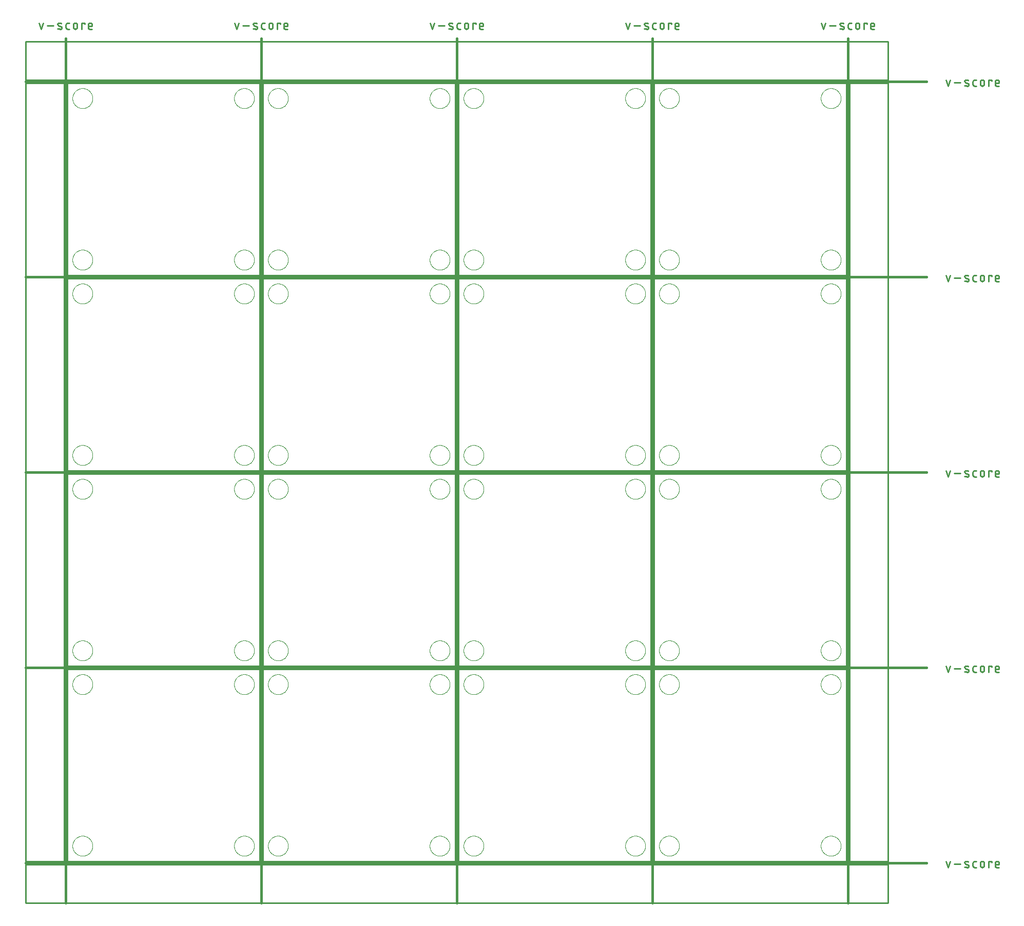
<source format=gko>
G04 EAGLE Gerber RS-274X export*
G75*
%MOMM*%
%FSLAX34Y34*%
%LPD*%
%IN*%
%IPPOS*%
%AMOC8*
5,1,8,0,0,1.08239X$1,22.5*%
G01*
%ADD10C,0.254000*%
%ADD11C,0.381000*%
%ADD12C,0.279400*%
%ADD13C,0.000000*%


D10*
X0Y0D02*
X317300Y0D01*
X317500Y317500D01*
X0Y317500D01*
X0Y0D01*
X322580Y0D02*
X639880Y0D01*
X640080Y317500D01*
X322580Y317500D01*
X322580Y0D01*
X645160Y0D02*
X962460Y0D01*
X962660Y317500D01*
X645160Y317500D01*
X645160Y0D01*
X967740Y0D02*
X1285040Y0D01*
X1285240Y317500D01*
X967740Y317500D01*
X967740Y0D01*
X317300Y322580D02*
X0Y322580D01*
X317300Y322580D02*
X317500Y640080D01*
X0Y640080D01*
X0Y322580D01*
X322580Y322580D02*
X639880Y322580D01*
X640080Y640080D01*
X322580Y640080D01*
X322580Y322580D01*
X645160Y322580D02*
X962460Y322580D01*
X962660Y640080D01*
X645160Y640080D01*
X645160Y322580D01*
X967740Y322580D02*
X1285040Y322580D01*
X1285240Y640080D01*
X967740Y640080D01*
X967740Y322580D01*
X317300Y645160D02*
X0Y645160D01*
X317300Y645160D02*
X317500Y962660D01*
X0Y962660D01*
X0Y645160D01*
X322580Y645160D02*
X639880Y645160D01*
X640080Y962660D01*
X322580Y962660D01*
X322580Y645160D01*
X645160Y645160D02*
X962460Y645160D01*
X962660Y962660D01*
X645160Y962660D01*
X645160Y645160D01*
X967740Y645160D02*
X1285040Y645160D01*
X1285240Y962660D01*
X967740Y962660D01*
X967740Y645160D01*
X317300Y967740D02*
X0Y967740D01*
X317300Y967740D02*
X317500Y1285240D01*
X0Y1285240D01*
X0Y967740D01*
X322580Y967740D02*
X639880Y967740D01*
X640080Y1285240D01*
X322580Y1285240D01*
X322580Y967740D01*
X645160Y967740D02*
X962460Y967740D01*
X962660Y1285240D01*
X645160Y1285240D01*
X645160Y967740D01*
X967740Y967740D02*
X1285040Y967740D01*
X1285240Y1285240D01*
X967740Y1285240D01*
X967740Y967740D01*
D11*
X-2540Y1358900D02*
X-2540Y-68580D01*
D12*
X-42921Y1374267D02*
X-46251Y1384258D01*
X-39590Y1384258D02*
X-42921Y1374267D01*
X-32806Y1380095D02*
X-22815Y1380095D01*
X-14261Y1380095D02*
X-10098Y1378430D01*
X-14261Y1380094D02*
X-14346Y1380130D01*
X-14429Y1380170D01*
X-14510Y1380213D01*
X-14590Y1380260D01*
X-14667Y1380310D01*
X-14743Y1380363D01*
X-14816Y1380419D01*
X-14886Y1380479D01*
X-14954Y1380541D01*
X-15019Y1380606D01*
X-15081Y1380674D01*
X-15141Y1380745D01*
X-15197Y1380818D01*
X-15250Y1380893D01*
X-15300Y1380971D01*
X-15346Y1381050D01*
X-15389Y1381132D01*
X-15429Y1381215D01*
X-15465Y1381300D01*
X-15497Y1381386D01*
X-15526Y1381474D01*
X-15550Y1381563D01*
X-15571Y1381653D01*
X-15588Y1381743D01*
X-15602Y1381834D01*
X-15611Y1381926D01*
X-15616Y1382018D01*
X-15618Y1382110D01*
X-15616Y1382202D01*
X-15609Y1382294D01*
X-15599Y1382386D01*
X-15585Y1382477D01*
X-15567Y1382568D01*
X-15545Y1382657D01*
X-15519Y1382746D01*
X-15489Y1382833D01*
X-15456Y1382919D01*
X-15419Y1383003D01*
X-15379Y1383086D01*
X-15335Y1383167D01*
X-15288Y1383246D01*
X-15237Y1383323D01*
X-15183Y1383398D01*
X-15126Y1383471D01*
X-15066Y1383541D01*
X-15003Y1383608D01*
X-14937Y1383672D01*
X-14869Y1383734D01*
X-14798Y1383793D01*
X-14724Y1383848D01*
X-14648Y1383901D01*
X-14570Y1383950D01*
X-14490Y1383996D01*
X-14409Y1384038D01*
X-14325Y1384077D01*
X-14240Y1384112D01*
X-14153Y1384143D01*
X-14065Y1384171D01*
X-13976Y1384195D01*
X-13886Y1384215D01*
X-13796Y1384232D01*
X-13704Y1384244D01*
X-13612Y1384253D01*
X-13520Y1384257D01*
X-13428Y1384258D01*
X-13201Y1384252D01*
X-12974Y1384241D01*
X-12747Y1384224D01*
X-12521Y1384201D01*
X-12295Y1384174D01*
X-12070Y1384140D01*
X-11846Y1384102D01*
X-11623Y1384058D01*
X-11401Y1384009D01*
X-11180Y1383954D01*
X-10961Y1383894D01*
X-10743Y1383829D01*
X-10527Y1383758D01*
X-10313Y1383683D01*
X-10100Y1383602D01*
X-9890Y1383516D01*
X-9681Y1383425D01*
X-10098Y1378430D02*
X-10013Y1378394D01*
X-9930Y1378354D01*
X-9849Y1378311D01*
X-9769Y1378264D01*
X-9692Y1378214D01*
X-9616Y1378161D01*
X-9543Y1378105D01*
X-9473Y1378045D01*
X-9405Y1377983D01*
X-9340Y1377918D01*
X-9278Y1377850D01*
X-9218Y1377779D01*
X-9162Y1377706D01*
X-9109Y1377631D01*
X-9059Y1377553D01*
X-9013Y1377474D01*
X-8970Y1377392D01*
X-8930Y1377309D01*
X-8894Y1377224D01*
X-8862Y1377138D01*
X-8833Y1377050D01*
X-8809Y1376961D01*
X-8788Y1376871D01*
X-8771Y1376781D01*
X-8757Y1376690D01*
X-8748Y1376598D01*
X-8743Y1376506D01*
X-8741Y1376414D01*
X-8743Y1376322D01*
X-8750Y1376230D01*
X-8760Y1376138D01*
X-8774Y1376047D01*
X-8792Y1375956D01*
X-8814Y1375867D01*
X-8840Y1375778D01*
X-8870Y1375691D01*
X-8903Y1375605D01*
X-8940Y1375521D01*
X-8980Y1375438D01*
X-9024Y1375357D01*
X-9071Y1375278D01*
X-9122Y1375201D01*
X-9176Y1375126D01*
X-9233Y1375053D01*
X-9293Y1374983D01*
X-9356Y1374916D01*
X-9422Y1374852D01*
X-9490Y1374790D01*
X-9561Y1374731D01*
X-9635Y1374676D01*
X-9711Y1374623D01*
X-9789Y1374574D01*
X-9869Y1374528D01*
X-9950Y1374486D01*
X-10034Y1374447D01*
X-10119Y1374412D01*
X-10206Y1374381D01*
X-10294Y1374353D01*
X-10383Y1374329D01*
X-10473Y1374309D01*
X-10563Y1374292D01*
X-10655Y1374280D01*
X-10747Y1374271D01*
X-10839Y1374267D01*
X-10931Y1374266D01*
X-10931Y1374267D02*
X-11265Y1374276D01*
X-11598Y1374293D01*
X-11931Y1374317D01*
X-12264Y1374350D01*
X-12595Y1374390D01*
X-12926Y1374438D01*
X-13255Y1374494D01*
X-13583Y1374557D01*
X-13909Y1374629D01*
X-14233Y1374708D01*
X-14556Y1374794D01*
X-14876Y1374889D01*
X-15194Y1374991D01*
X-15510Y1375100D01*
X562Y1374267D02*
X3892Y1374267D01*
X562Y1374267D02*
X464Y1374269D01*
X366Y1374275D01*
X268Y1374284D01*
X171Y1374298D01*
X75Y1374315D01*
X-21Y1374336D01*
X-116Y1374361D01*
X-210Y1374389D01*
X-303Y1374421D01*
X-394Y1374457D01*
X-484Y1374496D01*
X-572Y1374539D01*
X-659Y1374586D01*
X-743Y1374635D01*
X-826Y1374688D01*
X-906Y1374744D01*
X-985Y1374803D01*
X-1060Y1374866D01*
X-1134Y1374931D01*
X-1204Y1374999D01*
X-1272Y1375069D01*
X-1338Y1375143D01*
X-1400Y1375219D01*
X-1459Y1375297D01*
X-1515Y1375377D01*
X-1568Y1375460D01*
X-1618Y1375544D01*
X-1664Y1375631D01*
X-1707Y1375719D01*
X-1746Y1375809D01*
X-1782Y1375900D01*
X-1814Y1375993D01*
X-1842Y1376087D01*
X-1867Y1376182D01*
X-1888Y1376278D01*
X-1905Y1376374D01*
X-1919Y1376471D01*
X-1928Y1376569D01*
X-1934Y1376667D01*
X-1936Y1376765D01*
X-1936Y1381760D01*
X-1934Y1381858D01*
X-1928Y1381956D01*
X-1919Y1382054D01*
X-1905Y1382151D01*
X-1888Y1382247D01*
X-1867Y1382343D01*
X-1842Y1382438D01*
X-1814Y1382532D01*
X-1782Y1382625D01*
X-1746Y1382716D01*
X-1707Y1382806D01*
X-1664Y1382894D01*
X-1617Y1382981D01*
X-1568Y1383065D01*
X-1515Y1383148D01*
X-1459Y1383228D01*
X-1400Y1383306D01*
X-1337Y1383382D01*
X-1272Y1383456D01*
X-1204Y1383526D01*
X-1134Y1383594D01*
X-1060Y1383659D01*
X-984Y1383722D01*
X-906Y1383781D01*
X-826Y1383837D01*
X-743Y1383890D01*
X-659Y1383939D01*
X-572Y1383986D01*
X-484Y1384029D01*
X-394Y1384068D01*
X-303Y1384104D01*
X-210Y1384136D01*
X-116Y1384164D01*
X-21Y1384189D01*
X75Y1384210D01*
X171Y1384227D01*
X268Y1384241D01*
X366Y1384250D01*
X464Y1384256D01*
X562Y1384258D01*
X3892Y1384258D01*
X10022Y1380927D02*
X10022Y1377597D01*
X10022Y1380927D02*
X10024Y1381041D01*
X10030Y1381154D01*
X10039Y1381268D01*
X10053Y1381380D01*
X10070Y1381493D01*
X10092Y1381605D01*
X10117Y1381715D01*
X10145Y1381825D01*
X10178Y1381934D01*
X10214Y1382042D01*
X10254Y1382149D01*
X10298Y1382254D01*
X10345Y1382357D01*
X10395Y1382459D01*
X10449Y1382559D01*
X10507Y1382657D01*
X10568Y1382753D01*
X10631Y1382847D01*
X10699Y1382939D01*
X10769Y1383029D01*
X10842Y1383115D01*
X10918Y1383200D01*
X10997Y1383282D01*
X11079Y1383361D01*
X11164Y1383437D01*
X11250Y1383510D01*
X11340Y1383580D01*
X11432Y1383648D01*
X11526Y1383711D01*
X11622Y1383772D01*
X11720Y1383830D01*
X11820Y1383884D01*
X11922Y1383934D01*
X12025Y1383981D01*
X12130Y1384025D01*
X12237Y1384065D01*
X12345Y1384101D01*
X12454Y1384134D01*
X12564Y1384162D01*
X12674Y1384187D01*
X12786Y1384209D01*
X12899Y1384226D01*
X13011Y1384240D01*
X13125Y1384249D01*
X13238Y1384255D01*
X13352Y1384257D01*
X13466Y1384255D01*
X13579Y1384249D01*
X13693Y1384240D01*
X13805Y1384226D01*
X13918Y1384209D01*
X14030Y1384187D01*
X14140Y1384162D01*
X14250Y1384134D01*
X14359Y1384101D01*
X14467Y1384065D01*
X14574Y1384025D01*
X14679Y1383981D01*
X14782Y1383934D01*
X14884Y1383884D01*
X14984Y1383830D01*
X15082Y1383772D01*
X15178Y1383711D01*
X15272Y1383648D01*
X15364Y1383580D01*
X15454Y1383510D01*
X15540Y1383437D01*
X15625Y1383361D01*
X15707Y1383282D01*
X15786Y1383200D01*
X15862Y1383115D01*
X15935Y1383029D01*
X16005Y1382939D01*
X16073Y1382847D01*
X16136Y1382753D01*
X16197Y1382657D01*
X16255Y1382559D01*
X16309Y1382459D01*
X16359Y1382357D01*
X16406Y1382254D01*
X16450Y1382149D01*
X16490Y1382042D01*
X16526Y1381934D01*
X16559Y1381825D01*
X16587Y1381715D01*
X16612Y1381605D01*
X16634Y1381493D01*
X16651Y1381380D01*
X16665Y1381268D01*
X16674Y1381154D01*
X16680Y1381041D01*
X16682Y1380927D01*
X16682Y1377597D01*
X16680Y1377483D01*
X16674Y1377370D01*
X16665Y1377256D01*
X16651Y1377144D01*
X16634Y1377031D01*
X16612Y1376919D01*
X16587Y1376809D01*
X16559Y1376699D01*
X16526Y1376590D01*
X16490Y1376482D01*
X16450Y1376375D01*
X16406Y1376270D01*
X16359Y1376167D01*
X16309Y1376065D01*
X16255Y1375965D01*
X16197Y1375867D01*
X16136Y1375771D01*
X16073Y1375677D01*
X16005Y1375585D01*
X15935Y1375495D01*
X15862Y1375409D01*
X15786Y1375324D01*
X15707Y1375242D01*
X15625Y1375163D01*
X15540Y1375087D01*
X15454Y1375014D01*
X15364Y1374944D01*
X15272Y1374876D01*
X15178Y1374813D01*
X15082Y1374752D01*
X14984Y1374694D01*
X14884Y1374640D01*
X14782Y1374590D01*
X14679Y1374543D01*
X14574Y1374499D01*
X14467Y1374459D01*
X14359Y1374423D01*
X14250Y1374390D01*
X14140Y1374362D01*
X14030Y1374337D01*
X13918Y1374315D01*
X13805Y1374298D01*
X13693Y1374284D01*
X13579Y1374275D01*
X13466Y1374269D01*
X13352Y1374267D01*
X13238Y1374269D01*
X13125Y1374275D01*
X13011Y1374284D01*
X12899Y1374298D01*
X12786Y1374315D01*
X12674Y1374337D01*
X12564Y1374362D01*
X12454Y1374390D01*
X12345Y1374423D01*
X12237Y1374459D01*
X12130Y1374499D01*
X12025Y1374543D01*
X11922Y1374590D01*
X11820Y1374640D01*
X11720Y1374694D01*
X11622Y1374752D01*
X11526Y1374813D01*
X11432Y1374876D01*
X11340Y1374944D01*
X11250Y1375014D01*
X11164Y1375087D01*
X11079Y1375163D01*
X10997Y1375242D01*
X10918Y1375324D01*
X10842Y1375409D01*
X10769Y1375495D01*
X10699Y1375585D01*
X10631Y1375677D01*
X10568Y1375771D01*
X10507Y1375867D01*
X10449Y1375965D01*
X10395Y1376065D01*
X10345Y1376167D01*
X10298Y1376270D01*
X10254Y1376375D01*
X10214Y1376482D01*
X10178Y1376590D01*
X10145Y1376699D01*
X10117Y1376809D01*
X10092Y1376919D01*
X10070Y1377031D01*
X10053Y1377144D01*
X10039Y1377256D01*
X10030Y1377370D01*
X10024Y1377483D01*
X10022Y1377597D01*
X24218Y1374267D02*
X24218Y1384258D01*
X29213Y1384258D01*
X29213Y1382593D01*
X37008Y1374267D02*
X41171Y1374267D01*
X37008Y1374267D02*
X36910Y1374269D01*
X36812Y1374275D01*
X36714Y1374284D01*
X36617Y1374298D01*
X36521Y1374315D01*
X36425Y1374336D01*
X36330Y1374361D01*
X36236Y1374389D01*
X36143Y1374421D01*
X36052Y1374457D01*
X35962Y1374496D01*
X35874Y1374539D01*
X35787Y1374586D01*
X35703Y1374635D01*
X35620Y1374688D01*
X35540Y1374744D01*
X35462Y1374803D01*
X35386Y1374866D01*
X35312Y1374931D01*
X35242Y1374999D01*
X35174Y1375069D01*
X35109Y1375143D01*
X35046Y1375219D01*
X34987Y1375297D01*
X34931Y1375377D01*
X34878Y1375460D01*
X34829Y1375544D01*
X34782Y1375631D01*
X34739Y1375719D01*
X34700Y1375809D01*
X34664Y1375900D01*
X34632Y1375993D01*
X34604Y1376087D01*
X34579Y1376182D01*
X34558Y1376278D01*
X34541Y1376374D01*
X34527Y1376471D01*
X34518Y1376569D01*
X34512Y1376667D01*
X34510Y1376765D01*
X34510Y1380927D01*
X34511Y1380927D02*
X34513Y1381041D01*
X34519Y1381154D01*
X34528Y1381268D01*
X34542Y1381380D01*
X34559Y1381493D01*
X34581Y1381605D01*
X34606Y1381715D01*
X34634Y1381825D01*
X34667Y1381934D01*
X34703Y1382042D01*
X34743Y1382149D01*
X34787Y1382254D01*
X34834Y1382357D01*
X34884Y1382459D01*
X34938Y1382559D01*
X34996Y1382657D01*
X35057Y1382753D01*
X35120Y1382847D01*
X35188Y1382939D01*
X35258Y1383029D01*
X35331Y1383115D01*
X35407Y1383200D01*
X35486Y1383282D01*
X35568Y1383361D01*
X35653Y1383437D01*
X35739Y1383510D01*
X35829Y1383580D01*
X35921Y1383648D01*
X36015Y1383711D01*
X36111Y1383772D01*
X36209Y1383830D01*
X36309Y1383884D01*
X36411Y1383934D01*
X36514Y1383981D01*
X36619Y1384025D01*
X36726Y1384065D01*
X36834Y1384101D01*
X36943Y1384134D01*
X37053Y1384162D01*
X37163Y1384187D01*
X37275Y1384209D01*
X37388Y1384226D01*
X37500Y1384240D01*
X37614Y1384249D01*
X37727Y1384255D01*
X37841Y1384257D01*
X37955Y1384255D01*
X38068Y1384249D01*
X38182Y1384240D01*
X38294Y1384226D01*
X38407Y1384209D01*
X38519Y1384187D01*
X38629Y1384162D01*
X38739Y1384134D01*
X38848Y1384101D01*
X38956Y1384065D01*
X39063Y1384025D01*
X39168Y1383981D01*
X39271Y1383934D01*
X39373Y1383884D01*
X39473Y1383830D01*
X39571Y1383772D01*
X39667Y1383711D01*
X39761Y1383648D01*
X39853Y1383580D01*
X39943Y1383510D01*
X40029Y1383437D01*
X40114Y1383361D01*
X40196Y1383282D01*
X40275Y1383200D01*
X40351Y1383115D01*
X40424Y1383029D01*
X40494Y1382939D01*
X40562Y1382847D01*
X40625Y1382753D01*
X40686Y1382657D01*
X40744Y1382559D01*
X40798Y1382459D01*
X40848Y1382357D01*
X40895Y1382254D01*
X40939Y1382149D01*
X40979Y1382042D01*
X41015Y1381934D01*
X41048Y1381825D01*
X41076Y1381715D01*
X41101Y1381605D01*
X41123Y1381493D01*
X41140Y1381380D01*
X41154Y1381268D01*
X41163Y1381154D01*
X41169Y1381041D01*
X41171Y1380927D01*
X41171Y1379262D01*
X34510Y1379262D01*
D11*
X320040Y1358900D02*
X320040Y-68580D01*
D12*
X279659Y1374267D02*
X276329Y1384258D01*
X282990Y1384258D02*
X279659Y1374267D01*
X289774Y1380095D02*
X299765Y1380095D01*
X308319Y1380095D02*
X312482Y1378430D01*
X308319Y1380094D02*
X308234Y1380130D01*
X308151Y1380170D01*
X308070Y1380213D01*
X307990Y1380260D01*
X307913Y1380310D01*
X307837Y1380363D01*
X307764Y1380419D01*
X307694Y1380479D01*
X307626Y1380541D01*
X307561Y1380606D01*
X307499Y1380674D01*
X307439Y1380745D01*
X307383Y1380818D01*
X307330Y1380893D01*
X307280Y1380971D01*
X307234Y1381050D01*
X307191Y1381132D01*
X307151Y1381215D01*
X307115Y1381300D01*
X307083Y1381386D01*
X307054Y1381474D01*
X307030Y1381563D01*
X307009Y1381653D01*
X306992Y1381743D01*
X306978Y1381834D01*
X306969Y1381926D01*
X306964Y1382018D01*
X306962Y1382110D01*
X306964Y1382202D01*
X306971Y1382294D01*
X306981Y1382386D01*
X306995Y1382477D01*
X307013Y1382568D01*
X307035Y1382657D01*
X307061Y1382746D01*
X307091Y1382833D01*
X307124Y1382919D01*
X307161Y1383003D01*
X307201Y1383086D01*
X307245Y1383167D01*
X307292Y1383246D01*
X307343Y1383323D01*
X307397Y1383398D01*
X307454Y1383471D01*
X307514Y1383541D01*
X307577Y1383608D01*
X307643Y1383672D01*
X307711Y1383734D01*
X307782Y1383793D01*
X307856Y1383848D01*
X307932Y1383901D01*
X308010Y1383950D01*
X308090Y1383996D01*
X308171Y1384038D01*
X308255Y1384077D01*
X308340Y1384112D01*
X308427Y1384143D01*
X308515Y1384171D01*
X308604Y1384195D01*
X308694Y1384215D01*
X308784Y1384232D01*
X308876Y1384244D01*
X308968Y1384253D01*
X309060Y1384257D01*
X309152Y1384258D01*
X309379Y1384252D01*
X309606Y1384241D01*
X309833Y1384224D01*
X310059Y1384201D01*
X310285Y1384174D01*
X310510Y1384140D01*
X310734Y1384102D01*
X310957Y1384058D01*
X311179Y1384009D01*
X311400Y1383954D01*
X311619Y1383894D01*
X311837Y1383829D01*
X312053Y1383758D01*
X312267Y1383683D01*
X312480Y1383602D01*
X312690Y1383516D01*
X312899Y1383425D01*
X312482Y1378430D02*
X312567Y1378394D01*
X312650Y1378354D01*
X312731Y1378311D01*
X312811Y1378264D01*
X312888Y1378214D01*
X312964Y1378161D01*
X313037Y1378105D01*
X313107Y1378045D01*
X313175Y1377983D01*
X313240Y1377918D01*
X313302Y1377850D01*
X313362Y1377779D01*
X313418Y1377706D01*
X313471Y1377631D01*
X313521Y1377553D01*
X313567Y1377474D01*
X313610Y1377392D01*
X313650Y1377309D01*
X313686Y1377224D01*
X313718Y1377138D01*
X313747Y1377050D01*
X313771Y1376961D01*
X313792Y1376871D01*
X313809Y1376781D01*
X313823Y1376690D01*
X313832Y1376598D01*
X313837Y1376506D01*
X313839Y1376414D01*
X313837Y1376322D01*
X313830Y1376230D01*
X313820Y1376138D01*
X313806Y1376047D01*
X313788Y1375956D01*
X313766Y1375867D01*
X313740Y1375778D01*
X313710Y1375691D01*
X313677Y1375605D01*
X313640Y1375521D01*
X313600Y1375438D01*
X313556Y1375357D01*
X313509Y1375278D01*
X313458Y1375201D01*
X313404Y1375126D01*
X313347Y1375053D01*
X313287Y1374983D01*
X313224Y1374916D01*
X313158Y1374852D01*
X313090Y1374790D01*
X313019Y1374731D01*
X312945Y1374676D01*
X312869Y1374623D01*
X312791Y1374574D01*
X312711Y1374528D01*
X312630Y1374486D01*
X312546Y1374447D01*
X312461Y1374412D01*
X312374Y1374381D01*
X312286Y1374353D01*
X312197Y1374329D01*
X312107Y1374309D01*
X312017Y1374292D01*
X311925Y1374280D01*
X311833Y1374271D01*
X311741Y1374267D01*
X311649Y1374266D01*
X311649Y1374267D02*
X311315Y1374276D01*
X310982Y1374293D01*
X310649Y1374317D01*
X310316Y1374350D01*
X309985Y1374390D01*
X309654Y1374438D01*
X309325Y1374494D01*
X308997Y1374557D01*
X308671Y1374629D01*
X308347Y1374708D01*
X308024Y1374794D01*
X307704Y1374889D01*
X307386Y1374991D01*
X307070Y1375100D01*
X323142Y1374267D02*
X326472Y1374267D01*
X323142Y1374267D02*
X323044Y1374269D01*
X322946Y1374275D01*
X322848Y1374284D01*
X322751Y1374298D01*
X322655Y1374315D01*
X322559Y1374336D01*
X322464Y1374361D01*
X322370Y1374389D01*
X322277Y1374421D01*
X322186Y1374457D01*
X322096Y1374496D01*
X322008Y1374539D01*
X321921Y1374586D01*
X321837Y1374635D01*
X321754Y1374688D01*
X321674Y1374744D01*
X321596Y1374803D01*
X321520Y1374866D01*
X321446Y1374931D01*
X321376Y1374999D01*
X321308Y1375069D01*
X321243Y1375143D01*
X321180Y1375219D01*
X321121Y1375297D01*
X321065Y1375377D01*
X321012Y1375460D01*
X320963Y1375544D01*
X320916Y1375631D01*
X320873Y1375719D01*
X320834Y1375809D01*
X320798Y1375900D01*
X320766Y1375993D01*
X320738Y1376087D01*
X320713Y1376182D01*
X320692Y1376278D01*
X320675Y1376374D01*
X320661Y1376471D01*
X320652Y1376569D01*
X320646Y1376667D01*
X320644Y1376765D01*
X320644Y1381760D01*
X320646Y1381858D01*
X320652Y1381956D01*
X320661Y1382054D01*
X320675Y1382151D01*
X320692Y1382247D01*
X320713Y1382343D01*
X320738Y1382438D01*
X320766Y1382532D01*
X320798Y1382625D01*
X320834Y1382716D01*
X320873Y1382806D01*
X320916Y1382894D01*
X320963Y1382981D01*
X321012Y1383065D01*
X321065Y1383148D01*
X321121Y1383228D01*
X321180Y1383307D01*
X321243Y1383382D01*
X321308Y1383456D01*
X321376Y1383526D01*
X321446Y1383594D01*
X321520Y1383660D01*
X321596Y1383722D01*
X321674Y1383781D01*
X321754Y1383837D01*
X321837Y1383890D01*
X321921Y1383940D01*
X322008Y1383986D01*
X322096Y1384029D01*
X322186Y1384068D01*
X322277Y1384104D01*
X322370Y1384136D01*
X322464Y1384164D01*
X322559Y1384189D01*
X322655Y1384210D01*
X322751Y1384227D01*
X322848Y1384241D01*
X322946Y1384250D01*
X323044Y1384256D01*
X323142Y1384258D01*
X326472Y1384258D01*
X332602Y1380927D02*
X332602Y1377597D01*
X332602Y1380927D02*
X332604Y1381041D01*
X332610Y1381154D01*
X332619Y1381268D01*
X332633Y1381380D01*
X332650Y1381493D01*
X332672Y1381605D01*
X332697Y1381715D01*
X332725Y1381825D01*
X332758Y1381934D01*
X332794Y1382042D01*
X332834Y1382149D01*
X332878Y1382254D01*
X332925Y1382357D01*
X332975Y1382459D01*
X333029Y1382559D01*
X333087Y1382657D01*
X333148Y1382753D01*
X333211Y1382847D01*
X333279Y1382939D01*
X333349Y1383029D01*
X333422Y1383115D01*
X333498Y1383200D01*
X333577Y1383282D01*
X333659Y1383361D01*
X333744Y1383437D01*
X333830Y1383510D01*
X333920Y1383580D01*
X334012Y1383648D01*
X334106Y1383711D01*
X334202Y1383772D01*
X334300Y1383830D01*
X334400Y1383884D01*
X334502Y1383934D01*
X334605Y1383981D01*
X334710Y1384025D01*
X334817Y1384065D01*
X334925Y1384101D01*
X335034Y1384134D01*
X335144Y1384162D01*
X335254Y1384187D01*
X335366Y1384209D01*
X335479Y1384226D01*
X335591Y1384240D01*
X335705Y1384249D01*
X335818Y1384255D01*
X335932Y1384257D01*
X336046Y1384255D01*
X336159Y1384249D01*
X336273Y1384240D01*
X336385Y1384226D01*
X336498Y1384209D01*
X336610Y1384187D01*
X336720Y1384162D01*
X336830Y1384134D01*
X336939Y1384101D01*
X337047Y1384065D01*
X337154Y1384025D01*
X337259Y1383981D01*
X337362Y1383934D01*
X337464Y1383884D01*
X337564Y1383830D01*
X337662Y1383772D01*
X337758Y1383711D01*
X337852Y1383648D01*
X337944Y1383580D01*
X338034Y1383510D01*
X338120Y1383437D01*
X338205Y1383361D01*
X338287Y1383282D01*
X338366Y1383200D01*
X338442Y1383115D01*
X338515Y1383029D01*
X338585Y1382939D01*
X338653Y1382847D01*
X338716Y1382753D01*
X338777Y1382657D01*
X338835Y1382559D01*
X338889Y1382459D01*
X338939Y1382357D01*
X338986Y1382254D01*
X339030Y1382149D01*
X339070Y1382042D01*
X339106Y1381934D01*
X339139Y1381825D01*
X339167Y1381715D01*
X339192Y1381605D01*
X339214Y1381493D01*
X339231Y1381380D01*
X339245Y1381268D01*
X339254Y1381154D01*
X339260Y1381041D01*
X339262Y1380927D01*
X339262Y1377597D01*
X339260Y1377483D01*
X339254Y1377370D01*
X339245Y1377256D01*
X339231Y1377144D01*
X339214Y1377031D01*
X339192Y1376919D01*
X339167Y1376809D01*
X339139Y1376699D01*
X339106Y1376590D01*
X339070Y1376482D01*
X339030Y1376375D01*
X338986Y1376270D01*
X338939Y1376167D01*
X338889Y1376065D01*
X338835Y1375965D01*
X338777Y1375867D01*
X338716Y1375771D01*
X338653Y1375677D01*
X338585Y1375585D01*
X338515Y1375495D01*
X338442Y1375409D01*
X338366Y1375324D01*
X338287Y1375242D01*
X338205Y1375163D01*
X338120Y1375087D01*
X338034Y1375014D01*
X337944Y1374944D01*
X337852Y1374876D01*
X337758Y1374813D01*
X337662Y1374752D01*
X337564Y1374694D01*
X337464Y1374640D01*
X337362Y1374590D01*
X337259Y1374543D01*
X337154Y1374499D01*
X337047Y1374459D01*
X336939Y1374423D01*
X336830Y1374390D01*
X336720Y1374362D01*
X336610Y1374337D01*
X336498Y1374315D01*
X336385Y1374298D01*
X336273Y1374284D01*
X336159Y1374275D01*
X336046Y1374269D01*
X335932Y1374267D01*
X335818Y1374269D01*
X335705Y1374275D01*
X335591Y1374284D01*
X335479Y1374298D01*
X335366Y1374315D01*
X335254Y1374337D01*
X335144Y1374362D01*
X335034Y1374390D01*
X334925Y1374423D01*
X334817Y1374459D01*
X334710Y1374499D01*
X334605Y1374543D01*
X334502Y1374590D01*
X334400Y1374640D01*
X334300Y1374694D01*
X334202Y1374752D01*
X334106Y1374813D01*
X334012Y1374876D01*
X333920Y1374944D01*
X333830Y1375014D01*
X333744Y1375087D01*
X333659Y1375163D01*
X333577Y1375242D01*
X333498Y1375324D01*
X333422Y1375409D01*
X333349Y1375495D01*
X333279Y1375585D01*
X333211Y1375677D01*
X333148Y1375771D01*
X333087Y1375867D01*
X333029Y1375965D01*
X332975Y1376065D01*
X332925Y1376167D01*
X332878Y1376270D01*
X332834Y1376375D01*
X332794Y1376482D01*
X332758Y1376590D01*
X332725Y1376699D01*
X332697Y1376809D01*
X332672Y1376919D01*
X332650Y1377031D01*
X332633Y1377144D01*
X332619Y1377256D01*
X332610Y1377370D01*
X332604Y1377483D01*
X332602Y1377597D01*
X346798Y1374267D02*
X346798Y1384258D01*
X351793Y1384258D01*
X351793Y1382593D01*
X359588Y1374267D02*
X363751Y1374267D01*
X359588Y1374267D02*
X359490Y1374269D01*
X359392Y1374275D01*
X359294Y1374284D01*
X359197Y1374298D01*
X359101Y1374315D01*
X359005Y1374336D01*
X358910Y1374361D01*
X358816Y1374389D01*
X358723Y1374421D01*
X358632Y1374457D01*
X358542Y1374496D01*
X358454Y1374539D01*
X358367Y1374586D01*
X358283Y1374635D01*
X358200Y1374688D01*
X358120Y1374744D01*
X358042Y1374803D01*
X357966Y1374866D01*
X357892Y1374931D01*
X357822Y1374999D01*
X357754Y1375069D01*
X357689Y1375143D01*
X357626Y1375219D01*
X357567Y1375297D01*
X357511Y1375377D01*
X357458Y1375460D01*
X357409Y1375544D01*
X357362Y1375631D01*
X357319Y1375719D01*
X357280Y1375809D01*
X357244Y1375900D01*
X357212Y1375993D01*
X357184Y1376087D01*
X357159Y1376182D01*
X357138Y1376278D01*
X357121Y1376374D01*
X357107Y1376471D01*
X357098Y1376569D01*
X357092Y1376667D01*
X357090Y1376765D01*
X357090Y1380927D01*
X357091Y1380927D02*
X357093Y1381041D01*
X357099Y1381154D01*
X357108Y1381268D01*
X357122Y1381380D01*
X357139Y1381493D01*
X357161Y1381605D01*
X357186Y1381715D01*
X357214Y1381825D01*
X357247Y1381934D01*
X357283Y1382042D01*
X357323Y1382149D01*
X357367Y1382254D01*
X357414Y1382357D01*
X357464Y1382459D01*
X357518Y1382559D01*
X357576Y1382657D01*
X357637Y1382753D01*
X357700Y1382847D01*
X357768Y1382939D01*
X357838Y1383029D01*
X357911Y1383115D01*
X357987Y1383200D01*
X358066Y1383282D01*
X358148Y1383361D01*
X358233Y1383437D01*
X358319Y1383510D01*
X358409Y1383580D01*
X358501Y1383648D01*
X358595Y1383711D01*
X358691Y1383772D01*
X358789Y1383830D01*
X358889Y1383884D01*
X358991Y1383934D01*
X359094Y1383981D01*
X359199Y1384025D01*
X359306Y1384065D01*
X359414Y1384101D01*
X359523Y1384134D01*
X359633Y1384162D01*
X359743Y1384187D01*
X359855Y1384209D01*
X359968Y1384226D01*
X360080Y1384240D01*
X360194Y1384249D01*
X360307Y1384255D01*
X360421Y1384257D01*
X360535Y1384255D01*
X360648Y1384249D01*
X360762Y1384240D01*
X360874Y1384226D01*
X360987Y1384209D01*
X361099Y1384187D01*
X361209Y1384162D01*
X361319Y1384134D01*
X361428Y1384101D01*
X361536Y1384065D01*
X361643Y1384025D01*
X361748Y1383981D01*
X361851Y1383934D01*
X361953Y1383884D01*
X362053Y1383830D01*
X362151Y1383772D01*
X362247Y1383711D01*
X362341Y1383648D01*
X362433Y1383580D01*
X362523Y1383510D01*
X362609Y1383437D01*
X362694Y1383361D01*
X362776Y1383282D01*
X362855Y1383200D01*
X362931Y1383115D01*
X363004Y1383029D01*
X363074Y1382939D01*
X363142Y1382847D01*
X363205Y1382753D01*
X363266Y1382657D01*
X363324Y1382559D01*
X363378Y1382459D01*
X363428Y1382357D01*
X363475Y1382254D01*
X363519Y1382149D01*
X363559Y1382042D01*
X363595Y1381934D01*
X363628Y1381825D01*
X363656Y1381715D01*
X363681Y1381605D01*
X363703Y1381493D01*
X363720Y1381380D01*
X363734Y1381268D01*
X363743Y1381154D01*
X363749Y1381041D01*
X363751Y1380927D01*
X363751Y1379262D01*
X357090Y1379262D01*
D11*
X642620Y1358900D02*
X642620Y-68580D01*
D12*
X602239Y1374267D02*
X598909Y1384258D01*
X605570Y1384258D02*
X602239Y1374267D01*
X612354Y1380095D02*
X622345Y1380095D01*
X630899Y1380095D02*
X635062Y1378430D01*
X630899Y1380094D02*
X630814Y1380130D01*
X630731Y1380170D01*
X630650Y1380213D01*
X630570Y1380260D01*
X630493Y1380310D01*
X630417Y1380363D01*
X630344Y1380419D01*
X630274Y1380479D01*
X630206Y1380541D01*
X630141Y1380606D01*
X630079Y1380674D01*
X630019Y1380745D01*
X629963Y1380818D01*
X629910Y1380893D01*
X629860Y1380971D01*
X629814Y1381050D01*
X629771Y1381132D01*
X629731Y1381215D01*
X629695Y1381300D01*
X629663Y1381386D01*
X629634Y1381474D01*
X629610Y1381563D01*
X629589Y1381653D01*
X629572Y1381743D01*
X629558Y1381834D01*
X629549Y1381926D01*
X629544Y1382018D01*
X629542Y1382110D01*
X629544Y1382202D01*
X629551Y1382294D01*
X629561Y1382386D01*
X629575Y1382477D01*
X629593Y1382568D01*
X629615Y1382657D01*
X629641Y1382746D01*
X629671Y1382833D01*
X629704Y1382919D01*
X629741Y1383003D01*
X629781Y1383086D01*
X629825Y1383167D01*
X629872Y1383246D01*
X629923Y1383323D01*
X629977Y1383398D01*
X630034Y1383471D01*
X630094Y1383541D01*
X630157Y1383608D01*
X630223Y1383672D01*
X630291Y1383734D01*
X630362Y1383793D01*
X630436Y1383848D01*
X630512Y1383901D01*
X630590Y1383950D01*
X630670Y1383996D01*
X630751Y1384038D01*
X630835Y1384077D01*
X630920Y1384112D01*
X631007Y1384143D01*
X631095Y1384171D01*
X631184Y1384195D01*
X631274Y1384215D01*
X631364Y1384232D01*
X631456Y1384244D01*
X631548Y1384253D01*
X631640Y1384257D01*
X631732Y1384258D01*
X631959Y1384252D01*
X632186Y1384241D01*
X632413Y1384224D01*
X632639Y1384201D01*
X632865Y1384174D01*
X633090Y1384140D01*
X633314Y1384102D01*
X633537Y1384058D01*
X633759Y1384009D01*
X633980Y1383954D01*
X634199Y1383894D01*
X634417Y1383829D01*
X634633Y1383758D01*
X634847Y1383683D01*
X635060Y1383602D01*
X635270Y1383516D01*
X635479Y1383425D01*
X635062Y1378430D02*
X635147Y1378394D01*
X635230Y1378354D01*
X635311Y1378311D01*
X635391Y1378264D01*
X635468Y1378214D01*
X635544Y1378161D01*
X635617Y1378105D01*
X635687Y1378045D01*
X635755Y1377983D01*
X635820Y1377918D01*
X635882Y1377850D01*
X635942Y1377779D01*
X635998Y1377706D01*
X636051Y1377631D01*
X636101Y1377553D01*
X636147Y1377474D01*
X636190Y1377392D01*
X636230Y1377309D01*
X636266Y1377224D01*
X636298Y1377138D01*
X636327Y1377050D01*
X636351Y1376961D01*
X636372Y1376871D01*
X636389Y1376781D01*
X636403Y1376690D01*
X636412Y1376598D01*
X636417Y1376506D01*
X636419Y1376414D01*
X636417Y1376322D01*
X636410Y1376230D01*
X636400Y1376138D01*
X636386Y1376047D01*
X636368Y1375956D01*
X636346Y1375867D01*
X636320Y1375778D01*
X636290Y1375691D01*
X636257Y1375605D01*
X636220Y1375521D01*
X636180Y1375438D01*
X636136Y1375357D01*
X636089Y1375278D01*
X636038Y1375201D01*
X635984Y1375126D01*
X635927Y1375053D01*
X635867Y1374983D01*
X635804Y1374916D01*
X635738Y1374852D01*
X635670Y1374790D01*
X635599Y1374731D01*
X635525Y1374676D01*
X635449Y1374623D01*
X635371Y1374574D01*
X635291Y1374528D01*
X635210Y1374486D01*
X635126Y1374447D01*
X635041Y1374412D01*
X634954Y1374381D01*
X634866Y1374353D01*
X634777Y1374329D01*
X634687Y1374309D01*
X634597Y1374292D01*
X634505Y1374280D01*
X634413Y1374271D01*
X634321Y1374267D01*
X634229Y1374266D01*
X634229Y1374267D02*
X633895Y1374276D01*
X633562Y1374293D01*
X633229Y1374317D01*
X632896Y1374350D01*
X632565Y1374390D01*
X632234Y1374438D01*
X631905Y1374494D01*
X631577Y1374557D01*
X631251Y1374629D01*
X630927Y1374708D01*
X630604Y1374794D01*
X630284Y1374889D01*
X629966Y1374991D01*
X629650Y1375100D01*
X645722Y1374267D02*
X649052Y1374267D01*
X645722Y1374267D02*
X645624Y1374269D01*
X645526Y1374275D01*
X645428Y1374284D01*
X645331Y1374298D01*
X645235Y1374315D01*
X645139Y1374336D01*
X645044Y1374361D01*
X644950Y1374389D01*
X644857Y1374421D01*
X644766Y1374457D01*
X644676Y1374496D01*
X644588Y1374539D01*
X644501Y1374586D01*
X644417Y1374635D01*
X644334Y1374688D01*
X644254Y1374744D01*
X644176Y1374803D01*
X644100Y1374866D01*
X644026Y1374931D01*
X643956Y1374999D01*
X643888Y1375069D01*
X643823Y1375143D01*
X643760Y1375219D01*
X643701Y1375297D01*
X643645Y1375377D01*
X643592Y1375460D01*
X643543Y1375544D01*
X643496Y1375631D01*
X643453Y1375719D01*
X643414Y1375809D01*
X643378Y1375900D01*
X643346Y1375993D01*
X643318Y1376087D01*
X643293Y1376182D01*
X643272Y1376278D01*
X643255Y1376374D01*
X643241Y1376471D01*
X643232Y1376569D01*
X643226Y1376667D01*
X643224Y1376765D01*
X643224Y1381760D01*
X643226Y1381858D01*
X643232Y1381956D01*
X643241Y1382054D01*
X643255Y1382151D01*
X643272Y1382247D01*
X643293Y1382343D01*
X643318Y1382438D01*
X643346Y1382532D01*
X643378Y1382625D01*
X643414Y1382716D01*
X643453Y1382806D01*
X643496Y1382894D01*
X643543Y1382981D01*
X643592Y1383065D01*
X643645Y1383148D01*
X643701Y1383228D01*
X643760Y1383307D01*
X643823Y1383382D01*
X643888Y1383456D01*
X643956Y1383526D01*
X644026Y1383594D01*
X644100Y1383660D01*
X644176Y1383722D01*
X644254Y1383781D01*
X644334Y1383837D01*
X644417Y1383890D01*
X644501Y1383940D01*
X644588Y1383986D01*
X644676Y1384029D01*
X644766Y1384068D01*
X644857Y1384104D01*
X644950Y1384136D01*
X645044Y1384164D01*
X645139Y1384189D01*
X645235Y1384210D01*
X645331Y1384227D01*
X645428Y1384241D01*
X645526Y1384250D01*
X645624Y1384256D01*
X645722Y1384258D01*
X649052Y1384258D01*
X655182Y1380927D02*
X655182Y1377597D01*
X655182Y1380927D02*
X655184Y1381041D01*
X655190Y1381154D01*
X655199Y1381268D01*
X655213Y1381380D01*
X655230Y1381493D01*
X655252Y1381605D01*
X655277Y1381715D01*
X655305Y1381825D01*
X655338Y1381934D01*
X655374Y1382042D01*
X655414Y1382149D01*
X655458Y1382254D01*
X655505Y1382357D01*
X655555Y1382459D01*
X655609Y1382559D01*
X655667Y1382657D01*
X655728Y1382753D01*
X655791Y1382847D01*
X655859Y1382939D01*
X655929Y1383029D01*
X656002Y1383115D01*
X656078Y1383200D01*
X656157Y1383282D01*
X656239Y1383361D01*
X656324Y1383437D01*
X656410Y1383510D01*
X656500Y1383580D01*
X656592Y1383648D01*
X656686Y1383711D01*
X656782Y1383772D01*
X656880Y1383830D01*
X656980Y1383884D01*
X657082Y1383934D01*
X657185Y1383981D01*
X657290Y1384025D01*
X657397Y1384065D01*
X657505Y1384101D01*
X657614Y1384134D01*
X657724Y1384162D01*
X657834Y1384187D01*
X657946Y1384209D01*
X658059Y1384226D01*
X658171Y1384240D01*
X658285Y1384249D01*
X658398Y1384255D01*
X658512Y1384257D01*
X658626Y1384255D01*
X658739Y1384249D01*
X658853Y1384240D01*
X658965Y1384226D01*
X659078Y1384209D01*
X659190Y1384187D01*
X659300Y1384162D01*
X659410Y1384134D01*
X659519Y1384101D01*
X659627Y1384065D01*
X659734Y1384025D01*
X659839Y1383981D01*
X659942Y1383934D01*
X660044Y1383884D01*
X660144Y1383830D01*
X660242Y1383772D01*
X660338Y1383711D01*
X660432Y1383648D01*
X660524Y1383580D01*
X660614Y1383510D01*
X660700Y1383437D01*
X660785Y1383361D01*
X660867Y1383282D01*
X660946Y1383200D01*
X661022Y1383115D01*
X661095Y1383029D01*
X661165Y1382939D01*
X661233Y1382847D01*
X661296Y1382753D01*
X661357Y1382657D01*
X661415Y1382559D01*
X661469Y1382459D01*
X661519Y1382357D01*
X661566Y1382254D01*
X661610Y1382149D01*
X661650Y1382042D01*
X661686Y1381934D01*
X661719Y1381825D01*
X661747Y1381715D01*
X661772Y1381605D01*
X661794Y1381493D01*
X661811Y1381380D01*
X661825Y1381268D01*
X661834Y1381154D01*
X661840Y1381041D01*
X661842Y1380927D01*
X661842Y1377597D01*
X661840Y1377483D01*
X661834Y1377370D01*
X661825Y1377256D01*
X661811Y1377144D01*
X661794Y1377031D01*
X661772Y1376919D01*
X661747Y1376809D01*
X661719Y1376699D01*
X661686Y1376590D01*
X661650Y1376482D01*
X661610Y1376375D01*
X661566Y1376270D01*
X661519Y1376167D01*
X661469Y1376065D01*
X661415Y1375965D01*
X661357Y1375867D01*
X661296Y1375771D01*
X661233Y1375677D01*
X661165Y1375585D01*
X661095Y1375495D01*
X661022Y1375409D01*
X660946Y1375324D01*
X660867Y1375242D01*
X660785Y1375163D01*
X660700Y1375087D01*
X660614Y1375014D01*
X660524Y1374944D01*
X660432Y1374876D01*
X660338Y1374813D01*
X660242Y1374752D01*
X660144Y1374694D01*
X660044Y1374640D01*
X659942Y1374590D01*
X659839Y1374543D01*
X659734Y1374499D01*
X659627Y1374459D01*
X659519Y1374423D01*
X659410Y1374390D01*
X659300Y1374362D01*
X659190Y1374337D01*
X659078Y1374315D01*
X658965Y1374298D01*
X658853Y1374284D01*
X658739Y1374275D01*
X658626Y1374269D01*
X658512Y1374267D01*
X658398Y1374269D01*
X658285Y1374275D01*
X658171Y1374284D01*
X658059Y1374298D01*
X657946Y1374315D01*
X657834Y1374337D01*
X657724Y1374362D01*
X657614Y1374390D01*
X657505Y1374423D01*
X657397Y1374459D01*
X657290Y1374499D01*
X657185Y1374543D01*
X657082Y1374590D01*
X656980Y1374640D01*
X656880Y1374694D01*
X656782Y1374752D01*
X656686Y1374813D01*
X656592Y1374876D01*
X656500Y1374944D01*
X656410Y1375014D01*
X656324Y1375087D01*
X656239Y1375163D01*
X656157Y1375242D01*
X656078Y1375324D01*
X656002Y1375409D01*
X655929Y1375495D01*
X655859Y1375585D01*
X655791Y1375677D01*
X655728Y1375771D01*
X655667Y1375867D01*
X655609Y1375965D01*
X655555Y1376065D01*
X655505Y1376167D01*
X655458Y1376270D01*
X655414Y1376375D01*
X655374Y1376482D01*
X655338Y1376590D01*
X655305Y1376699D01*
X655277Y1376809D01*
X655252Y1376919D01*
X655230Y1377031D01*
X655213Y1377144D01*
X655199Y1377256D01*
X655190Y1377370D01*
X655184Y1377483D01*
X655182Y1377597D01*
X669378Y1374267D02*
X669378Y1384258D01*
X674373Y1384258D01*
X674373Y1382593D01*
X682168Y1374267D02*
X686331Y1374267D01*
X682168Y1374267D02*
X682070Y1374269D01*
X681972Y1374275D01*
X681874Y1374284D01*
X681777Y1374298D01*
X681681Y1374315D01*
X681585Y1374336D01*
X681490Y1374361D01*
X681396Y1374389D01*
X681303Y1374421D01*
X681212Y1374457D01*
X681122Y1374496D01*
X681034Y1374539D01*
X680947Y1374586D01*
X680863Y1374635D01*
X680780Y1374688D01*
X680700Y1374744D01*
X680622Y1374803D01*
X680546Y1374866D01*
X680472Y1374931D01*
X680402Y1374999D01*
X680334Y1375069D01*
X680269Y1375143D01*
X680206Y1375219D01*
X680147Y1375297D01*
X680091Y1375377D01*
X680038Y1375460D01*
X679989Y1375544D01*
X679942Y1375631D01*
X679899Y1375719D01*
X679860Y1375809D01*
X679824Y1375900D01*
X679792Y1375993D01*
X679764Y1376087D01*
X679739Y1376182D01*
X679718Y1376278D01*
X679701Y1376374D01*
X679687Y1376471D01*
X679678Y1376569D01*
X679672Y1376667D01*
X679670Y1376765D01*
X679670Y1380927D01*
X679671Y1380927D02*
X679673Y1381041D01*
X679679Y1381154D01*
X679688Y1381268D01*
X679702Y1381380D01*
X679719Y1381493D01*
X679741Y1381605D01*
X679766Y1381715D01*
X679794Y1381825D01*
X679827Y1381934D01*
X679863Y1382042D01*
X679903Y1382149D01*
X679947Y1382254D01*
X679994Y1382357D01*
X680044Y1382459D01*
X680098Y1382559D01*
X680156Y1382657D01*
X680217Y1382753D01*
X680280Y1382847D01*
X680348Y1382939D01*
X680418Y1383029D01*
X680491Y1383115D01*
X680567Y1383200D01*
X680646Y1383282D01*
X680728Y1383361D01*
X680813Y1383437D01*
X680899Y1383510D01*
X680989Y1383580D01*
X681081Y1383648D01*
X681175Y1383711D01*
X681271Y1383772D01*
X681369Y1383830D01*
X681469Y1383884D01*
X681571Y1383934D01*
X681674Y1383981D01*
X681779Y1384025D01*
X681886Y1384065D01*
X681994Y1384101D01*
X682103Y1384134D01*
X682213Y1384162D01*
X682323Y1384187D01*
X682435Y1384209D01*
X682548Y1384226D01*
X682660Y1384240D01*
X682774Y1384249D01*
X682887Y1384255D01*
X683001Y1384257D01*
X683115Y1384255D01*
X683228Y1384249D01*
X683342Y1384240D01*
X683454Y1384226D01*
X683567Y1384209D01*
X683679Y1384187D01*
X683789Y1384162D01*
X683899Y1384134D01*
X684008Y1384101D01*
X684116Y1384065D01*
X684223Y1384025D01*
X684328Y1383981D01*
X684431Y1383934D01*
X684533Y1383884D01*
X684633Y1383830D01*
X684731Y1383772D01*
X684827Y1383711D01*
X684921Y1383648D01*
X685013Y1383580D01*
X685103Y1383510D01*
X685189Y1383437D01*
X685274Y1383361D01*
X685356Y1383282D01*
X685435Y1383200D01*
X685511Y1383115D01*
X685584Y1383029D01*
X685654Y1382939D01*
X685722Y1382847D01*
X685785Y1382753D01*
X685846Y1382657D01*
X685904Y1382559D01*
X685958Y1382459D01*
X686008Y1382357D01*
X686055Y1382254D01*
X686099Y1382149D01*
X686139Y1382042D01*
X686175Y1381934D01*
X686208Y1381825D01*
X686236Y1381715D01*
X686261Y1381605D01*
X686283Y1381493D01*
X686300Y1381380D01*
X686314Y1381268D01*
X686323Y1381154D01*
X686329Y1381041D01*
X686331Y1380927D01*
X686331Y1379262D01*
X679670Y1379262D01*
D11*
X965200Y1358900D02*
X965200Y-68580D01*
D12*
X924819Y1374267D02*
X921489Y1384258D01*
X928150Y1384258D02*
X924819Y1374267D01*
X934934Y1380095D02*
X944925Y1380095D01*
X953479Y1380095D02*
X957642Y1378430D01*
X953479Y1380094D02*
X953394Y1380130D01*
X953311Y1380170D01*
X953230Y1380213D01*
X953150Y1380260D01*
X953073Y1380310D01*
X952997Y1380363D01*
X952924Y1380419D01*
X952854Y1380479D01*
X952786Y1380541D01*
X952721Y1380606D01*
X952659Y1380674D01*
X952599Y1380745D01*
X952543Y1380818D01*
X952490Y1380893D01*
X952440Y1380971D01*
X952394Y1381050D01*
X952351Y1381132D01*
X952311Y1381215D01*
X952275Y1381300D01*
X952243Y1381386D01*
X952214Y1381474D01*
X952190Y1381563D01*
X952169Y1381653D01*
X952152Y1381743D01*
X952138Y1381834D01*
X952129Y1381926D01*
X952124Y1382018D01*
X952122Y1382110D01*
X952124Y1382202D01*
X952131Y1382294D01*
X952141Y1382386D01*
X952155Y1382477D01*
X952173Y1382568D01*
X952195Y1382657D01*
X952221Y1382746D01*
X952251Y1382833D01*
X952284Y1382919D01*
X952321Y1383003D01*
X952361Y1383086D01*
X952405Y1383167D01*
X952452Y1383246D01*
X952503Y1383323D01*
X952557Y1383398D01*
X952614Y1383471D01*
X952674Y1383541D01*
X952737Y1383608D01*
X952803Y1383672D01*
X952871Y1383734D01*
X952942Y1383793D01*
X953016Y1383848D01*
X953092Y1383901D01*
X953170Y1383950D01*
X953250Y1383996D01*
X953331Y1384038D01*
X953415Y1384077D01*
X953500Y1384112D01*
X953587Y1384143D01*
X953675Y1384171D01*
X953764Y1384195D01*
X953854Y1384215D01*
X953944Y1384232D01*
X954036Y1384244D01*
X954128Y1384253D01*
X954220Y1384257D01*
X954312Y1384258D01*
X954539Y1384252D01*
X954766Y1384241D01*
X954993Y1384224D01*
X955219Y1384201D01*
X955445Y1384174D01*
X955670Y1384140D01*
X955894Y1384102D01*
X956117Y1384058D01*
X956339Y1384009D01*
X956560Y1383954D01*
X956779Y1383894D01*
X956997Y1383829D01*
X957213Y1383758D01*
X957427Y1383683D01*
X957640Y1383602D01*
X957850Y1383516D01*
X958059Y1383425D01*
X957642Y1378430D02*
X957727Y1378394D01*
X957810Y1378354D01*
X957891Y1378311D01*
X957971Y1378264D01*
X958048Y1378214D01*
X958124Y1378161D01*
X958197Y1378105D01*
X958267Y1378045D01*
X958335Y1377983D01*
X958400Y1377918D01*
X958462Y1377850D01*
X958522Y1377779D01*
X958578Y1377706D01*
X958631Y1377631D01*
X958681Y1377553D01*
X958727Y1377474D01*
X958770Y1377392D01*
X958810Y1377309D01*
X958846Y1377224D01*
X958878Y1377138D01*
X958907Y1377050D01*
X958931Y1376961D01*
X958952Y1376871D01*
X958969Y1376781D01*
X958983Y1376690D01*
X958992Y1376598D01*
X958997Y1376506D01*
X958999Y1376414D01*
X958997Y1376322D01*
X958990Y1376230D01*
X958980Y1376138D01*
X958966Y1376047D01*
X958948Y1375956D01*
X958926Y1375867D01*
X958900Y1375778D01*
X958870Y1375691D01*
X958837Y1375605D01*
X958800Y1375521D01*
X958760Y1375438D01*
X958716Y1375357D01*
X958669Y1375278D01*
X958618Y1375201D01*
X958564Y1375126D01*
X958507Y1375053D01*
X958447Y1374983D01*
X958384Y1374916D01*
X958318Y1374852D01*
X958250Y1374790D01*
X958179Y1374731D01*
X958105Y1374676D01*
X958029Y1374623D01*
X957951Y1374574D01*
X957871Y1374528D01*
X957790Y1374486D01*
X957706Y1374447D01*
X957621Y1374412D01*
X957534Y1374381D01*
X957446Y1374353D01*
X957357Y1374329D01*
X957267Y1374309D01*
X957177Y1374292D01*
X957085Y1374280D01*
X956993Y1374271D01*
X956901Y1374267D01*
X956809Y1374266D01*
X956809Y1374267D02*
X956475Y1374276D01*
X956142Y1374293D01*
X955809Y1374317D01*
X955476Y1374350D01*
X955145Y1374390D01*
X954814Y1374438D01*
X954485Y1374494D01*
X954157Y1374557D01*
X953831Y1374629D01*
X953507Y1374708D01*
X953184Y1374794D01*
X952864Y1374889D01*
X952546Y1374991D01*
X952230Y1375100D01*
X968302Y1374267D02*
X971632Y1374267D01*
X968302Y1374267D02*
X968204Y1374269D01*
X968106Y1374275D01*
X968008Y1374284D01*
X967911Y1374298D01*
X967815Y1374315D01*
X967719Y1374336D01*
X967624Y1374361D01*
X967530Y1374389D01*
X967437Y1374421D01*
X967346Y1374457D01*
X967256Y1374496D01*
X967168Y1374539D01*
X967081Y1374586D01*
X966997Y1374635D01*
X966914Y1374688D01*
X966834Y1374744D01*
X966756Y1374803D01*
X966680Y1374866D01*
X966606Y1374931D01*
X966536Y1374999D01*
X966468Y1375069D01*
X966403Y1375143D01*
X966340Y1375219D01*
X966281Y1375297D01*
X966225Y1375377D01*
X966172Y1375460D01*
X966123Y1375544D01*
X966076Y1375631D01*
X966033Y1375719D01*
X965994Y1375809D01*
X965958Y1375900D01*
X965926Y1375993D01*
X965898Y1376087D01*
X965873Y1376182D01*
X965852Y1376278D01*
X965835Y1376374D01*
X965821Y1376471D01*
X965812Y1376569D01*
X965806Y1376667D01*
X965804Y1376765D01*
X965804Y1381760D01*
X965806Y1381858D01*
X965812Y1381956D01*
X965821Y1382054D01*
X965835Y1382151D01*
X965852Y1382247D01*
X965873Y1382343D01*
X965898Y1382438D01*
X965926Y1382532D01*
X965958Y1382625D01*
X965994Y1382716D01*
X966033Y1382806D01*
X966076Y1382894D01*
X966123Y1382981D01*
X966172Y1383065D01*
X966225Y1383148D01*
X966281Y1383228D01*
X966340Y1383307D01*
X966403Y1383382D01*
X966468Y1383456D01*
X966536Y1383526D01*
X966606Y1383594D01*
X966680Y1383660D01*
X966756Y1383722D01*
X966834Y1383781D01*
X966914Y1383837D01*
X966997Y1383890D01*
X967081Y1383940D01*
X967168Y1383986D01*
X967256Y1384029D01*
X967346Y1384068D01*
X967437Y1384104D01*
X967530Y1384136D01*
X967624Y1384164D01*
X967719Y1384189D01*
X967815Y1384210D01*
X967911Y1384227D01*
X968008Y1384241D01*
X968106Y1384250D01*
X968204Y1384256D01*
X968302Y1384258D01*
X971632Y1384258D01*
X977762Y1380927D02*
X977762Y1377597D01*
X977762Y1380927D02*
X977764Y1381041D01*
X977770Y1381154D01*
X977779Y1381268D01*
X977793Y1381380D01*
X977810Y1381493D01*
X977832Y1381605D01*
X977857Y1381715D01*
X977885Y1381825D01*
X977918Y1381934D01*
X977954Y1382042D01*
X977994Y1382149D01*
X978038Y1382254D01*
X978085Y1382357D01*
X978135Y1382459D01*
X978189Y1382559D01*
X978247Y1382657D01*
X978308Y1382753D01*
X978371Y1382847D01*
X978439Y1382939D01*
X978509Y1383029D01*
X978582Y1383115D01*
X978658Y1383200D01*
X978737Y1383282D01*
X978819Y1383361D01*
X978904Y1383437D01*
X978990Y1383510D01*
X979080Y1383580D01*
X979172Y1383648D01*
X979266Y1383711D01*
X979362Y1383772D01*
X979460Y1383830D01*
X979560Y1383884D01*
X979662Y1383934D01*
X979765Y1383981D01*
X979870Y1384025D01*
X979977Y1384065D01*
X980085Y1384101D01*
X980194Y1384134D01*
X980304Y1384162D01*
X980414Y1384187D01*
X980526Y1384209D01*
X980639Y1384226D01*
X980751Y1384240D01*
X980865Y1384249D01*
X980978Y1384255D01*
X981092Y1384257D01*
X981206Y1384255D01*
X981319Y1384249D01*
X981433Y1384240D01*
X981545Y1384226D01*
X981658Y1384209D01*
X981770Y1384187D01*
X981880Y1384162D01*
X981990Y1384134D01*
X982099Y1384101D01*
X982207Y1384065D01*
X982314Y1384025D01*
X982419Y1383981D01*
X982522Y1383934D01*
X982624Y1383884D01*
X982724Y1383830D01*
X982822Y1383772D01*
X982918Y1383711D01*
X983012Y1383648D01*
X983104Y1383580D01*
X983194Y1383510D01*
X983280Y1383437D01*
X983365Y1383361D01*
X983447Y1383282D01*
X983526Y1383200D01*
X983602Y1383115D01*
X983675Y1383029D01*
X983745Y1382939D01*
X983813Y1382847D01*
X983876Y1382753D01*
X983937Y1382657D01*
X983995Y1382559D01*
X984049Y1382459D01*
X984099Y1382357D01*
X984146Y1382254D01*
X984190Y1382149D01*
X984230Y1382042D01*
X984266Y1381934D01*
X984299Y1381825D01*
X984327Y1381715D01*
X984352Y1381605D01*
X984374Y1381493D01*
X984391Y1381380D01*
X984405Y1381268D01*
X984414Y1381154D01*
X984420Y1381041D01*
X984422Y1380927D01*
X984422Y1377597D01*
X984420Y1377483D01*
X984414Y1377370D01*
X984405Y1377256D01*
X984391Y1377144D01*
X984374Y1377031D01*
X984352Y1376919D01*
X984327Y1376809D01*
X984299Y1376699D01*
X984266Y1376590D01*
X984230Y1376482D01*
X984190Y1376375D01*
X984146Y1376270D01*
X984099Y1376167D01*
X984049Y1376065D01*
X983995Y1375965D01*
X983937Y1375867D01*
X983876Y1375771D01*
X983813Y1375677D01*
X983745Y1375585D01*
X983675Y1375495D01*
X983602Y1375409D01*
X983526Y1375324D01*
X983447Y1375242D01*
X983365Y1375163D01*
X983280Y1375087D01*
X983194Y1375014D01*
X983104Y1374944D01*
X983012Y1374876D01*
X982918Y1374813D01*
X982822Y1374752D01*
X982724Y1374694D01*
X982624Y1374640D01*
X982522Y1374590D01*
X982419Y1374543D01*
X982314Y1374499D01*
X982207Y1374459D01*
X982099Y1374423D01*
X981990Y1374390D01*
X981880Y1374362D01*
X981770Y1374337D01*
X981658Y1374315D01*
X981545Y1374298D01*
X981433Y1374284D01*
X981319Y1374275D01*
X981206Y1374269D01*
X981092Y1374267D01*
X980978Y1374269D01*
X980865Y1374275D01*
X980751Y1374284D01*
X980639Y1374298D01*
X980526Y1374315D01*
X980414Y1374337D01*
X980304Y1374362D01*
X980194Y1374390D01*
X980085Y1374423D01*
X979977Y1374459D01*
X979870Y1374499D01*
X979765Y1374543D01*
X979662Y1374590D01*
X979560Y1374640D01*
X979460Y1374694D01*
X979362Y1374752D01*
X979266Y1374813D01*
X979172Y1374876D01*
X979080Y1374944D01*
X978990Y1375014D01*
X978904Y1375087D01*
X978819Y1375163D01*
X978737Y1375242D01*
X978658Y1375324D01*
X978582Y1375409D01*
X978509Y1375495D01*
X978439Y1375585D01*
X978371Y1375677D01*
X978308Y1375771D01*
X978247Y1375867D01*
X978189Y1375965D01*
X978135Y1376065D01*
X978085Y1376167D01*
X978038Y1376270D01*
X977994Y1376375D01*
X977954Y1376482D01*
X977918Y1376590D01*
X977885Y1376699D01*
X977857Y1376809D01*
X977832Y1376919D01*
X977810Y1377031D01*
X977793Y1377144D01*
X977779Y1377256D01*
X977770Y1377370D01*
X977764Y1377483D01*
X977762Y1377597D01*
X991958Y1374267D02*
X991958Y1384258D01*
X996953Y1384258D01*
X996953Y1382593D01*
X1004748Y1374267D02*
X1008911Y1374267D01*
X1004748Y1374267D02*
X1004650Y1374269D01*
X1004552Y1374275D01*
X1004454Y1374284D01*
X1004357Y1374298D01*
X1004261Y1374315D01*
X1004165Y1374336D01*
X1004070Y1374361D01*
X1003976Y1374389D01*
X1003883Y1374421D01*
X1003792Y1374457D01*
X1003702Y1374496D01*
X1003614Y1374539D01*
X1003527Y1374586D01*
X1003443Y1374635D01*
X1003360Y1374688D01*
X1003280Y1374744D01*
X1003202Y1374803D01*
X1003126Y1374866D01*
X1003052Y1374931D01*
X1002982Y1374999D01*
X1002914Y1375069D01*
X1002849Y1375143D01*
X1002786Y1375219D01*
X1002727Y1375297D01*
X1002671Y1375377D01*
X1002618Y1375460D01*
X1002569Y1375544D01*
X1002522Y1375631D01*
X1002479Y1375719D01*
X1002440Y1375809D01*
X1002404Y1375900D01*
X1002372Y1375993D01*
X1002344Y1376087D01*
X1002319Y1376182D01*
X1002298Y1376278D01*
X1002281Y1376374D01*
X1002267Y1376471D01*
X1002258Y1376569D01*
X1002252Y1376667D01*
X1002250Y1376765D01*
X1002250Y1380927D01*
X1002251Y1380927D02*
X1002253Y1381041D01*
X1002259Y1381154D01*
X1002268Y1381268D01*
X1002282Y1381380D01*
X1002299Y1381493D01*
X1002321Y1381605D01*
X1002346Y1381715D01*
X1002374Y1381825D01*
X1002407Y1381934D01*
X1002443Y1382042D01*
X1002483Y1382149D01*
X1002527Y1382254D01*
X1002574Y1382357D01*
X1002624Y1382459D01*
X1002678Y1382559D01*
X1002736Y1382657D01*
X1002797Y1382753D01*
X1002860Y1382847D01*
X1002928Y1382939D01*
X1002998Y1383029D01*
X1003071Y1383115D01*
X1003147Y1383200D01*
X1003226Y1383282D01*
X1003308Y1383361D01*
X1003393Y1383437D01*
X1003479Y1383510D01*
X1003569Y1383580D01*
X1003661Y1383648D01*
X1003755Y1383711D01*
X1003851Y1383772D01*
X1003949Y1383830D01*
X1004049Y1383884D01*
X1004151Y1383934D01*
X1004254Y1383981D01*
X1004359Y1384025D01*
X1004466Y1384065D01*
X1004574Y1384101D01*
X1004683Y1384134D01*
X1004793Y1384162D01*
X1004903Y1384187D01*
X1005015Y1384209D01*
X1005128Y1384226D01*
X1005240Y1384240D01*
X1005354Y1384249D01*
X1005467Y1384255D01*
X1005581Y1384257D01*
X1005695Y1384255D01*
X1005808Y1384249D01*
X1005922Y1384240D01*
X1006034Y1384226D01*
X1006147Y1384209D01*
X1006259Y1384187D01*
X1006369Y1384162D01*
X1006479Y1384134D01*
X1006588Y1384101D01*
X1006696Y1384065D01*
X1006803Y1384025D01*
X1006908Y1383981D01*
X1007011Y1383934D01*
X1007113Y1383884D01*
X1007213Y1383830D01*
X1007311Y1383772D01*
X1007407Y1383711D01*
X1007501Y1383648D01*
X1007593Y1383580D01*
X1007683Y1383510D01*
X1007769Y1383437D01*
X1007854Y1383361D01*
X1007936Y1383282D01*
X1008015Y1383200D01*
X1008091Y1383115D01*
X1008164Y1383029D01*
X1008234Y1382939D01*
X1008302Y1382847D01*
X1008365Y1382753D01*
X1008426Y1382657D01*
X1008484Y1382559D01*
X1008538Y1382459D01*
X1008588Y1382357D01*
X1008635Y1382254D01*
X1008679Y1382149D01*
X1008719Y1382042D01*
X1008755Y1381934D01*
X1008788Y1381825D01*
X1008816Y1381715D01*
X1008841Y1381605D01*
X1008863Y1381493D01*
X1008880Y1381380D01*
X1008894Y1381268D01*
X1008903Y1381154D01*
X1008909Y1381041D01*
X1008911Y1380927D01*
X1008911Y1379262D01*
X1002250Y1379262D01*
D11*
X1287780Y1358900D02*
X1287780Y-68580D01*
D12*
X1247399Y1374267D02*
X1244069Y1384258D01*
X1250730Y1384258D02*
X1247399Y1374267D01*
X1257514Y1380095D02*
X1267505Y1380095D01*
X1276059Y1380095D02*
X1280222Y1378430D01*
X1276059Y1380094D02*
X1275974Y1380130D01*
X1275891Y1380170D01*
X1275810Y1380213D01*
X1275730Y1380260D01*
X1275653Y1380310D01*
X1275577Y1380363D01*
X1275504Y1380419D01*
X1275434Y1380479D01*
X1275366Y1380541D01*
X1275301Y1380606D01*
X1275239Y1380674D01*
X1275179Y1380745D01*
X1275123Y1380818D01*
X1275070Y1380893D01*
X1275020Y1380971D01*
X1274974Y1381050D01*
X1274931Y1381132D01*
X1274891Y1381215D01*
X1274855Y1381300D01*
X1274823Y1381386D01*
X1274794Y1381474D01*
X1274770Y1381563D01*
X1274749Y1381653D01*
X1274732Y1381743D01*
X1274718Y1381834D01*
X1274709Y1381926D01*
X1274704Y1382018D01*
X1274702Y1382110D01*
X1274704Y1382202D01*
X1274711Y1382294D01*
X1274721Y1382386D01*
X1274735Y1382477D01*
X1274753Y1382568D01*
X1274775Y1382657D01*
X1274801Y1382746D01*
X1274831Y1382833D01*
X1274864Y1382919D01*
X1274901Y1383003D01*
X1274941Y1383086D01*
X1274985Y1383167D01*
X1275032Y1383246D01*
X1275083Y1383323D01*
X1275137Y1383398D01*
X1275194Y1383471D01*
X1275254Y1383541D01*
X1275317Y1383608D01*
X1275383Y1383672D01*
X1275451Y1383734D01*
X1275522Y1383793D01*
X1275596Y1383848D01*
X1275672Y1383901D01*
X1275750Y1383950D01*
X1275830Y1383996D01*
X1275911Y1384038D01*
X1275995Y1384077D01*
X1276080Y1384112D01*
X1276167Y1384143D01*
X1276255Y1384171D01*
X1276344Y1384195D01*
X1276434Y1384215D01*
X1276524Y1384232D01*
X1276616Y1384244D01*
X1276708Y1384253D01*
X1276800Y1384257D01*
X1276892Y1384258D01*
X1277119Y1384252D01*
X1277346Y1384241D01*
X1277573Y1384224D01*
X1277799Y1384201D01*
X1278025Y1384174D01*
X1278250Y1384140D01*
X1278474Y1384102D01*
X1278697Y1384058D01*
X1278919Y1384009D01*
X1279140Y1383954D01*
X1279359Y1383894D01*
X1279577Y1383829D01*
X1279793Y1383758D01*
X1280007Y1383683D01*
X1280220Y1383602D01*
X1280430Y1383516D01*
X1280639Y1383425D01*
X1280222Y1378430D02*
X1280307Y1378394D01*
X1280390Y1378354D01*
X1280471Y1378311D01*
X1280551Y1378264D01*
X1280628Y1378214D01*
X1280704Y1378161D01*
X1280777Y1378105D01*
X1280847Y1378045D01*
X1280915Y1377983D01*
X1280980Y1377918D01*
X1281042Y1377850D01*
X1281102Y1377779D01*
X1281158Y1377706D01*
X1281211Y1377631D01*
X1281261Y1377553D01*
X1281307Y1377474D01*
X1281350Y1377392D01*
X1281390Y1377309D01*
X1281426Y1377224D01*
X1281458Y1377138D01*
X1281487Y1377050D01*
X1281511Y1376961D01*
X1281532Y1376871D01*
X1281549Y1376781D01*
X1281563Y1376690D01*
X1281572Y1376598D01*
X1281577Y1376506D01*
X1281579Y1376414D01*
X1281577Y1376322D01*
X1281570Y1376230D01*
X1281560Y1376138D01*
X1281546Y1376047D01*
X1281528Y1375956D01*
X1281506Y1375867D01*
X1281480Y1375778D01*
X1281450Y1375691D01*
X1281417Y1375605D01*
X1281380Y1375521D01*
X1281340Y1375438D01*
X1281296Y1375357D01*
X1281249Y1375278D01*
X1281198Y1375201D01*
X1281144Y1375126D01*
X1281087Y1375053D01*
X1281027Y1374983D01*
X1280964Y1374916D01*
X1280898Y1374852D01*
X1280830Y1374790D01*
X1280759Y1374731D01*
X1280685Y1374676D01*
X1280609Y1374623D01*
X1280531Y1374574D01*
X1280451Y1374528D01*
X1280370Y1374486D01*
X1280286Y1374447D01*
X1280201Y1374412D01*
X1280114Y1374381D01*
X1280026Y1374353D01*
X1279937Y1374329D01*
X1279847Y1374309D01*
X1279757Y1374292D01*
X1279665Y1374280D01*
X1279573Y1374271D01*
X1279481Y1374267D01*
X1279389Y1374266D01*
X1279389Y1374267D02*
X1279055Y1374276D01*
X1278722Y1374293D01*
X1278389Y1374317D01*
X1278056Y1374350D01*
X1277725Y1374390D01*
X1277394Y1374438D01*
X1277065Y1374494D01*
X1276737Y1374557D01*
X1276411Y1374629D01*
X1276087Y1374708D01*
X1275764Y1374794D01*
X1275444Y1374889D01*
X1275126Y1374991D01*
X1274810Y1375100D01*
X1290882Y1374267D02*
X1294212Y1374267D01*
X1290882Y1374267D02*
X1290784Y1374269D01*
X1290686Y1374275D01*
X1290588Y1374284D01*
X1290491Y1374298D01*
X1290395Y1374315D01*
X1290299Y1374336D01*
X1290204Y1374361D01*
X1290110Y1374389D01*
X1290017Y1374421D01*
X1289926Y1374457D01*
X1289836Y1374496D01*
X1289748Y1374539D01*
X1289661Y1374586D01*
X1289577Y1374635D01*
X1289494Y1374688D01*
X1289414Y1374744D01*
X1289336Y1374803D01*
X1289260Y1374866D01*
X1289186Y1374931D01*
X1289116Y1374999D01*
X1289048Y1375069D01*
X1288983Y1375143D01*
X1288920Y1375219D01*
X1288861Y1375297D01*
X1288805Y1375377D01*
X1288752Y1375460D01*
X1288703Y1375544D01*
X1288656Y1375631D01*
X1288613Y1375719D01*
X1288574Y1375809D01*
X1288538Y1375900D01*
X1288506Y1375993D01*
X1288478Y1376087D01*
X1288453Y1376182D01*
X1288432Y1376278D01*
X1288415Y1376374D01*
X1288401Y1376471D01*
X1288392Y1376569D01*
X1288386Y1376667D01*
X1288384Y1376765D01*
X1288384Y1381760D01*
X1288386Y1381858D01*
X1288392Y1381956D01*
X1288401Y1382054D01*
X1288415Y1382151D01*
X1288432Y1382247D01*
X1288453Y1382343D01*
X1288478Y1382438D01*
X1288506Y1382532D01*
X1288538Y1382625D01*
X1288574Y1382716D01*
X1288613Y1382806D01*
X1288656Y1382894D01*
X1288703Y1382981D01*
X1288752Y1383065D01*
X1288805Y1383148D01*
X1288861Y1383228D01*
X1288920Y1383307D01*
X1288983Y1383382D01*
X1289048Y1383456D01*
X1289116Y1383526D01*
X1289186Y1383594D01*
X1289260Y1383660D01*
X1289336Y1383722D01*
X1289414Y1383781D01*
X1289494Y1383837D01*
X1289577Y1383890D01*
X1289661Y1383940D01*
X1289748Y1383986D01*
X1289836Y1384029D01*
X1289926Y1384068D01*
X1290017Y1384104D01*
X1290110Y1384136D01*
X1290204Y1384164D01*
X1290299Y1384189D01*
X1290395Y1384210D01*
X1290491Y1384227D01*
X1290588Y1384241D01*
X1290686Y1384250D01*
X1290784Y1384256D01*
X1290882Y1384258D01*
X1294212Y1384258D01*
X1300342Y1380927D02*
X1300342Y1377597D01*
X1300342Y1380927D02*
X1300344Y1381041D01*
X1300350Y1381154D01*
X1300359Y1381268D01*
X1300373Y1381380D01*
X1300390Y1381493D01*
X1300412Y1381605D01*
X1300437Y1381715D01*
X1300465Y1381825D01*
X1300498Y1381934D01*
X1300534Y1382042D01*
X1300574Y1382149D01*
X1300618Y1382254D01*
X1300665Y1382357D01*
X1300715Y1382459D01*
X1300769Y1382559D01*
X1300827Y1382657D01*
X1300888Y1382753D01*
X1300951Y1382847D01*
X1301019Y1382939D01*
X1301089Y1383029D01*
X1301162Y1383115D01*
X1301238Y1383200D01*
X1301317Y1383282D01*
X1301399Y1383361D01*
X1301484Y1383437D01*
X1301570Y1383510D01*
X1301660Y1383580D01*
X1301752Y1383648D01*
X1301846Y1383711D01*
X1301942Y1383772D01*
X1302040Y1383830D01*
X1302140Y1383884D01*
X1302242Y1383934D01*
X1302345Y1383981D01*
X1302450Y1384025D01*
X1302557Y1384065D01*
X1302665Y1384101D01*
X1302774Y1384134D01*
X1302884Y1384162D01*
X1302994Y1384187D01*
X1303106Y1384209D01*
X1303219Y1384226D01*
X1303331Y1384240D01*
X1303445Y1384249D01*
X1303558Y1384255D01*
X1303672Y1384257D01*
X1303786Y1384255D01*
X1303899Y1384249D01*
X1304013Y1384240D01*
X1304125Y1384226D01*
X1304238Y1384209D01*
X1304350Y1384187D01*
X1304460Y1384162D01*
X1304570Y1384134D01*
X1304679Y1384101D01*
X1304787Y1384065D01*
X1304894Y1384025D01*
X1304999Y1383981D01*
X1305102Y1383934D01*
X1305204Y1383884D01*
X1305304Y1383830D01*
X1305402Y1383772D01*
X1305498Y1383711D01*
X1305592Y1383648D01*
X1305684Y1383580D01*
X1305774Y1383510D01*
X1305860Y1383437D01*
X1305945Y1383361D01*
X1306027Y1383282D01*
X1306106Y1383200D01*
X1306182Y1383115D01*
X1306255Y1383029D01*
X1306325Y1382939D01*
X1306393Y1382847D01*
X1306456Y1382753D01*
X1306517Y1382657D01*
X1306575Y1382559D01*
X1306629Y1382459D01*
X1306679Y1382357D01*
X1306726Y1382254D01*
X1306770Y1382149D01*
X1306810Y1382042D01*
X1306846Y1381934D01*
X1306879Y1381825D01*
X1306907Y1381715D01*
X1306932Y1381605D01*
X1306954Y1381493D01*
X1306971Y1381380D01*
X1306985Y1381268D01*
X1306994Y1381154D01*
X1307000Y1381041D01*
X1307002Y1380927D01*
X1307002Y1377597D01*
X1307000Y1377483D01*
X1306994Y1377370D01*
X1306985Y1377256D01*
X1306971Y1377144D01*
X1306954Y1377031D01*
X1306932Y1376919D01*
X1306907Y1376809D01*
X1306879Y1376699D01*
X1306846Y1376590D01*
X1306810Y1376482D01*
X1306770Y1376375D01*
X1306726Y1376270D01*
X1306679Y1376167D01*
X1306629Y1376065D01*
X1306575Y1375965D01*
X1306517Y1375867D01*
X1306456Y1375771D01*
X1306393Y1375677D01*
X1306325Y1375585D01*
X1306255Y1375495D01*
X1306182Y1375409D01*
X1306106Y1375324D01*
X1306027Y1375242D01*
X1305945Y1375163D01*
X1305860Y1375087D01*
X1305774Y1375014D01*
X1305684Y1374944D01*
X1305592Y1374876D01*
X1305498Y1374813D01*
X1305402Y1374752D01*
X1305304Y1374694D01*
X1305204Y1374640D01*
X1305102Y1374590D01*
X1304999Y1374543D01*
X1304894Y1374499D01*
X1304787Y1374459D01*
X1304679Y1374423D01*
X1304570Y1374390D01*
X1304460Y1374362D01*
X1304350Y1374337D01*
X1304238Y1374315D01*
X1304125Y1374298D01*
X1304013Y1374284D01*
X1303899Y1374275D01*
X1303786Y1374269D01*
X1303672Y1374267D01*
X1303558Y1374269D01*
X1303445Y1374275D01*
X1303331Y1374284D01*
X1303219Y1374298D01*
X1303106Y1374315D01*
X1302994Y1374337D01*
X1302884Y1374362D01*
X1302774Y1374390D01*
X1302665Y1374423D01*
X1302557Y1374459D01*
X1302450Y1374499D01*
X1302345Y1374543D01*
X1302242Y1374590D01*
X1302140Y1374640D01*
X1302040Y1374694D01*
X1301942Y1374752D01*
X1301846Y1374813D01*
X1301752Y1374876D01*
X1301660Y1374944D01*
X1301570Y1375014D01*
X1301484Y1375087D01*
X1301399Y1375163D01*
X1301317Y1375242D01*
X1301238Y1375324D01*
X1301162Y1375409D01*
X1301089Y1375495D01*
X1301019Y1375585D01*
X1300951Y1375677D01*
X1300888Y1375771D01*
X1300827Y1375867D01*
X1300769Y1375965D01*
X1300715Y1376065D01*
X1300665Y1376167D01*
X1300618Y1376270D01*
X1300574Y1376375D01*
X1300534Y1376482D01*
X1300498Y1376590D01*
X1300465Y1376699D01*
X1300437Y1376809D01*
X1300412Y1376919D01*
X1300390Y1377031D01*
X1300373Y1377144D01*
X1300359Y1377256D01*
X1300350Y1377370D01*
X1300344Y1377483D01*
X1300342Y1377597D01*
X1314538Y1374267D02*
X1314538Y1384258D01*
X1319533Y1384258D01*
X1319533Y1382593D01*
X1327328Y1374267D02*
X1331491Y1374267D01*
X1327328Y1374267D02*
X1327230Y1374269D01*
X1327132Y1374275D01*
X1327034Y1374284D01*
X1326937Y1374298D01*
X1326841Y1374315D01*
X1326745Y1374336D01*
X1326650Y1374361D01*
X1326556Y1374389D01*
X1326463Y1374421D01*
X1326372Y1374457D01*
X1326282Y1374496D01*
X1326194Y1374539D01*
X1326107Y1374586D01*
X1326023Y1374635D01*
X1325940Y1374688D01*
X1325860Y1374744D01*
X1325782Y1374803D01*
X1325706Y1374866D01*
X1325632Y1374931D01*
X1325562Y1374999D01*
X1325494Y1375069D01*
X1325429Y1375143D01*
X1325366Y1375219D01*
X1325307Y1375297D01*
X1325251Y1375377D01*
X1325198Y1375460D01*
X1325149Y1375544D01*
X1325102Y1375631D01*
X1325059Y1375719D01*
X1325020Y1375809D01*
X1324984Y1375900D01*
X1324952Y1375993D01*
X1324924Y1376087D01*
X1324899Y1376182D01*
X1324878Y1376278D01*
X1324861Y1376374D01*
X1324847Y1376471D01*
X1324838Y1376569D01*
X1324832Y1376667D01*
X1324830Y1376765D01*
X1324830Y1380927D01*
X1324831Y1380927D02*
X1324833Y1381041D01*
X1324839Y1381154D01*
X1324848Y1381268D01*
X1324862Y1381380D01*
X1324879Y1381493D01*
X1324901Y1381605D01*
X1324926Y1381715D01*
X1324954Y1381825D01*
X1324987Y1381934D01*
X1325023Y1382042D01*
X1325063Y1382149D01*
X1325107Y1382254D01*
X1325154Y1382357D01*
X1325204Y1382459D01*
X1325258Y1382559D01*
X1325316Y1382657D01*
X1325377Y1382753D01*
X1325440Y1382847D01*
X1325508Y1382939D01*
X1325578Y1383029D01*
X1325651Y1383115D01*
X1325727Y1383200D01*
X1325806Y1383282D01*
X1325888Y1383361D01*
X1325973Y1383437D01*
X1326059Y1383510D01*
X1326149Y1383580D01*
X1326241Y1383648D01*
X1326335Y1383711D01*
X1326431Y1383772D01*
X1326529Y1383830D01*
X1326629Y1383884D01*
X1326731Y1383934D01*
X1326834Y1383981D01*
X1326939Y1384025D01*
X1327046Y1384065D01*
X1327154Y1384101D01*
X1327263Y1384134D01*
X1327373Y1384162D01*
X1327483Y1384187D01*
X1327595Y1384209D01*
X1327708Y1384226D01*
X1327820Y1384240D01*
X1327934Y1384249D01*
X1328047Y1384255D01*
X1328161Y1384257D01*
X1328275Y1384255D01*
X1328388Y1384249D01*
X1328502Y1384240D01*
X1328614Y1384226D01*
X1328727Y1384209D01*
X1328839Y1384187D01*
X1328949Y1384162D01*
X1329059Y1384134D01*
X1329168Y1384101D01*
X1329276Y1384065D01*
X1329383Y1384025D01*
X1329488Y1383981D01*
X1329591Y1383934D01*
X1329693Y1383884D01*
X1329793Y1383830D01*
X1329891Y1383772D01*
X1329987Y1383711D01*
X1330081Y1383648D01*
X1330173Y1383580D01*
X1330263Y1383510D01*
X1330349Y1383437D01*
X1330434Y1383361D01*
X1330516Y1383282D01*
X1330595Y1383200D01*
X1330671Y1383115D01*
X1330744Y1383029D01*
X1330814Y1382939D01*
X1330882Y1382847D01*
X1330945Y1382753D01*
X1331006Y1382657D01*
X1331064Y1382559D01*
X1331118Y1382459D01*
X1331168Y1382357D01*
X1331215Y1382254D01*
X1331259Y1382149D01*
X1331299Y1382042D01*
X1331335Y1381934D01*
X1331368Y1381825D01*
X1331396Y1381715D01*
X1331421Y1381605D01*
X1331443Y1381493D01*
X1331460Y1381380D01*
X1331474Y1381268D01*
X1331483Y1381154D01*
X1331489Y1381041D01*
X1331491Y1380927D01*
X1331491Y1379262D01*
X1324830Y1379262D01*
D11*
X1417320Y-2540D02*
X-68580Y-2540D01*
D12*
X1449809Y-42D02*
X1453139Y-10033D01*
X1456470Y-42D01*
X1463254Y-4205D02*
X1473245Y-4205D01*
X1481799Y-4205D02*
X1485962Y-5870D01*
X1481799Y-4206D02*
X1481714Y-4170D01*
X1481631Y-4130D01*
X1481550Y-4087D01*
X1481470Y-4040D01*
X1481393Y-3990D01*
X1481317Y-3937D01*
X1481244Y-3881D01*
X1481174Y-3821D01*
X1481106Y-3759D01*
X1481041Y-3694D01*
X1480979Y-3626D01*
X1480919Y-3555D01*
X1480863Y-3482D01*
X1480810Y-3407D01*
X1480760Y-3329D01*
X1480714Y-3250D01*
X1480671Y-3168D01*
X1480631Y-3085D01*
X1480595Y-3000D01*
X1480563Y-2914D01*
X1480534Y-2826D01*
X1480510Y-2737D01*
X1480489Y-2647D01*
X1480472Y-2557D01*
X1480458Y-2466D01*
X1480449Y-2374D01*
X1480444Y-2282D01*
X1480442Y-2190D01*
X1480444Y-2098D01*
X1480451Y-2006D01*
X1480461Y-1914D01*
X1480475Y-1823D01*
X1480493Y-1732D01*
X1480515Y-1643D01*
X1480541Y-1554D01*
X1480571Y-1467D01*
X1480604Y-1381D01*
X1480641Y-1297D01*
X1480681Y-1214D01*
X1480725Y-1133D01*
X1480772Y-1054D01*
X1480823Y-977D01*
X1480877Y-902D01*
X1480934Y-829D01*
X1480994Y-759D01*
X1481057Y-692D01*
X1481123Y-628D01*
X1481191Y-566D01*
X1481262Y-507D01*
X1481336Y-452D01*
X1481412Y-399D01*
X1481490Y-350D01*
X1481570Y-304D01*
X1481651Y-262D01*
X1481735Y-223D01*
X1481820Y-188D01*
X1481907Y-157D01*
X1481995Y-129D01*
X1482084Y-105D01*
X1482174Y-85D01*
X1482264Y-68D01*
X1482356Y-56D01*
X1482448Y-47D01*
X1482540Y-43D01*
X1482632Y-42D01*
X1482859Y-48D01*
X1483086Y-59D01*
X1483313Y-76D01*
X1483539Y-99D01*
X1483765Y-126D01*
X1483990Y-160D01*
X1484214Y-198D01*
X1484437Y-242D01*
X1484659Y-291D01*
X1484880Y-346D01*
X1485099Y-406D01*
X1485317Y-471D01*
X1485533Y-542D01*
X1485747Y-617D01*
X1485960Y-698D01*
X1486170Y-784D01*
X1486379Y-875D01*
X1485962Y-5870D02*
X1486047Y-5906D01*
X1486130Y-5946D01*
X1486211Y-5989D01*
X1486291Y-6036D01*
X1486368Y-6086D01*
X1486444Y-6139D01*
X1486517Y-6195D01*
X1486587Y-6255D01*
X1486655Y-6317D01*
X1486720Y-6382D01*
X1486782Y-6450D01*
X1486842Y-6521D01*
X1486898Y-6594D01*
X1486951Y-6669D01*
X1487001Y-6747D01*
X1487047Y-6826D01*
X1487090Y-6908D01*
X1487130Y-6991D01*
X1487166Y-7076D01*
X1487198Y-7162D01*
X1487227Y-7250D01*
X1487251Y-7339D01*
X1487272Y-7429D01*
X1487289Y-7519D01*
X1487303Y-7610D01*
X1487312Y-7702D01*
X1487317Y-7794D01*
X1487319Y-7886D01*
X1487317Y-7978D01*
X1487310Y-8070D01*
X1487300Y-8162D01*
X1487286Y-8253D01*
X1487268Y-8344D01*
X1487246Y-8433D01*
X1487220Y-8522D01*
X1487190Y-8609D01*
X1487157Y-8695D01*
X1487120Y-8779D01*
X1487080Y-8862D01*
X1487036Y-8943D01*
X1486989Y-9022D01*
X1486938Y-9099D01*
X1486884Y-9174D01*
X1486827Y-9247D01*
X1486767Y-9317D01*
X1486704Y-9384D01*
X1486638Y-9448D01*
X1486570Y-9510D01*
X1486499Y-9569D01*
X1486425Y-9624D01*
X1486349Y-9677D01*
X1486271Y-9726D01*
X1486191Y-9772D01*
X1486110Y-9814D01*
X1486026Y-9853D01*
X1485941Y-9888D01*
X1485854Y-9919D01*
X1485766Y-9947D01*
X1485677Y-9971D01*
X1485587Y-9991D01*
X1485497Y-10008D01*
X1485405Y-10020D01*
X1485313Y-10029D01*
X1485221Y-10033D01*
X1485129Y-10034D01*
X1485129Y-10033D02*
X1484795Y-10024D01*
X1484462Y-10007D01*
X1484129Y-9983D01*
X1483796Y-9950D01*
X1483465Y-9910D01*
X1483134Y-9862D01*
X1482805Y-9806D01*
X1482477Y-9743D01*
X1482151Y-9671D01*
X1481827Y-9592D01*
X1481504Y-9506D01*
X1481184Y-9411D01*
X1480866Y-9309D01*
X1480550Y-9200D01*
X1496622Y-10033D02*
X1499952Y-10033D01*
X1496622Y-10033D02*
X1496524Y-10031D01*
X1496426Y-10025D01*
X1496328Y-10016D01*
X1496231Y-10002D01*
X1496135Y-9985D01*
X1496039Y-9964D01*
X1495944Y-9939D01*
X1495850Y-9911D01*
X1495757Y-9879D01*
X1495666Y-9843D01*
X1495576Y-9804D01*
X1495488Y-9761D01*
X1495401Y-9714D01*
X1495317Y-9665D01*
X1495234Y-9612D01*
X1495154Y-9556D01*
X1495076Y-9497D01*
X1495000Y-9435D01*
X1494926Y-9369D01*
X1494856Y-9301D01*
X1494788Y-9231D01*
X1494723Y-9157D01*
X1494660Y-9082D01*
X1494601Y-9003D01*
X1494545Y-8923D01*
X1494492Y-8840D01*
X1494443Y-8756D01*
X1494396Y-8669D01*
X1494353Y-8581D01*
X1494314Y-8491D01*
X1494278Y-8400D01*
X1494246Y-8307D01*
X1494218Y-8213D01*
X1494193Y-8118D01*
X1494172Y-8022D01*
X1494155Y-7926D01*
X1494141Y-7829D01*
X1494132Y-7731D01*
X1494126Y-7633D01*
X1494124Y-7535D01*
X1494124Y-2540D01*
X1494126Y-2442D01*
X1494132Y-2344D01*
X1494141Y-2246D01*
X1494155Y-2149D01*
X1494172Y-2053D01*
X1494193Y-1957D01*
X1494218Y-1862D01*
X1494246Y-1768D01*
X1494278Y-1675D01*
X1494314Y-1584D01*
X1494353Y-1494D01*
X1494396Y-1406D01*
X1494443Y-1319D01*
X1494492Y-1235D01*
X1494545Y-1152D01*
X1494601Y-1072D01*
X1494660Y-994D01*
X1494723Y-918D01*
X1494788Y-844D01*
X1494856Y-774D01*
X1494926Y-706D01*
X1495000Y-641D01*
X1495076Y-578D01*
X1495154Y-519D01*
X1495234Y-463D01*
X1495317Y-410D01*
X1495401Y-361D01*
X1495488Y-314D01*
X1495576Y-271D01*
X1495666Y-232D01*
X1495757Y-196D01*
X1495850Y-164D01*
X1495944Y-136D01*
X1496039Y-111D01*
X1496135Y-90D01*
X1496231Y-73D01*
X1496328Y-59D01*
X1496426Y-50D01*
X1496524Y-44D01*
X1496622Y-42D01*
X1499952Y-42D01*
X1506082Y-3373D02*
X1506082Y-6703D01*
X1506082Y-3373D02*
X1506084Y-3259D01*
X1506090Y-3146D01*
X1506099Y-3032D01*
X1506113Y-2920D01*
X1506130Y-2807D01*
X1506152Y-2695D01*
X1506177Y-2585D01*
X1506205Y-2475D01*
X1506238Y-2366D01*
X1506274Y-2258D01*
X1506314Y-2151D01*
X1506358Y-2046D01*
X1506405Y-1943D01*
X1506455Y-1841D01*
X1506509Y-1741D01*
X1506567Y-1643D01*
X1506628Y-1547D01*
X1506691Y-1453D01*
X1506759Y-1361D01*
X1506829Y-1271D01*
X1506902Y-1185D01*
X1506978Y-1100D01*
X1507057Y-1018D01*
X1507139Y-939D01*
X1507224Y-863D01*
X1507310Y-790D01*
X1507400Y-720D01*
X1507492Y-652D01*
X1507586Y-589D01*
X1507682Y-528D01*
X1507780Y-470D01*
X1507880Y-416D01*
X1507982Y-366D01*
X1508085Y-319D01*
X1508190Y-275D01*
X1508297Y-235D01*
X1508405Y-199D01*
X1508514Y-166D01*
X1508624Y-138D01*
X1508734Y-113D01*
X1508846Y-91D01*
X1508959Y-74D01*
X1509071Y-60D01*
X1509185Y-51D01*
X1509298Y-45D01*
X1509412Y-43D01*
X1509526Y-45D01*
X1509639Y-51D01*
X1509753Y-60D01*
X1509865Y-74D01*
X1509978Y-91D01*
X1510090Y-113D01*
X1510200Y-138D01*
X1510310Y-166D01*
X1510419Y-199D01*
X1510527Y-235D01*
X1510634Y-275D01*
X1510739Y-319D01*
X1510842Y-366D01*
X1510944Y-416D01*
X1511044Y-470D01*
X1511142Y-528D01*
X1511238Y-589D01*
X1511332Y-652D01*
X1511424Y-720D01*
X1511514Y-790D01*
X1511600Y-863D01*
X1511685Y-939D01*
X1511767Y-1018D01*
X1511846Y-1100D01*
X1511922Y-1185D01*
X1511995Y-1271D01*
X1512065Y-1361D01*
X1512133Y-1453D01*
X1512196Y-1547D01*
X1512257Y-1643D01*
X1512315Y-1741D01*
X1512369Y-1841D01*
X1512419Y-1943D01*
X1512466Y-2046D01*
X1512510Y-2151D01*
X1512550Y-2258D01*
X1512586Y-2366D01*
X1512619Y-2475D01*
X1512647Y-2585D01*
X1512672Y-2695D01*
X1512694Y-2807D01*
X1512711Y-2920D01*
X1512725Y-3032D01*
X1512734Y-3146D01*
X1512740Y-3259D01*
X1512742Y-3373D01*
X1512742Y-6703D01*
X1512740Y-6817D01*
X1512734Y-6930D01*
X1512725Y-7044D01*
X1512711Y-7156D01*
X1512694Y-7269D01*
X1512672Y-7381D01*
X1512647Y-7491D01*
X1512619Y-7601D01*
X1512586Y-7710D01*
X1512550Y-7818D01*
X1512510Y-7925D01*
X1512466Y-8030D01*
X1512419Y-8133D01*
X1512369Y-8235D01*
X1512315Y-8335D01*
X1512257Y-8433D01*
X1512196Y-8529D01*
X1512133Y-8623D01*
X1512065Y-8715D01*
X1511995Y-8805D01*
X1511922Y-8891D01*
X1511846Y-8976D01*
X1511767Y-9058D01*
X1511685Y-9137D01*
X1511600Y-9213D01*
X1511514Y-9286D01*
X1511424Y-9356D01*
X1511332Y-9424D01*
X1511238Y-9487D01*
X1511142Y-9548D01*
X1511044Y-9606D01*
X1510944Y-9660D01*
X1510842Y-9710D01*
X1510739Y-9757D01*
X1510634Y-9801D01*
X1510527Y-9841D01*
X1510419Y-9877D01*
X1510310Y-9910D01*
X1510200Y-9938D01*
X1510090Y-9963D01*
X1509978Y-9985D01*
X1509865Y-10002D01*
X1509753Y-10016D01*
X1509639Y-10025D01*
X1509526Y-10031D01*
X1509412Y-10033D01*
X1509298Y-10031D01*
X1509185Y-10025D01*
X1509071Y-10016D01*
X1508959Y-10002D01*
X1508846Y-9985D01*
X1508734Y-9963D01*
X1508624Y-9938D01*
X1508514Y-9910D01*
X1508405Y-9877D01*
X1508297Y-9841D01*
X1508190Y-9801D01*
X1508085Y-9757D01*
X1507982Y-9710D01*
X1507880Y-9660D01*
X1507780Y-9606D01*
X1507682Y-9548D01*
X1507586Y-9487D01*
X1507492Y-9424D01*
X1507400Y-9356D01*
X1507310Y-9286D01*
X1507224Y-9213D01*
X1507139Y-9137D01*
X1507057Y-9058D01*
X1506978Y-8976D01*
X1506902Y-8891D01*
X1506829Y-8805D01*
X1506759Y-8715D01*
X1506691Y-8623D01*
X1506628Y-8529D01*
X1506567Y-8433D01*
X1506509Y-8335D01*
X1506455Y-8235D01*
X1506405Y-8133D01*
X1506358Y-8030D01*
X1506314Y-7925D01*
X1506274Y-7818D01*
X1506238Y-7710D01*
X1506205Y-7601D01*
X1506177Y-7491D01*
X1506152Y-7381D01*
X1506130Y-7269D01*
X1506113Y-7156D01*
X1506099Y-7044D01*
X1506090Y-6930D01*
X1506084Y-6817D01*
X1506082Y-6703D01*
X1520278Y-10033D02*
X1520278Y-42D01*
X1525273Y-42D01*
X1525273Y-1707D01*
X1533068Y-10033D02*
X1537231Y-10033D01*
X1533068Y-10033D02*
X1532970Y-10031D01*
X1532872Y-10025D01*
X1532774Y-10016D01*
X1532677Y-10002D01*
X1532581Y-9985D01*
X1532485Y-9964D01*
X1532390Y-9939D01*
X1532296Y-9911D01*
X1532203Y-9879D01*
X1532112Y-9843D01*
X1532022Y-9804D01*
X1531934Y-9761D01*
X1531847Y-9714D01*
X1531763Y-9665D01*
X1531680Y-9612D01*
X1531600Y-9556D01*
X1531522Y-9497D01*
X1531446Y-9435D01*
X1531372Y-9369D01*
X1531302Y-9301D01*
X1531234Y-9231D01*
X1531169Y-9157D01*
X1531106Y-9082D01*
X1531047Y-9003D01*
X1530991Y-8923D01*
X1530938Y-8840D01*
X1530889Y-8756D01*
X1530842Y-8669D01*
X1530799Y-8581D01*
X1530760Y-8491D01*
X1530724Y-8400D01*
X1530692Y-8307D01*
X1530664Y-8213D01*
X1530639Y-8118D01*
X1530618Y-8022D01*
X1530601Y-7926D01*
X1530587Y-7829D01*
X1530578Y-7731D01*
X1530572Y-7633D01*
X1530570Y-7535D01*
X1530570Y-3373D01*
X1530571Y-3373D02*
X1530573Y-3259D01*
X1530579Y-3146D01*
X1530588Y-3032D01*
X1530602Y-2920D01*
X1530619Y-2807D01*
X1530641Y-2695D01*
X1530666Y-2585D01*
X1530694Y-2475D01*
X1530727Y-2366D01*
X1530763Y-2258D01*
X1530803Y-2151D01*
X1530847Y-2046D01*
X1530894Y-1943D01*
X1530944Y-1841D01*
X1530998Y-1741D01*
X1531056Y-1643D01*
X1531117Y-1547D01*
X1531180Y-1453D01*
X1531248Y-1361D01*
X1531318Y-1271D01*
X1531391Y-1185D01*
X1531467Y-1100D01*
X1531546Y-1018D01*
X1531628Y-939D01*
X1531713Y-863D01*
X1531799Y-790D01*
X1531889Y-720D01*
X1531981Y-652D01*
X1532075Y-589D01*
X1532171Y-528D01*
X1532269Y-470D01*
X1532369Y-416D01*
X1532471Y-366D01*
X1532574Y-319D01*
X1532679Y-275D01*
X1532786Y-235D01*
X1532894Y-199D01*
X1533003Y-166D01*
X1533113Y-138D01*
X1533223Y-113D01*
X1533335Y-91D01*
X1533448Y-74D01*
X1533560Y-60D01*
X1533674Y-51D01*
X1533787Y-45D01*
X1533901Y-43D01*
X1534015Y-45D01*
X1534128Y-51D01*
X1534242Y-60D01*
X1534354Y-74D01*
X1534467Y-91D01*
X1534579Y-113D01*
X1534689Y-138D01*
X1534799Y-166D01*
X1534908Y-199D01*
X1535016Y-235D01*
X1535123Y-275D01*
X1535228Y-319D01*
X1535331Y-366D01*
X1535433Y-416D01*
X1535533Y-470D01*
X1535631Y-528D01*
X1535727Y-589D01*
X1535821Y-652D01*
X1535913Y-720D01*
X1536003Y-790D01*
X1536089Y-863D01*
X1536174Y-939D01*
X1536256Y-1018D01*
X1536335Y-1100D01*
X1536411Y-1185D01*
X1536484Y-1271D01*
X1536554Y-1361D01*
X1536622Y-1453D01*
X1536685Y-1547D01*
X1536746Y-1643D01*
X1536804Y-1741D01*
X1536858Y-1841D01*
X1536908Y-1943D01*
X1536955Y-2046D01*
X1536999Y-2151D01*
X1537039Y-2258D01*
X1537075Y-2366D01*
X1537108Y-2475D01*
X1537136Y-2585D01*
X1537161Y-2695D01*
X1537183Y-2807D01*
X1537200Y-2920D01*
X1537214Y-3032D01*
X1537223Y-3146D01*
X1537229Y-3259D01*
X1537231Y-3373D01*
X1537231Y-5038D01*
X1530570Y-5038D01*
D11*
X1417320Y320040D02*
X-68580Y320040D01*
D12*
X1449809Y322538D02*
X1453139Y312547D01*
X1456470Y322538D01*
X1463254Y318375D02*
X1473245Y318375D01*
X1481799Y318375D02*
X1485962Y316710D01*
X1481799Y318374D02*
X1481714Y318410D01*
X1481631Y318450D01*
X1481550Y318493D01*
X1481470Y318540D01*
X1481393Y318590D01*
X1481317Y318643D01*
X1481244Y318699D01*
X1481174Y318759D01*
X1481106Y318821D01*
X1481041Y318886D01*
X1480979Y318954D01*
X1480919Y319025D01*
X1480863Y319098D01*
X1480810Y319173D01*
X1480760Y319251D01*
X1480714Y319330D01*
X1480671Y319412D01*
X1480631Y319495D01*
X1480595Y319580D01*
X1480563Y319666D01*
X1480534Y319754D01*
X1480510Y319843D01*
X1480489Y319933D01*
X1480472Y320023D01*
X1480458Y320114D01*
X1480449Y320206D01*
X1480444Y320298D01*
X1480442Y320390D01*
X1480444Y320482D01*
X1480451Y320574D01*
X1480461Y320666D01*
X1480475Y320757D01*
X1480493Y320848D01*
X1480515Y320937D01*
X1480541Y321026D01*
X1480571Y321113D01*
X1480604Y321199D01*
X1480641Y321283D01*
X1480681Y321366D01*
X1480725Y321447D01*
X1480772Y321526D01*
X1480823Y321603D01*
X1480877Y321678D01*
X1480934Y321751D01*
X1480994Y321821D01*
X1481057Y321888D01*
X1481123Y321952D01*
X1481191Y322014D01*
X1481262Y322073D01*
X1481336Y322128D01*
X1481412Y322181D01*
X1481490Y322230D01*
X1481570Y322276D01*
X1481651Y322318D01*
X1481735Y322357D01*
X1481820Y322392D01*
X1481907Y322423D01*
X1481995Y322451D01*
X1482084Y322475D01*
X1482174Y322495D01*
X1482264Y322512D01*
X1482356Y322524D01*
X1482448Y322533D01*
X1482540Y322537D01*
X1482632Y322538D01*
X1482859Y322532D01*
X1483086Y322521D01*
X1483313Y322504D01*
X1483539Y322481D01*
X1483765Y322454D01*
X1483990Y322420D01*
X1484214Y322382D01*
X1484437Y322338D01*
X1484659Y322289D01*
X1484880Y322234D01*
X1485099Y322174D01*
X1485317Y322109D01*
X1485533Y322038D01*
X1485747Y321963D01*
X1485960Y321882D01*
X1486170Y321796D01*
X1486379Y321705D01*
X1485962Y316710D02*
X1486047Y316674D01*
X1486130Y316634D01*
X1486211Y316591D01*
X1486291Y316544D01*
X1486368Y316494D01*
X1486444Y316441D01*
X1486517Y316385D01*
X1486587Y316325D01*
X1486655Y316263D01*
X1486720Y316198D01*
X1486782Y316130D01*
X1486842Y316059D01*
X1486898Y315986D01*
X1486951Y315911D01*
X1487001Y315833D01*
X1487047Y315754D01*
X1487090Y315672D01*
X1487130Y315589D01*
X1487166Y315504D01*
X1487198Y315418D01*
X1487227Y315330D01*
X1487251Y315241D01*
X1487272Y315151D01*
X1487289Y315061D01*
X1487303Y314970D01*
X1487312Y314878D01*
X1487317Y314786D01*
X1487319Y314694D01*
X1487317Y314602D01*
X1487310Y314510D01*
X1487300Y314418D01*
X1487286Y314327D01*
X1487268Y314236D01*
X1487246Y314147D01*
X1487220Y314058D01*
X1487190Y313971D01*
X1487157Y313885D01*
X1487120Y313801D01*
X1487080Y313718D01*
X1487036Y313637D01*
X1486989Y313558D01*
X1486938Y313481D01*
X1486884Y313406D01*
X1486827Y313333D01*
X1486767Y313263D01*
X1486704Y313196D01*
X1486638Y313132D01*
X1486570Y313070D01*
X1486499Y313011D01*
X1486425Y312956D01*
X1486349Y312903D01*
X1486271Y312854D01*
X1486191Y312808D01*
X1486110Y312766D01*
X1486026Y312727D01*
X1485941Y312692D01*
X1485854Y312661D01*
X1485766Y312633D01*
X1485677Y312609D01*
X1485587Y312589D01*
X1485497Y312572D01*
X1485405Y312560D01*
X1485313Y312551D01*
X1485221Y312547D01*
X1485129Y312546D01*
X1485129Y312547D02*
X1484795Y312556D01*
X1484462Y312573D01*
X1484129Y312597D01*
X1483796Y312630D01*
X1483465Y312670D01*
X1483134Y312718D01*
X1482805Y312774D01*
X1482477Y312837D01*
X1482151Y312909D01*
X1481827Y312988D01*
X1481504Y313074D01*
X1481184Y313169D01*
X1480866Y313271D01*
X1480550Y313380D01*
X1496622Y312547D02*
X1499952Y312547D01*
X1496622Y312547D02*
X1496524Y312549D01*
X1496426Y312555D01*
X1496328Y312564D01*
X1496231Y312578D01*
X1496135Y312595D01*
X1496039Y312616D01*
X1495944Y312641D01*
X1495850Y312669D01*
X1495757Y312701D01*
X1495666Y312737D01*
X1495576Y312776D01*
X1495488Y312819D01*
X1495401Y312866D01*
X1495317Y312915D01*
X1495234Y312968D01*
X1495154Y313024D01*
X1495076Y313083D01*
X1495000Y313146D01*
X1494926Y313211D01*
X1494856Y313279D01*
X1494788Y313349D01*
X1494723Y313423D01*
X1494660Y313499D01*
X1494601Y313577D01*
X1494545Y313657D01*
X1494492Y313740D01*
X1494443Y313824D01*
X1494396Y313911D01*
X1494353Y313999D01*
X1494314Y314089D01*
X1494278Y314180D01*
X1494246Y314273D01*
X1494218Y314367D01*
X1494193Y314462D01*
X1494172Y314558D01*
X1494155Y314654D01*
X1494141Y314751D01*
X1494132Y314849D01*
X1494126Y314947D01*
X1494124Y315045D01*
X1494124Y320040D01*
X1494126Y320138D01*
X1494132Y320236D01*
X1494141Y320334D01*
X1494155Y320431D01*
X1494172Y320527D01*
X1494193Y320623D01*
X1494218Y320718D01*
X1494246Y320812D01*
X1494278Y320905D01*
X1494314Y320996D01*
X1494353Y321086D01*
X1494396Y321174D01*
X1494443Y321261D01*
X1494492Y321345D01*
X1494545Y321428D01*
X1494601Y321508D01*
X1494660Y321587D01*
X1494723Y321662D01*
X1494788Y321736D01*
X1494856Y321806D01*
X1494926Y321874D01*
X1495000Y321940D01*
X1495076Y322002D01*
X1495154Y322061D01*
X1495234Y322117D01*
X1495317Y322170D01*
X1495401Y322220D01*
X1495488Y322266D01*
X1495576Y322309D01*
X1495666Y322348D01*
X1495757Y322384D01*
X1495850Y322416D01*
X1495944Y322444D01*
X1496039Y322469D01*
X1496135Y322490D01*
X1496231Y322507D01*
X1496328Y322521D01*
X1496426Y322530D01*
X1496524Y322536D01*
X1496622Y322538D01*
X1499952Y322538D01*
X1506082Y319207D02*
X1506082Y315877D01*
X1506082Y319207D02*
X1506084Y319321D01*
X1506090Y319434D01*
X1506099Y319548D01*
X1506113Y319660D01*
X1506130Y319773D01*
X1506152Y319885D01*
X1506177Y319995D01*
X1506205Y320105D01*
X1506238Y320214D01*
X1506274Y320322D01*
X1506314Y320429D01*
X1506358Y320534D01*
X1506405Y320637D01*
X1506455Y320739D01*
X1506509Y320839D01*
X1506567Y320937D01*
X1506628Y321033D01*
X1506691Y321127D01*
X1506759Y321219D01*
X1506829Y321309D01*
X1506902Y321395D01*
X1506978Y321480D01*
X1507057Y321562D01*
X1507139Y321641D01*
X1507224Y321717D01*
X1507310Y321790D01*
X1507400Y321860D01*
X1507492Y321928D01*
X1507586Y321991D01*
X1507682Y322052D01*
X1507780Y322110D01*
X1507880Y322164D01*
X1507982Y322214D01*
X1508085Y322261D01*
X1508190Y322305D01*
X1508297Y322345D01*
X1508405Y322381D01*
X1508514Y322414D01*
X1508624Y322442D01*
X1508734Y322467D01*
X1508846Y322489D01*
X1508959Y322506D01*
X1509071Y322520D01*
X1509185Y322529D01*
X1509298Y322535D01*
X1509412Y322537D01*
X1509526Y322535D01*
X1509639Y322529D01*
X1509753Y322520D01*
X1509865Y322506D01*
X1509978Y322489D01*
X1510090Y322467D01*
X1510200Y322442D01*
X1510310Y322414D01*
X1510419Y322381D01*
X1510527Y322345D01*
X1510634Y322305D01*
X1510739Y322261D01*
X1510842Y322214D01*
X1510944Y322164D01*
X1511044Y322110D01*
X1511142Y322052D01*
X1511238Y321991D01*
X1511332Y321928D01*
X1511424Y321860D01*
X1511514Y321790D01*
X1511600Y321717D01*
X1511685Y321641D01*
X1511767Y321562D01*
X1511846Y321480D01*
X1511922Y321395D01*
X1511995Y321309D01*
X1512065Y321219D01*
X1512133Y321127D01*
X1512196Y321033D01*
X1512257Y320937D01*
X1512315Y320839D01*
X1512369Y320739D01*
X1512419Y320637D01*
X1512466Y320534D01*
X1512510Y320429D01*
X1512550Y320322D01*
X1512586Y320214D01*
X1512619Y320105D01*
X1512647Y319995D01*
X1512672Y319885D01*
X1512694Y319773D01*
X1512711Y319660D01*
X1512725Y319548D01*
X1512734Y319434D01*
X1512740Y319321D01*
X1512742Y319207D01*
X1512742Y315877D01*
X1512740Y315763D01*
X1512734Y315650D01*
X1512725Y315536D01*
X1512711Y315424D01*
X1512694Y315311D01*
X1512672Y315199D01*
X1512647Y315089D01*
X1512619Y314979D01*
X1512586Y314870D01*
X1512550Y314762D01*
X1512510Y314655D01*
X1512466Y314550D01*
X1512419Y314447D01*
X1512369Y314345D01*
X1512315Y314245D01*
X1512257Y314147D01*
X1512196Y314051D01*
X1512133Y313957D01*
X1512065Y313865D01*
X1511995Y313775D01*
X1511922Y313689D01*
X1511846Y313604D01*
X1511767Y313522D01*
X1511685Y313443D01*
X1511600Y313367D01*
X1511514Y313294D01*
X1511424Y313224D01*
X1511332Y313156D01*
X1511238Y313093D01*
X1511142Y313032D01*
X1511044Y312974D01*
X1510944Y312920D01*
X1510842Y312870D01*
X1510739Y312823D01*
X1510634Y312779D01*
X1510527Y312739D01*
X1510419Y312703D01*
X1510310Y312670D01*
X1510200Y312642D01*
X1510090Y312617D01*
X1509978Y312595D01*
X1509865Y312578D01*
X1509753Y312564D01*
X1509639Y312555D01*
X1509526Y312549D01*
X1509412Y312547D01*
X1509298Y312549D01*
X1509185Y312555D01*
X1509071Y312564D01*
X1508959Y312578D01*
X1508846Y312595D01*
X1508734Y312617D01*
X1508624Y312642D01*
X1508514Y312670D01*
X1508405Y312703D01*
X1508297Y312739D01*
X1508190Y312779D01*
X1508085Y312823D01*
X1507982Y312870D01*
X1507880Y312920D01*
X1507780Y312974D01*
X1507682Y313032D01*
X1507586Y313093D01*
X1507492Y313156D01*
X1507400Y313224D01*
X1507310Y313294D01*
X1507224Y313367D01*
X1507139Y313443D01*
X1507057Y313522D01*
X1506978Y313604D01*
X1506902Y313689D01*
X1506829Y313775D01*
X1506759Y313865D01*
X1506691Y313957D01*
X1506628Y314051D01*
X1506567Y314147D01*
X1506509Y314245D01*
X1506455Y314345D01*
X1506405Y314447D01*
X1506358Y314550D01*
X1506314Y314655D01*
X1506274Y314762D01*
X1506238Y314870D01*
X1506205Y314979D01*
X1506177Y315089D01*
X1506152Y315199D01*
X1506130Y315311D01*
X1506113Y315424D01*
X1506099Y315536D01*
X1506090Y315650D01*
X1506084Y315763D01*
X1506082Y315877D01*
X1520278Y312547D02*
X1520278Y322538D01*
X1525273Y322538D01*
X1525273Y320873D01*
X1533068Y312547D02*
X1537231Y312547D01*
X1533068Y312547D02*
X1532970Y312549D01*
X1532872Y312555D01*
X1532774Y312564D01*
X1532677Y312578D01*
X1532581Y312595D01*
X1532485Y312616D01*
X1532390Y312641D01*
X1532296Y312669D01*
X1532203Y312701D01*
X1532112Y312737D01*
X1532022Y312776D01*
X1531934Y312819D01*
X1531847Y312866D01*
X1531763Y312915D01*
X1531680Y312968D01*
X1531600Y313024D01*
X1531522Y313083D01*
X1531446Y313146D01*
X1531372Y313211D01*
X1531302Y313279D01*
X1531234Y313349D01*
X1531169Y313423D01*
X1531106Y313499D01*
X1531047Y313577D01*
X1530991Y313657D01*
X1530938Y313740D01*
X1530889Y313824D01*
X1530842Y313911D01*
X1530799Y313999D01*
X1530760Y314089D01*
X1530724Y314180D01*
X1530692Y314273D01*
X1530664Y314367D01*
X1530639Y314462D01*
X1530618Y314558D01*
X1530601Y314654D01*
X1530587Y314751D01*
X1530578Y314849D01*
X1530572Y314947D01*
X1530570Y315045D01*
X1530570Y319207D01*
X1530571Y319207D02*
X1530573Y319321D01*
X1530579Y319434D01*
X1530588Y319548D01*
X1530602Y319660D01*
X1530619Y319773D01*
X1530641Y319885D01*
X1530666Y319995D01*
X1530694Y320105D01*
X1530727Y320214D01*
X1530763Y320322D01*
X1530803Y320429D01*
X1530847Y320534D01*
X1530894Y320637D01*
X1530944Y320739D01*
X1530998Y320839D01*
X1531056Y320937D01*
X1531117Y321033D01*
X1531180Y321127D01*
X1531248Y321219D01*
X1531318Y321309D01*
X1531391Y321395D01*
X1531467Y321480D01*
X1531546Y321562D01*
X1531628Y321641D01*
X1531713Y321717D01*
X1531799Y321790D01*
X1531889Y321860D01*
X1531981Y321928D01*
X1532075Y321991D01*
X1532171Y322052D01*
X1532269Y322110D01*
X1532369Y322164D01*
X1532471Y322214D01*
X1532574Y322261D01*
X1532679Y322305D01*
X1532786Y322345D01*
X1532894Y322381D01*
X1533003Y322414D01*
X1533113Y322442D01*
X1533223Y322467D01*
X1533335Y322489D01*
X1533448Y322506D01*
X1533560Y322520D01*
X1533674Y322529D01*
X1533787Y322535D01*
X1533901Y322537D01*
X1534015Y322535D01*
X1534128Y322529D01*
X1534242Y322520D01*
X1534354Y322506D01*
X1534467Y322489D01*
X1534579Y322467D01*
X1534689Y322442D01*
X1534799Y322414D01*
X1534908Y322381D01*
X1535016Y322345D01*
X1535123Y322305D01*
X1535228Y322261D01*
X1535331Y322214D01*
X1535433Y322164D01*
X1535533Y322110D01*
X1535631Y322052D01*
X1535727Y321991D01*
X1535821Y321928D01*
X1535913Y321860D01*
X1536003Y321790D01*
X1536089Y321717D01*
X1536174Y321641D01*
X1536256Y321562D01*
X1536335Y321480D01*
X1536411Y321395D01*
X1536484Y321309D01*
X1536554Y321219D01*
X1536622Y321127D01*
X1536685Y321033D01*
X1536746Y320937D01*
X1536804Y320839D01*
X1536858Y320739D01*
X1536908Y320637D01*
X1536955Y320534D01*
X1536999Y320429D01*
X1537039Y320322D01*
X1537075Y320214D01*
X1537108Y320105D01*
X1537136Y319995D01*
X1537161Y319885D01*
X1537183Y319773D01*
X1537200Y319660D01*
X1537214Y319548D01*
X1537223Y319434D01*
X1537229Y319321D01*
X1537231Y319207D01*
X1537231Y317542D01*
X1530570Y317542D01*
D11*
X1417320Y642620D02*
X-68580Y642620D01*
D12*
X1449809Y645118D02*
X1453139Y635127D01*
X1456470Y645118D01*
X1463254Y640955D02*
X1473245Y640955D01*
X1481799Y640955D02*
X1485962Y639290D01*
X1481799Y640954D02*
X1481714Y640990D01*
X1481631Y641030D01*
X1481550Y641073D01*
X1481470Y641120D01*
X1481393Y641170D01*
X1481317Y641223D01*
X1481244Y641279D01*
X1481174Y641339D01*
X1481106Y641401D01*
X1481041Y641466D01*
X1480979Y641534D01*
X1480919Y641605D01*
X1480863Y641678D01*
X1480810Y641753D01*
X1480760Y641831D01*
X1480714Y641910D01*
X1480671Y641992D01*
X1480631Y642075D01*
X1480595Y642160D01*
X1480563Y642246D01*
X1480534Y642334D01*
X1480510Y642423D01*
X1480489Y642513D01*
X1480472Y642603D01*
X1480458Y642694D01*
X1480449Y642786D01*
X1480444Y642878D01*
X1480442Y642970D01*
X1480444Y643062D01*
X1480451Y643154D01*
X1480461Y643246D01*
X1480475Y643337D01*
X1480493Y643428D01*
X1480515Y643517D01*
X1480541Y643606D01*
X1480571Y643693D01*
X1480604Y643779D01*
X1480641Y643863D01*
X1480681Y643946D01*
X1480725Y644027D01*
X1480772Y644106D01*
X1480823Y644183D01*
X1480877Y644258D01*
X1480934Y644331D01*
X1480994Y644401D01*
X1481057Y644468D01*
X1481123Y644532D01*
X1481191Y644594D01*
X1481262Y644653D01*
X1481336Y644708D01*
X1481412Y644761D01*
X1481490Y644810D01*
X1481570Y644856D01*
X1481651Y644898D01*
X1481735Y644937D01*
X1481820Y644972D01*
X1481907Y645003D01*
X1481995Y645031D01*
X1482084Y645055D01*
X1482174Y645075D01*
X1482264Y645092D01*
X1482356Y645104D01*
X1482448Y645113D01*
X1482540Y645117D01*
X1482632Y645118D01*
X1482859Y645112D01*
X1483086Y645101D01*
X1483313Y645084D01*
X1483539Y645061D01*
X1483765Y645034D01*
X1483990Y645000D01*
X1484214Y644962D01*
X1484437Y644918D01*
X1484659Y644869D01*
X1484880Y644814D01*
X1485099Y644754D01*
X1485317Y644689D01*
X1485533Y644618D01*
X1485747Y644543D01*
X1485960Y644462D01*
X1486170Y644376D01*
X1486379Y644285D01*
X1485962Y639290D02*
X1486047Y639254D01*
X1486130Y639214D01*
X1486211Y639171D01*
X1486291Y639124D01*
X1486368Y639074D01*
X1486444Y639021D01*
X1486517Y638965D01*
X1486587Y638905D01*
X1486655Y638843D01*
X1486720Y638778D01*
X1486782Y638710D01*
X1486842Y638639D01*
X1486898Y638566D01*
X1486951Y638491D01*
X1487001Y638413D01*
X1487047Y638334D01*
X1487090Y638252D01*
X1487130Y638169D01*
X1487166Y638084D01*
X1487198Y637998D01*
X1487227Y637910D01*
X1487251Y637821D01*
X1487272Y637731D01*
X1487289Y637641D01*
X1487303Y637550D01*
X1487312Y637458D01*
X1487317Y637366D01*
X1487319Y637274D01*
X1487317Y637182D01*
X1487310Y637090D01*
X1487300Y636998D01*
X1487286Y636907D01*
X1487268Y636816D01*
X1487246Y636727D01*
X1487220Y636638D01*
X1487190Y636551D01*
X1487157Y636465D01*
X1487120Y636381D01*
X1487080Y636298D01*
X1487036Y636217D01*
X1486989Y636138D01*
X1486938Y636061D01*
X1486884Y635986D01*
X1486827Y635913D01*
X1486767Y635843D01*
X1486704Y635776D01*
X1486638Y635712D01*
X1486570Y635650D01*
X1486499Y635591D01*
X1486425Y635536D01*
X1486349Y635483D01*
X1486271Y635434D01*
X1486191Y635388D01*
X1486110Y635346D01*
X1486026Y635307D01*
X1485941Y635272D01*
X1485854Y635241D01*
X1485766Y635213D01*
X1485677Y635189D01*
X1485587Y635169D01*
X1485497Y635152D01*
X1485405Y635140D01*
X1485313Y635131D01*
X1485221Y635127D01*
X1485129Y635126D01*
X1485129Y635127D02*
X1484795Y635136D01*
X1484462Y635153D01*
X1484129Y635177D01*
X1483796Y635210D01*
X1483465Y635250D01*
X1483134Y635298D01*
X1482805Y635354D01*
X1482477Y635417D01*
X1482151Y635489D01*
X1481827Y635568D01*
X1481504Y635654D01*
X1481184Y635749D01*
X1480866Y635851D01*
X1480550Y635960D01*
X1496622Y635127D02*
X1499952Y635127D01*
X1496622Y635127D02*
X1496524Y635129D01*
X1496426Y635135D01*
X1496328Y635144D01*
X1496231Y635158D01*
X1496135Y635175D01*
X1496039Y635196D01*
X1495944Y635221D01*
X1495850Y635249D01*
X1495757Y635281D01*
X1495666Y635317D01*
X1495576Y635356D01*
X1495488Y635399D01*
X1495401Y635446D01*
X1495317Y635495D01*
X1495234Y635548D01*
X1495154Y635604D01*
X1495076Y635663D01*
X1495000Y635726D01*
X1494926Y635791D01*
X1494856Y635859D01*
X1494788Y635929D01*
X1494723Y636003D01*
X1494660Y636079D01*
X1494601Y636157D01*
X1494545Y636237D01*
X1494492Y636320D01*
X1494443Y636404D01*
X1494396Y636491D01*
X1494353Y636579D01*
X1494314Y636669D01*
X1494278Y636760D01*
X1494246Y636853D01*
X1494218Y636947D01*
X1494193Y637042D01*
X1494172Y637138D01*
X1494155Y637234D01*
X1494141Y637331D01*
X1494132Y637429D01*
X1494126Y637527D01*
X1494124Y637625D01*
X1494124Y642620D01*
X1494126Y642718D01*
X1494132Y642816D01*
X1494141Y642914D01*
X1494155Y643011D01*
X1494172Y643107D01*
X1494193Y643203D01*
X1494218Y643298D01*
X1494246Y643392D01*
X1494278Y643485D01*
X1494314Y643576D01*
X1494353Y643666D01*
X1494396Y643754D01*
X1494443Y643841D01*
X1494492Y643925D01*
X1494545Y644008D01*
X1494601Y644088D01*
X1494660Y644167D01*
X1494723Y644242D01*
X1494788Y644316D01*
X1494856Y644386D01*
X1494926Y644454D01*
X1495000Y644520D01*
X1495076Y644582D01*
X1495154Y644641D01*
X1495234Y644697D01*
X1495317Y644750D01*
X1495401Y644800D01*
X1495488Y644846D01*
X1495576Y644889D01*
X1495666Y644928D01*
X1495757Y644964D01*
X1495850Y644996D01*
X1495944Y645024D01*
X1496039Y645049D01*
X1496135Y645070D01*
X1496231Y645087D01*
X1496328Y645101D01*
X1496426Y645110D01*
X1496524Y645116D01*
X1496622Y645118D01*
X1499952Y645118D01*
X1506082Y641787D02*
X1506082Y638457D01*
X1506082Y641787D02*
X1506084Y641901D01*
X1506090Y642014D01*
X1506099Y642128D01*
X1506113Y642240D01*
X1506130Y642353D01*
X1506152Y642465D01*
X1506177Y642575D01*
X1506205Y642685D01*
X1506238Y642794D01*
X1506274Y642902D01*
X1506314Y643009D01*
X1506358Y643114D01*
X1506405Y643217D01*
X1506455Y643319D01*
X1506509Y643419D01*
X1506567Y643517D01*
X1506628Y643613D01*
X1506691Y643707D01*
X1506759Y643799D01*
X1506829Y643889D01*
X1506902Y643975D01*
X1506978Y644060D01*
X1507057Y644142D01*
X1507139Y644221D01*
X1507224Y644297D01*
X1507310Y644370D01*
X1507400Y644440D01*
X1507492Y644508D01*
X1507586Y644571D01*
X1507682Y644632D01*
X1507780Y644690D01*
X1507880Y644744D01*
X1507982Y644794D01*
X1508085Y644841D01*
X1508190Y644885D01*
X1508297Y644925D01*
X1508405Y644961D01*
X1508514Y644994D01*
X1508624Y645022D01*
X1508734Y645047D01*
X1508846Y645069D01*
X1508959Y645086D01*
X1509071Y645100D01*
X1509185Y645109D01*
X1509298Y645115D01*
X1509412Y645117D01*
X1509526Y645115D01*
X1509639Y645109D01*
X1509753Y645100D01*
X1509865Y645086D01*
X1509978Y645069D01*
X1510090Y645047D01*
X1510200Y645022D01*
X1510310Y644994D01*
X1510419Y644961D01*
X1510527Y644925D01*
X1510634Y644885D01*
X1510739Y644841D01*
X1510842Y644794D01*
X1510944Y644744D01*
X1511044Y644690D01*
X1511142Y644632D01*
X1511238Y644571D01*
X1511332Y644508D01*
X1511424Y644440D01*
X1511514Y644370D01*
X1511600Y644297D01*
X1511685Y644221D01*
X1511767Y644142D01*
X1511846Y644060D01*
X1511922Y643975D01*
X1511995Y643889D01*
X1512065Y643799D01*
X1512133Y643707D01*
X1512196Y643613D01*
X1512257Y643517D01*
X1512315Y643419D01*
X1512369Y643319D01*
X1512419Y643217D01*
X1512466Y643114D01*
X1512510Y643009D01*
X1512550Y642902D01*
X1512586Y642794D01*
X1512619Y642685D01*
X1512647Y642575D01*
X1512672Y642465D01*
X1512694Y642353D01*
X1512711Y642240D01*
X1512725Y642128D01*
X1512734Y642014D01*
X1512740Y641901D01*
X1512742Y641787D01*
X1512742Y638457D01*
X1512740Y638343D01*
X1512734Y638230D01*
X1512725Y638116D01*
X1512711Y638004D01*
X1512694Y637891D01*
X1512672Y637779D01*
X1512647Y637669D01*
X1512619Y637559D01*
X1512586Y637450D01*
X1512550Y637342D01*
X1512510Y637235D01*
X1512466Y637130D01*
X1512419Y637027D01*
X1512369Y636925D01*
X1512315Y636825D01*
X1512257Y636727D01*
X1512196Y636631D01*
X1512133Y636537D01*
X1512065Y636445D01*
X1511995Y636355D01*
X1511922Y636269D01*
X1511846Y636184D01*
X1511767Y636102D01*
X1511685Y636023D01*
X1511600Y635947D01*
X1511514Y635874D01*
X1511424Y635804D01*
X1511332Y635736D01*
X1511238Y635673D01*
X1511142Y635612D01*
X1511044Y635554D01*
X1510944Y635500D01*
X1510842Y635450D01*
X1510739Y635403D01*
X1510634Y635359D01*
X1510527Y635319D01*
X1510419Y635283D01*
X1510310Y635250D01*
X1510200Y635222D01*
X1510090Y635197D01*
X1509978Y635175D01*
X1509865Y635158D01*
X1509753Y635144D01*
X1509639Y635135D01*
X1509526Y635129D01*
X1509412Y635127D01*
X1509298Y635129D01*
X1509185Y635135D01*
X1509071Y635144D01*
X1508959Y635158D01*
X1508846Y635175D01*
X1508734Y635197D01*
X1508624Y635222D01*
X1508514Y635250D01*
X1508405Y635283D01*
X1508297Y635319D01*
X1508190Y635359D01*
X1508085Y635403D01*
X1507982Y635450D01*
X1507880Y635500D01*
X1507780Y635554D01*
X1507682Y635612D01*
X1507586Y635673D01*
X1507492Y635736D01*
X1507400Y635804D01*
X1507310Y635874D01*
X1507224Y635947D01*
X1507139Y636023D01*
X1507057Y636102D01*
X1506978Y636184D01*
X1506902Y636269D01*
X1506829Y636355D01*
X1506759Y636445D01*
X1506691Y636537D01*
X1506628Y636631D01*
X1506567Y636727D01*
X1506509Y636825D01*
X1506455Y636925D01*
X1506405Y637027D01*
X1506358Y637130D01*
X1506314Y637235D01*
X1506274Y637342D01*
X1506238Y637450D01*
X1506205Y637559D01*
X1506177Y637669D01*
X1506152Y637779D01*
X1506130Y637891D01*
X1506113Y638004D01*
X1506099Y638116D01*
X1506090Y638230D01*
X1506084Y638343D01*
X1506082Y638457D01*
X1520278Y635127D02*
X1520278Y645118D01*
X1525273Y645118D01*
X1525273Y643453D01*
X1533068Y635127D02*
X1537231Y635127D01*
X1533068Y635127D02*
X1532970Y635129D01*
X1532872Y635135D01*
X1532774Y635144D01*
X1532677Y635158D01*
X1532581Y635175D01*
X1532485Y635196D01*
X1532390Y635221D01*
X1532296Y635249D01*
X1532203Y635281D01*
X1532112Y635317D01*
X1532022Y635356D01*
X1531934Y635399D01*
X1531847Y635446D01*
X1531763Y635495D01*
X1531680Y635548D01*
X1531600Y635604D01*
X1531522Y635663D01*
X1531446Y635726D01*
X1531372Y635791D01*
X1531302Y635859D01*
X1531234Y635929D01*
X1531169Y636003D01*
X1531106Y636079D01*
X1531047Y636157D01*
X1530991Y636237D01*
X1530938Y636320D01*
X1530889Y636404D01*
X1530842Y636491D01*
X1530799Y636579D01*
X1530760Y636669D01*
X1530724Y636760D01*
X1530692Y636853D01*
X1530664Y636947D01*
X1530639Y637042D01*
X1530618Y637138D01*
X1530601Y637234D01*
X1530587Y637331D01*
X1530578Y637429D01*
X1530572Y637527D01*
X1530570Y637625D01*
X1530570Y641787D01*
X1530571Y641787D02*
X1530573Y641901D01*
X1530579Y642014D01*
X1530588Y642128D01*
X1530602Y642240D01*
X1530619Y642353D01*
X1530641Y642465D01*
X1530666Y642575D01*
X1530694Y642685D01*
X1530727Y642794D01*
X1530763Y642902D01*
X1530803Y643009D01*
X1530847Y643114D01*
X1530894Y643217D01*
X1530944Y643319D01*
X1530998Y643419D01*
X1531056Y643517D01*
X1531117Y643613D01*
X1531180Y643707D01*
X1531248Y643799D01*
X1531318Y643889D01*
X1531391Y643975D01*
X1531467Y644060D01*
X1531546Y644142D01*
X1531628Y644221D01*
X1531713Y644297D01*
X1531799Y644370D01*
X1531889Y644440D01*
X1531981Y644508D01*
X1532075Y644571D01*
X1532171Y644632D01*
X1532269Y644690D01*
X1532369Y644744D01*
X1532471Y644794D01*
X1532574Y644841D01*
X1532679Y644885D01*
X1532786Y644925D01*
X1532894Y644961D01*
X1533003Y644994D01*
X1533113Y645022D01*
X1533223Y645047D01*
X1533335Y645069D01*
X1533448Y645086D01*
X1533560Y645100D01*
X1533674Y645109D01*
X1533787Y645115D01*
X1533901Y645117D01*
X1534015Y645115D01*
X1534128Y645109D01*
X1534242Y645100D01*
X1534354Y645086D01*
X1534467Y645069D01*
X1534579Y645047D01*
X1534689Y645022D01*
X1534799Y644994D01*
X1534908Y644961D01*
X1535016Y644925D01*
X1535123Y644885D01*
X1535228Y644841D01*
X1535331Y644794D01*
X1535433Y644744D01*
X1535533Y644690D01*
X1535631Y644632D01*
X1535727Y644571D01*
X1535821Y644508D01*
X1535913Y644440D01*
X1536003Y644370D01*
X1536089Y644297D01*
X1536174Y644221D01*
X1536256Y644142D01*
X1536335Y644060D01*
X1536411Y643975D01*
X1536484Y643889D01*
X1536554Y643799D01*
X1536622Y643707D01*
X1536685Y643613D01*
X1536746Y643517D01*
X1536804Y643419D01*
X1536858Y643319D01*
X1536908Y643217D01*
X1536955Y643114D01*
X1536999Y643009D01*
X1537039Y642902D01*
X1537075Y642794D01*
X1537108Y642685D01*
X1537136Y642575D01*
X1537161Y642465D01*
X1537183Y642353D01*
X1537200Y642240D01*
X1537214Y642128D01*
X1537223Y642014D01*
X1537229Y641901D01*
X1537231Y641787D01*
X1537231Y640122D01*
X1530570Y640122D01*
D11*
X1417320Y965200D02*
X-68580Y965200D01*
D12*
X1449809Y967698D02*
X1453139Y957707D01*
X1456470Y967698D01*
X1463254Y963535D02*
X1473245Y963535D01*
X1481799Y963535D02*
X1485962Y961870D01*
X1481799Y963534D02*
X1481714Y963570D01*
X1481631Y963610D01*
X1481550Y963653D01*
X1481470Y963700D01*
X1481393Y963750D01*
X1481317Y963803D01*
X1481244Y963859D01*
X1481174Y963919D01*
X1481106Y963981D01*
X1481041Y964046D01*
X1480979Y964114D01*
X1480919Y964185D01*
X1480863Y964258D01*
X1480810Y964333D01*
X1480760Y964411D01*
X1480714Y964490D01*
X1480671Y964572D01*
X1480631Y964655D01*
X1480595Y964740D01*
X1480563Y964826D01*
X1480534Y964914D01*
X1480510Y965003D01*
X1480489Y965093D01*
X1480472Y965183D01*
X1480458Y965274D01*
X1480449Y965366D01*
X1480444Y965458D01*
X1480442Y965550D01*
X1480444Y965642D01*
X1480451Y965734D01*
X1480461Y965826D01*
X1480475Y965917D01*
X1480493Y966008D01*
X1480515Y966097D01*
X1480541Y966186D01*
X1480571Y966273D01*
X1480604Y966359D01*
X1480641Y966443D01*
X1480681Y966526D01*
X1480725Y966607D01*
X1480772Y966686D01*
X1480823Y966763D01*
X1480877Y966838D01*
X1480934Y966911D01*
X1480994Y966981D01*
X1481057Y967048D01*
X1481123Y967112D01*
X1481191Y967174D01*
X1481262Y967233D01*
X1481336Y967288D01*
X1481412Y967341D01*
X1481490Y967390D01*
X1481570Y967436D01*
X1481651Y967478D01*
X1481735Y967517D01*
X1481820Y967552D01*
X1481907Y967583D01*
X1481995Y967611D01*
X1482084Y967635D01*
X1482174Y967655D01*
X1482264Y967672D01*
X1482356Y967684D01*
X1482448Y967693D01*
X1482540Y967697D01*
X1482632Y967698D01*
X1482859Y967692D01*
X1483086Y967681D01*
X1483313Y967664D01*
X1483539Y967641D01*
X1483765Y967614D01*
X1483990Y967580D01*
X1484214Y967542D01*
X1484437Y967498D01*
X1484659Y967449D01*
X1484880Y967394D01*
X1485099Y967334D01*
X1485317Y967269D01*
X1485533Y967198D01*
X1485747Y967123D01*
X1485960Y967042D01*
X1486170Y966956D01*
X1486379Y966865D01*
X1485962Y961870D02*
X1486047Y961834D01*
X1486130Y961794D01*
X1486211Y961751D01*
X1486291Y961704D01*
X1486368Y961654D01*
X1486444Y961601D01*
X1486517Y961545D01*
X1486587Y961485D01*
X1486655Y961423D01*
X1486720Y961358D01*
X1486782Y961290D01*
X1486842Y961219D01*
X1486898Y961146D01*
X1486951Y961071D01*
X1487001Y960993D01*
X1487047Y960914D01*
X1487090Y960832D01*
X1487130Y960749D01*
X1487166Y960664D01*
X1487198Y960578D01*
X1487227Y960490D01*
X1487251Y960401D01*
X1487272Y960311D01*
X1487289Y960221D01*
X1487303Y960130D01*
X1487312Y960038D01*
X1487317Y959946D01*
X1487319Y959854D01*
X1487317Y959762D01*
X1487310Y959670D01*
X1487300Y959578D01*
X1487286Y959487D01*
X1487268Y959396D01*
X1487246Y959307D01*
X1487220Y959218D01*
X1487190Y959131D01*
X1487157Y959045D01*
X1487120Y958961D01*
X1487080Y958878D01*
X1487036Y958797D01*
X1486989Y958718D01*
X1486938Y958641D01*
X1486884Y958566D01*
X1486827Y958493D01*
X1486767Y958423D01*
X1486704Y958356D01*
X1486638Y958292D01*
X1486570Y958230D01*
X1486499Y958171D01*
X1486425Y958116D01*
X1486349Y958063D01*
X1486271Y958014D01*
X1486191Y957968D01*
X1486110Y957926D01*
X1486026Y957887D01*
X1485941Y957852D01*
X1485854Y957821D01*
X1485766Y957793D01*
X1485677Y957769D01*
X1485587Y957749D01*
X1485497Y957732D01*
X1485405Y957720D01*
X1485313Y957711D01*
X1485221Y957707D01*
X1485129Y957706D01*
X1485129Y957707D02*
X1484795Y957716D01*
X1484462Y957733D01*
X1484129Y957757D01*
X1483796Y957790D01*
X1483465Y957830D01*
X1483134Y957878D01*
X1482805Y957934D01*
X1482477Y957997D01*
X1482151Y958069D01*
X1481827Y958148D01*
X1481504Y958234D01*
X1481184Y958329D01*
X1480866Y958431D01*
X1480550Y958540D01*
X1496622Y957707D02*
X1499952Y957707D01*
X1496622Y957707D02*
X1496524Y957709D01*
X1496426Y957715D01*
X1496328Y957724D01*
X1496231Y957738D01*
X1496135Y957755D01*
X1496039Y957776D01*
X1495944Y957801D01*
X1495850Y957829D01*
X1495757Y957861D01*
X1495666Y957897D01*
X1495576Y957936D01*
X1495488Y957979D01*
X1495401Y958026D01*
X1495317Y958075D01*
X1495234Y958128D01*
X1495154Y958184D01*
X1495076Y958243D01*
X1495000Y958306D01*
X1494926Y958371D01*
X1494856Y958439D01*
X1494788Y958509D01*
X1494723Y958583D01*
X1494660Y958659D01*
X1494601Y958737D01*
X1494545Y958817D01*
X1494492Y958900D01*
X1494443Y958984D01*
X1494396Y959071D01*
X1494353Y959159D01*
X1494314Y959249D01*
X1494278Y959340D01*
X1494246Y959433D01*
X1494218Y959527D01*
X1494193Y959622D01*
X1494172Y959718D01*
X1494155Y959814D01*
X1494141Y959911D01*
X1494132Y960009D01*
X1494126Y960107D01*
X1494124Y960205D01*
X1494124Y965200D01*
X1494126Y965298D01*
X1494132Y965396D01*
X1494141Y965494D01*
X1494155Y965591D01*
X1494172Y965687D01*
X1494193Y965783D01*
X1494218Y965878D01*
X1494246Y965972D01*
X1494278Y966065D01*
X1494314Y966156D01*
X1494353Y966246D01*
X1494396Y966334D01*
X1494443Y966421D01*
X1494492Y966505D01*
X1494545Y966588D01*
X1494601Y966668D01*
X1494660Y966747D01*
X1494723Y966822D01*
X1494788Y966896D01*
X1494856Y966966D01*
X1494926Y967034D01*
X1495000Y967100D01*
X1495076Y967162D01*
X1495154Y967221D01*
X1495234Y967277D01*
X1495317Y967330D01*
X1495401Y967380D01*
X1495488Y967426D01*
X1495576Y967469D01*
X1495666Y967508D01*
X1495757Y967544D01*
X1495850Y967576D01*
X1495944Y967604D01*
X1496039Y967629D01*
X1496135Y967650D01*
X1496231Y967667D01*
X1496328Y967681D01*
X1496426Y967690D01*
X1496524Y967696D01*
X1496622Y967698D01*
X1499952Y967698D01*
X1506082Y964367D02*
X1506082Y961037D01*
X1506082Y964367D02*
X1506084Y964481D01*
X1506090Y964594D01*
X1506099Y964708D01*
X1506113Y964820D01*
X1506130Y964933D01*
X1506152Y965045D01*
X1506177Y965155D01*
X1506205Y965265D01*
X1506238Y965374D01*
X1506274Y965482D01*
X1506314Y965589D01*
X1506358Y965694D01*
X1506405Y965797D01*
X1506455Y965899D01*
X1506509Y965999D01*
X1506567Y966097D01*
X1506628Y966193D01*
X1506691Y966287D01*
X1506759Y966379D01*
X1506829Y966469D01*
X1506902Y966555D01*
X1506978Y966640D01*
X1507057Y966722D01*
X1507139Y966801D01*
X1507224Y966877D01*
X1507310Y966950D01*
X1507400Y967020D01*
X1507492Y967088D01*
X1507586Y967151D01*
X1507682Y967212D01*
X1507780Y967270D01*
X1507880Y967324D01*
X1507982Y967374D01*
X1508085Y967421D01*
X1508190Y967465D01*
X1508297Y967505D01*
X1508405Y967541D01*
X1508514Y967574D01*
X1508624Y967602D01*
X1508734Y967627D01*
X1508846Y967649D01*
X1508959Y967666D01*
X1509071Y967680D01*
X1509185Y967689D01*
X1509298Y967695D01*
X1509412Y967697D01*
X1509526Y967695D01*
X1509639Y967689D01*
X1509753Y967680D01*
X1509865Y967666D01*
X1509978Y967649D01*
X1510090Y967627D01*
X1510200Y967602D01*
X1510310Y967574D01*
X1510419Y967541D01*
X1510527Y967505D01*
X1510634Y967465D01*
X1510739Y967421D01*
X1510842Y967374D01*
X1510944Y967324D01*
X1511044Y967270D01*
X1511142Y967212D01*
X1511238Y967151D01*
X1511332Y967088D01*
X1511424Y967020D01*
X1511514Y966950D01*
X1511600Y966877D01*
X1511685Y966801D01*
X1511767Y966722D01*
X1511846Y966640D01*
X1511922Y966555D01*
X1511995Y966469D01*
X1512065Y966379D01*
X1512133Y966287D01*
X1512196Y966193D01*
X1512257Y966097D01*
X1512315Y965999D01*
X1512369Y965899D01*
X1512419Y965797D01*
X1512466Y965694D01*
X1512510Y965589D01*
X1512550Y965482D01*
X1512586Y965374D01*
X1512619Y965265D01*
X1512647Y965155D01*
X1512672Y965045D01*
X1512694Y964933D01*
X1512711Y964820D01*
X1512725Y964708D01*
X1512734Y964594D01*
X1512740Y964481D01*
X1512742Y964367D01*
X1512742Y961037D01*
X1512740Y960923D01*
X1512734Y960810D01*
X1512725Y960696D01*
X1512711Y960584D01*
X1512694Y960471D01*
X1512672Y960359D01*
X1512647Y960249D01*
X1512619Y960139D01*
X1512586Y960030D01*
X1512550Y959922D01*
X1512510Y959815D01*
X1512466Y959710D01*
X1512419Y959607D01*
X1512369Y959505D01*
X1512315Y959405D01*
X1512257Y959307D01*
X1512196Y959211D01*
X1512133Y959117D01*
X1512065Y959025D01*
X1511995Y958935D01*
X1511922Y958849D01*
X1511846Y958764D01*
X1511767Y958682D01*
X1511685Y958603D01*
X1511600Y958527D01*
X1511514Y958454D01*
X1511424Y958384D01*
X1511332Y958316D01*
X1511238Y958253D01*
X1511142Y958192D01*
X1511044Y958134D01*
X1510944Y958080D01*
X1510842Y958030D01*
X1510739Y957983D01*
X1510634Y957939D01*
X1510527Y957899D01*
X1510419Y957863D01*
X1510310Y957830D01*
X1510200Y957802D01*
X1510090Y957777D01*
X1509978Y957755D01*
X1509865Y957738D01*
X1509753Y957724D01*
X1509639Y957715D01*
X1509526Y957709D01*
X1509412Y957707D01*
X1509298Y957709D01*
X1509185Y957715D01*
X1509071Y957724D01*
X1508959Y957738D01*
X1508846Y957755D01*
X1508734Y957777D01*
X1508624Y957802D01*
X1508514Y957830D01*
X1508405Y957863D01*
X1508297Y957899D01*
X1508190Y957939D01*
X1508085Y957983D01*
X1507982Y958030D01*
X1507880Y958080D01*
X1507780Y958134D01*
X1507682Y958192D01*
X1507586Y958253D01*
X1507492Y958316D01*
X1507400Y958384D01*
X1507310Y958454D01*
X1507224Y958527D01*
X1507139Y958603D01*
X1507057Y958682D01*
X1506978Y958764D01*
X1506902Y958849D01*
X1506829Y958935D01*
X1506759Y959025D01*
X1506691Y959117D01*
X1506628Y959211D01*
X1506567Y959307D01*
X1506509Y959405D01*
X1506455Y959505D01*
X1506405Y959607D01*
X1506358Y959710D01*
X1506314Y959815D01*
X1506274Y959922D01*
X1506238Y960030D01*
X1506205Y960139D01*
X1506177Y960249D01*
X1506152Y960359D01*
X1506130Y960471D01*
X1506113Y960584D01*
X1506099Y960696D01*
X1506090Y960810D01*
X1506084Y960923D01*
X1506082Y961037D01*
X1520278Y957707D02*
X1520278Y967698D01*
X1525273Y967698D01*
X1525273Y966033D01*
X1533068Y957707D02*
X1537231Y957707D01*
X1533068Y957707D02*
X1532970Y957709D01*
X1532872Y957715D01*
X1532774Y957724D01*
X1532677Y957738D01*
X1532581Y957755D01*
X1532485Y957776D01*
X1532390Y957801D01*
X1532296Y957829D01*
X1532203Y957861D01*
X1532112Y957897D01*
X1532022Y957936D01*
X1531934Y957979D01*
X1531847Y958026D01*
X1531763Y958075D01*
X1531680Y958128D01*
X1531600Y958184D01*
X1531522Y958243D01*
X1531446Y958306D01*
X1531372Y958371D01*
X1531302Y958439D01*
X1531234Y958509D01*
X1531169Y958583D01*
X1531106Y958659D01*
X1531047Y958737D01*
X1530991Y958817D01*
X1530938Y958900D01*
X1530889Y958984D01*
X1530842Y959071D01*
X1530799Y959159D01*
X1530760Y959249D01*
X1530724Y959340D01*
X1530692Y959433D01*
X1530664Y959527D01*
X1530639Y959622D01*
X1530618Y959718D01*
X1530601Y959814D01*
X1530587Y959911D01*
X1530578Y960009D01*
X1530572Y960107D01*
X1530570Y960205D01*
X1530570Y964367D01*
X1530571Y964367D02*
X1530573Y964481D01*
X1530579Y964594D01*
X1530588Y964708D01*
X1530602Y964820D01*
X1530619Y964933D01*
X1530641Y965045D01*
X1530666Y965155D01*
X1530694Y965265D01*
X1530727Y965374D01*
X1530763Y965482D01*
X1530803Y965589D01*
X1530847Y965694D01*
X1530894Y965797D01*
X1530944Y965899D01*
X1530998Y965999D01*
X1531056Y966097D01*
X1531117Y966193D01*
X1531180Y966287D01*
X1531248Y966379D01*
X1531318Y966469D01*
X1531391Y966555D01*
X1531467Y966640D01*
X1531546Y966722D01*
X1531628Y966801D01*
X1531713Y966877D01*
X1531799Y966950D01*
X1531889Y967020D01*
X1531981Y967088D01*
X1532075Y967151D01*
X1532171Y967212D01*
X1532269Y967270D01*
X1532369Y967324D01*
X1532471Y967374D01*
X1532574Y967421D01*
X1532679Y967465D01*
X1532786Y967505D01*
X1532894Y967541D01*
X1533003Y967574D01*
X1533113Y967602D01*
X1533223Y967627D01*
X1533335Y967649D01*
X1533448Y967666D01*
X1533560Y967680D01*
X1533674Y967689D01*
X1533787Y967695D01*
X1533901Y967697D01*
X1534015Y967695D01*
X1534128Y967689D01*
X1534242Y967680D01*
X1534354Y967666D01*
X1534467Y967649D01*
X1534579Y967627D01*
X1534689Y967602D01*
X1534799Y967574D01*
X1534908Y967541D01*
X1535016Y967505D01*
X1535123Y967465D01*
X1535228Y967421D01*
X1535331Y967374D01*
X1535433Y967324D01*
X1535533Y967270D01*
X1535631Y967212D01*
X1535727Y967151D01*
X1535821Y967088D01*
X1535913Y967020D01*
X1536003Y966950D01*
X1536089Y966877D01*
X1536174Y966801D01*
X1536256Y966722D01*
X1536335Y966640D01*
X1536411Y966555D01*
X1536484Y966469D01*
X1536554Y966379D01*
X1536622Y966287D01*
X1536685Y966193D01*
X1536746Y966097D01*
X1536804Y965999D01*
X1536858Y965899D01*
X1536908Y965797D01*
X1536955Y965694D01*
X1536999Y965589D01*
X1537039Y965482D01*
X1537075Y965374D01*
X1537108Y965265D01*
X1537136Y965155D01*
X1537161Y965045D01*
X1537183Y964933D01*
X1537200Y964820D01*
X1537214Y964708D01*
X1537223Y964594D01*
X1537229Y964481D01*
X1537231Y964367D01*
X1537231Y962702D01*
X1530570Y962702D01*
D11*
X1417320Y1287780D02*
X-68580Y1287780D01*
D12*
X1449809Y1290278D02*
X1453139Y1280287D01*
X1456470Y1290278D01*
X1463254Y1286115D02*
X1473245Y1286115D01*
X1481799Y1286115D02*
X1485962Y1284450D01*
X1481799Y1286114D02*
X1481714Y1286150D01*
X1481631Y1286190D01*
X1481550Y1286233D01*
X1481470Y1286280D01*
X1481393Y1286330D01*
X1481317Y1286383D01*
X1481244Y1286439D01*
X1481174Y1286499D01*
X1481106Y1286561D01*
X1481041Y1286626D01*
X1480979Y1286694D01*
X1480919Y1286765D01*
X1480863Y1286838D01*
X1480810Y1286913D01*
X1480760Y1286991D01*
X1480714Y1287070D01*
X1480671Y1287152D01*
X1480631Y1287235D01*
X1480595Y1287320D01*
X1480563Y1287406D01*
X1480534Y1287494D01*
X1480510Y1287583D01*
X1480489Y1287673D01*
X1480472Y1287763D01*
X1480458Y1287854D01*
X1480449Y1287946D01*
X1480444Y1288038D01*
X1480442Y1288130D01*
X1480444Y1288222D01*
X1480451Y1288314D01*
X1480461Y1288406D01*
X1480475Y1288497D01*
X1480493Y1288588D01*
X1480515Y1288677D01*
X1480541Y1288766D01*
X1480571Y1288853D01*
X1480604Y1288939D01*
X1480641Y1289023D01*
X1480681Y1289106D01*
X1480725Y1289187D01*
X1480772Y1289266D01*
X1480823Y1289343D01*
X1480877Y1289418D01*
X1480934Y1289491D01*
X1480994Y1289561D01*
X1481057Y1289628D01*
X1481123Y1289692D01*
X1481191Y1289754D01*
X1481262Y1289813D01*
X1481336Y1289868D01*
X1481412Y1289921D01*
X1481490Y1289970D01*
X1481570Y1290016D01*
X1481651Y1290058D01*
X1481735Y1290097D01*
X1481820Y1290132D01*
X1481907Y1290163D01*
X1481995Y1290191D01*
X1482084Y1290215D01*
X1482174Y1290235D01*
X1482264Y1290252D01*
X1482356Y1290264D01*
X1482448Y1290273D01*
X1482540Y1290277D01*
X1482632Y1290278D01*
X1482859Y1290272D01*
X1483086Y1290261D01*
X1483313Y1290244D01*
X1483539Y1290221D01*
X1483765Y1290194D01*
X1483990Y1290160D01*
X1484214Y1290122D01*
X1484437Y1290078D01*
X1484659Y1290029D01*
X1484880Y1289974D01*
X1485099Y1289914D01*
X1485317Y1289849D01*
X1485533Y1289778D01*
X1485747Y1289703D01*
X1485960Y1289622D01*
X1486170Y1289536D01*
X1486379Y1289445D01*
X1485962Y1284450D02*
X1486047Y1284414D01*
X1486130Y1284374D01*
X1486211Y1284331D01*
X1486291Y1284284D01*
X1486368Y1284234D01*
X1486444Y1284181D01*
X1486517Y1284125D01*
X1486587Y1284065D01*
X1486655Y1284003D01*
X1486720Y1283938D01*
X1486782Y1283870D01*
X1486842Y1283799D01*
X1486898Y1283726D01*
X1486951Y1283651D01*
X1487001Y1283573D01*
X1487047Y1283494D01*
X1487090Y1283412D01*
X1487130Y1283329D01*
X1487166Y1283244D01*
X1487198Y1283158D01*
X1487227Y1283070D01*
X1487251Y1282981D01*
X1487272Y1282891D01*
X1487289Y1282801D01*
X1487303Y1282710D01*
X1487312Y1282618D01*
X1487317Y1282526D01*
X1487319Y1282434D01*
X1487317Y1282342D01*
X1487310Y1282250D01*
X1487300Y1282158D01*
X1487286Y1282067D01*
X1487268Y1281976D01*
X1487246Y1281887D01*
X1487220Y1281798D01*
X1487190Y1281711D01*
X1487157Y1281625D01*
X1487120Y1281541D01*
X1487080Y1281458D01*
X1487036Y1281377D01*
X1486989Y1281298D01*
X1486938Y1281221D01*
X1486884Y1281146D01*
X1486827Y1281073D01*
X1486767Y1281003D01*
X1486704Y1280936D01*
X1486638Y1280872D01*
X1486570Y1280810D01*
X1486499Y1280751D01*
X1486425Y1280696D01*
X1486349Y1280643D01*
X1486271Y1280594D01*
X1486191Y1280548D01*
X1486110Y1280506D01*
X1486026Y1280467D01*
X1485941Y1280432D01*
X1485854Y1280401D01*
X1485766Y1280373D01*
X1485677Y1280349D01*
X1485587Y1280329D01*
X1485497Y1280312D01*
X1485405Y1280300D01*
X1485313Y1280291D01*
X1485221Y1280287D01*
X1485129Y1280286D01*
X1485129Y1280287D02*
X1484795Y1280296D01*
X1484462Y1280313D01*
X1484129Y1280337D01*
X1483796Y1280370D01*
X1483465Y1280410D01*
X1483134Y1280458D01*
X1482805Y1280514D01*
X1482477Y1280577D01*
X1482151Y1280649D01*
X1481827Y1280728D01*
X1481504Y1280814D01*
X1481184Y1280909D01*
X1480866Y1281011D01*
X1480550Y1281120D01*
X1496622Y1280287D02*
X1499952Y1280287D01*
X1496622Y1280287D02*
X1496524Y1280289D01*
X1496426Y1280295D01*
X1496328Y1280304D01*
X1496231Y1280318D01*
X1496135Y1280335D01*
X1496039Y1280356D01*
X1495944Y1280381D01*
X1495850Y1280409D01*
X1495757Y1280441D01*
X1495666Y1280477D01*
X1495576Y1280516D01*
X1495488Y1280559D01*
X1495401Y1280606D01*
X1495317Y1280655D01*
X1495234Y1280708D01*
X1495154Y1280764D01*
X1495076Y1280823D01*
X1495000Y1280886D01*
X1494926Y1280951D01*
X1494856Y1281019D01*
X1494788Y1281089D01*
X1494723Y1281163D01*
X1494660Y1281239D01*
X1494601Y1281317D01*
X1494545Y1281397D01*
X1494492Y1281480D01*
X1494443Y1281564D01*
X1494396Y1281651D01*
X1494353Y1281739D01*
X1494314Y1281829D01*
X1494278Y1281920D01*
X1494246Y1282013D01*
X1494218Y1282107D01*
X1494193Y1282202D01*
X1494172Y1282298D01*
X1494155Y1282394D01*
X1494141Y1282491D01*
X1494132Y1282589D01*
X1494126Y1282687D01*
X1494124Y1282785D01*
X1494124Y1287780D01*
X1494126Y1287878D01*
X1494132Y1287976D01*
X1494141Y1288074D01*
X1494155Y1288171D01*
X1494172Y1288267D01*
X1494193Y1288363D01*
X1494218Y1288458D01*
X1494246Y1288552D01*
X1494278Y1288645D01*
X1494314Y1288736D01*
X1494353Y1288826D01*
X1494396Y1288914D01*
X1494443Y1289001D01*
X1494492Y1289085D01*
X1494545Y1289168D01*
X1494601Y1289248D01*
X1494660Y1289327D01*
X1494723Y1289402D01*
X1494788Y1289476D01*
X1494856Y1289546D01*
X1494926Y1289614D01*
X1495000Y1289680D01*
X1495076Y1289742D01*
X1495154Y1289801D01*
X1495234Y1289857D01*
X1495317Y1289910D01*
X1495401Y1289960D01*
X1495488Y1290006D01*
X1495576Y1290049D01*
X1495666Y1290088D01*
X1495757Y1290124D01*
X1495850Y1290156D01*
X1495944Y1290184D01*
X1496039Y1290209D01*
X1496135Y1290230D01*
X1496231Y1290247D01*
X1496328Y1290261D01*
X1496426Y1290270D01*
X1496524Y1290276D01*
X1496622Y1290278D01*
X1499952Y1290278D01*
X1506082Y1286947D02*
X1506082Y1283617D01*
X1506082Y1286947D02*
X1506084Y1287061D01*
X1506090Y1287174D01*
X1506099Y1287288D01*
X1506113Y1287400D01*
X1506130Y1287513D01*
X1506152Y1287625D01*
X1506177Y1287735D01*
X1506205Y1287845D01*
X1506238Y1287954D01*
X1506274Y1288062D01*
X1506314Y1288169D01*
X1506358Y1288274D01*
X1506405Y1288377D01*
X1506455Y1288479D01*
X1506509Y1288579D01*
X1506567Y1288677D01*
X1506628Y1288773D01*
X1506691Y1288867D01*
X1506759Y1288959D01*
X1506829Y1289049D01*
X1506902Y1289135D01*
X1506978Y1289220D01*
X1507057Y1289302D01*
X1507139Y1289381D01*
X1507224Y1289457D01*
X1507310Y1289530D01*
X1507400Y1289600D01*
X1507492Y1289668D01*
X1507586Y1289731D01*
X1507682Y1289792D01*
X1507780Y1289850D01*
X1507880Y1289904D01*
X1507982Y1289954D01*
X1508085Y1290001D01*
X1508190Y1290045D01*
X1508297Y1290085D01*
X1508405Y1290121D01*
X1508514Y1290154D01*
X1508624Y1290182D01*
X1508734Y1290207D01*
X1508846Y1290229D01*
X1508959Y1290246D01*
X1509071Y1290260D01*
X1509185Y1290269D01*
X1509298Y1290275D01*
X1509412Y1290277D01*
X1509526Y1290275D01*
X1509639Y1290269D01*
X1509753Y1290260D01*
X1509865Y1290246D01*
X1509978Y1290229D01*
X1510090Y1290207D01*
X1510200Y1290182D01*
X1510310Y1290154D01*
X1510419Y1290121D01*
X1510527Y1290085D01*
X1510634Y1290045D01*
X1510739Y1290001D01*
X1510842Y1289954D01*
X1510944Y1289904D01*
X1511044Y1289850D01*
X1511142Y1289792D01*
X1511238Y1289731D01*
X1511332Y1289668D01*
X1511424Y1289600D01*
X1511514Y1289530D01*
X1511600Y1289457D01*
X1511685Y1289381D01*
X1511767Y1289302D01*
X1511846Y1289220D01*
X1511922Y1289135D01*
X1511995Y1289049D01*
X1512065Y1288959D01*
X1512133Y1288867D01*
X1512196Y1288773D01*
X1512257Y1288677D01*
X1512315Y1288579D01*
X1512369Y1288479D01*
X1512419Y1288377D01*
X1512466Y1288274D01*
X1512510Y1288169D01*
X1512550Y1288062D01*
X1512586Y1287954D01*
X1512619Y1287845D01*
X1512647Y1287735D01*
X1512672Y1287625D01*
X1512694Y1287513D01*
X1512711Y1287400D01*
X1512725Y1287288D01*
X1512734Y1287174D01*
X1512740Y1287061D01*
X1512742Y1286947D01*
X1512742Y1283617D01*
X1512740Y1283503D01*
X1512734Y1283390D01*
X1512725Y1283276D01*
X1512711Y1283164D01*
X1512694Y1283051D01*
X1512672Y1282939D01*
X1512647Y1282829D01*
X1512619Y1282719D01*
X1512586Y1282610D01*
X1512550Y1282502D01*
X1512510Y1282395D01*
X1512466Y1282290D01*
X1512419Y1282187D01*
X1512369Y1282085D01*
X1512315Y1281985D01*
X1512257Y1281887D01*
X1512196Y1281791D01*
X1512133Y1281697D01*
X1512065Y1281605D01*
X1511995Y1281515D01*
X1511922Y1281429D01*
X1511846Y1281344D01*
X1511767Y1281262D01*
X1511685Y1281183D01*
X1511600Y1281107D01*
X1511514Y1281034D01*
X1511424Y1280964D01*
X1511332Y1280896D01*
X1511238Y1280833D01*
X1511142Y1280772D01*
X1511044Y1280714D01*
X1510944Y1280660D01*
X1510842Y1280610D01*
X1510739Y1280563D01*
X1510634Y1280519D01*
X1510527Y1280479D01*
X1510419Y1280443D01*
X1510310Y1280410D01*
X1510200Y1280382D01*
X1510090Y1280357D01*
X1509978Y1280335D01*
X1509865Y1280318D01*
X1509753Y1280304D01*
X1509639Y1280295D01*
X1509526Y1280289D01*
X1509412Y1280287D01*
X1509298Y1280289D01*
X1509185Y1280295D01*
X1509071Y1280304D01*
X1508959Y1280318D01*
X1508846Y1280335D01*
X1508734Y1280357D01*
X1508624Y1280382D01*
X1508514Y1280410D01*
X1508405Y1280443D01*
X1508297Y1280479D01*
X1508190Y1280519D01*
X1508085Y1280563D01*
X1507982Y1280610D01*
X1507880Y1280660D01*
X1507780Y1280714D01*
X1507682Y1280772D01*
X1507586Y1280833D01*
X1507492Y1280896D01*
X1507400Y1280964D01*
X1507310Y1281034D01*
X1507224Y1281107D01*
X1507139Y1281183D01*
X1507057Y1281262D01*
X1506978Y1281344D01*
X1506902Y1281429D01*
X1506829Y1281515D01*
X1506759Y1281605D01*
X1506691Y1281697D01*
X1506628Y1281791D01*
X1506567Y1281887D01*
X1506509Y1281985D01*
X1506455Y1282085D01*
X1506405Y1282187D01*
X1506358Y1282290D01*
X1506314Y1282395D01*
X1506274Y1282502D01*
X1506238Y1282610D01*
X1506205Y1282719D01*
X1506177Y1282829D01*
X1506152Y1282939D01*
X1506130Y1283051D01*
X1506113Y1283164D01*
X1506099Y1283276D01*
X1506090Y1283390D01*
X1506084Y1283503D01*
X1506082Y1283617D01*
X1520278Y1280287D02*
X1520278Y1290278D01*
X1525273Y1290278D01*
X1525273Y1288613D01*
X1533068Y1280287D02*
X1537231Y1280287D01*
X1533068Y1280287D02*
X1532970Y1280289D01*
X1532872Y1280295D01*
X1532774Y1280304D01*
X1532677Y1280318D01*
X1532581Y1280335D01*
X1532485Y1280356D01*
X1532390Y1280381D01*
X1532296Y1280409D01*
X1532203Y1280441D01*
X1532112Y1280477D01*
X1532022Y1280516D01*
X1531934Y1280559D01*
X1531847Y1280606D01*
X1531763Y1280655D01*
X1531680Y1280708D01*
X1531600Y1280764D01*
X1531522Y1280823D01*
X1531446Y1280886D01*
X1531372Y1280951D01*
X1531302Y1281019D01*
X1531234Y1281089D01*
X1531169Y1281163D01*
X1531106Y1281239D01*
X1531047Y1281317D01*
X1530991Y1281397D01*
X1530938Y1281480D01*
X1530889Y1281564D01*
X1530842Y1281651D01*
X1530799Y1281739D01*
X1530760Y1281829D01*
X1530724Y1281920D01*
X1530692Y1282013D01*
X1530664Y1282107D01*
X1530639Y1282202D01*
X1530618Y1282298D01*
X1530601Y1282394D01*
X1530587Y1282491D01*
X1530578Y1282589D01*
X1530572Y1282687D01*
X1530570Y1282785D01*
X1530570Y1286947D01*
X1530571Y1286947D02*
X1530573Y1287061D01*
X1530579Y1287174D01*
X1530588Y1287288D01*
X1530602Y1287400D01*
X1530619Y1287513D01*
X1530641Y1287625D01*
X1530666Y1287735D01*
X1530694Y1287845D01*
X1530727Y1287954D01*
X1530763Y1288062D01*
X1530803Y1288169D01*
X1530847Y1288274D01*
X1530894Y1288377D01*
X1530944Y1288479D01*
X1530998Y1288579D01*
X1531056Y1288677D01*
X1531117Y1288773D01*
X1531180Y1288867D01*
X1531248Y1288959D01*
X1531318Y1289049D01*
X1531391Y1289135D01*
X1531467Y1289220D01*
X1531546Y1289302D01*
X1531628Y1289381D01*
X1531713Y1289457D01*
X1531799Y1289530D01*
X1531889Y1289600D01*
X1531981Y1289668D01*
X1532075Y1289731D01*
X1532171Y1289792D01*
X1532269Y1289850D01*
X1532369Y1289904D01*
X1532471Y1289954D01*
X1532574Y1290001D01*
X1532679Y1290045D01*
X1532786Y1290085D01*
X1532894Y1290121D01*
X1533003Y1290154D01*
X1533113Y1290182D01*
X1533223Y1290207D01*
X1533335Y1290229D01*
X1533448Y1290246D01*
X1533560Y1290260D01*
X1533674Y1290269D01*
X1533787Y1290275D01*
X1533901Y1290277D01*
X1534015Y1290275D01*
X1534128Y1290269D01*
X1534242Y1290260D01*
X1534354Y1290246D01*
X1534467Y1290229D01*
X1534579Y1290207D01*
X1534689Y1290182D01*
X1534799Y1290154D01*
X1534908Y1290121D01*
X1535016Y1290085D01*
X1535123Y1290045D01*
X1535228Y1290001D01*
X1535331Y1289954D01*
X1535433Y1289904D01*
X1535533Y1289850D01*
X1535631Y1289792D01*
X1535727Y1289731D01*
X1535821Y1289668D01*
X1535913Y1289600D01*
X1536003Y1289530D01*
X1536089Y1289457D01*
X1536174Y1289381D01*
X1536256Y1289302D01*
X1536335Y1289220D01*
X1536411Y1289135D01*
X1536484Y1289049D01*
X1536554Y1288959D01*
X1536622Y1288867D01*
X1536685Y1288773D01*
X1536746Y1288677D01*
X1536804Y1288579D01*
X1536858Y1288479D01*
X1536908Y1288377D01*
X1536955Y1288274D01*
X1536999Y1288169D01*
X1537039Y1288062D01*
X1537075Y1287954D01*
X1537108Y1287845D01*
X1537136Y1287735D01*
X1537161Y1287625D01*
X1537183Y1287513D01*
X1537200Y1287400D01*
X1537214Y1287288D01*
X1537223Y1287174D01*
X1537229Y1287061D01*
X1537231Y1286947D01*
X1537231Y1285282D01*
X1530570Y1285282D01*
D10*
X1353820Y-5080D02*
X-68580Y-5080D01*
X1353820Y-5080D02*
X1353820Y-68580D01*
X-68580Y-68580D01*
X-68580Y-5080D01*
X1290320Y1285240D02*
X1353820Y1285240D01*
X1353820Y0D01*
X1290320Y0D01*
X1290320Y1285240D01*
X1353820Y1353820D02*
X-68580Y1353820D01*
X1353820Y1353820D02*
X1353820Y1290320D01*
X-68580Y1290320D01*
X-68580Y1353820D01*
X-68580Y1285240D02*
X-5080Y1285240D01*
X-5080Y0D01*
X-68580Y0D01*
X-68580Y1285240D01*
D13*
X275590Y292100D02*
X275595Y292505D01*
X275610Y292910D01*
X275635Y293315D01*
X275670Y293718D01*
X275714Y294121D01*
X275769Y294523D01*
X275833Y294923D01*
X275907Y295321D01*
X275991Y295717D01*
X276085Y296112D01*
X276188Y296503D01*
X276301Y296893D01*
X276423Y297279D01*
X276555Y297662D01*
X276696Y298042D01*
X276847Y298418D01*
X277006Y298791D01*
X277175Y299159D01*
X277353Y299523D01*
X277539Y299883D01*
X277735Y300238D01*
X277939Y300588D01*
X278151Y300933D01*
X278372Y301272D01*
X278602Y301607D01*
X278839Y301935D01*
X279084Y302257D01*
X279338Y302574D01*
X279598Y302884D01*
X279867Y303187D01*
X280143Y303484D01*
X280426Y303774D01*
X280716Y304057D01*
X281013Y304333D01*
X281316Y304602D01*
X281626Y304862D01*
X281943Y305116D01*
X282265Y305361D01*
X282593Y305598D01*
X282928Y305828D01*
X283267Y306049D01*
X283612Y306261D01*
X283962Y306465D01*
X284317Y306661D01*
X284677Y306847D01*
X285041Y307025D01*
X285409Y307194D01*
X285782Y307353D01*
X286158Y307504D01*
X286538Y307645D01*
X286921Y307777D01*
X287307Y307899D01*
X287697Y308012D01*
X288088Y308115D01*
X288483Y308209D01*
X288879Y308293D01*
X289277Y308367D01*
X289677Y308431D01*
X290079Y308486D01*
X290482Y308530D01*
X290885Y308565D01*
X291290Y308590D01*
X291695Y308605D01*
X292100Y308610D01*
X292505Y308605D01*
X292910Y308590D01*
X293315Y308565D01*
X293718Y308530D01*
X294121Y308486D01*
X294523Y308431D01*
X294923Y308367D01*
X295321Y308293D01*
X295717Y308209D01*
X296112Y308115D01*
X296503Y308012D01*
X296893Y307899D01*
X297279Y307777D01*
X297662Y307645D01*
X298042Y307504D01*
X298418Y307353D01*
X298791Y307194D01*
X299159Y307025D01*
X299523Y306847D01*
X299883Y306661D01*
X300238Y306465D01*
X300588Y306261D01*
X300933Y306049D01*
X301272Y305828D01*
X301607Y305598D01*
X301935Y305361D01*
X302257Y305116D01*
X302574Y304862D01*
X302884Y304602D01*
X303187Y304333D01*
X303484Y304057D01*
X303774Y303774D01*
X304057Y303484D01*
X304333Y303187D01*
X304602Y302884D01*
X304862Y302574D01*
X305116Y302257D01*
X305361Y301935D01*
X305598Y301607D01*
X305828Y301272D01*
X306049Y300933D01*
X306261Y300588D01*
X306465Y300238D01*
X306661Y299883D01*
X306847Y299523D01*
X307025Y299159D01*
X307194Y298791D01*
X307353Y298418D01*
X307504Y298042D01*
X307645Y297662D01*
X307777Y297279D01*
X307899Y296893D01*
X308012Y296503D01*
X308115Y296112D01*
X308209Y295717D01*
X308293Y295321D01*
X308367Y294923D01*
X308431Y294523D01*
X308486Y294121D01*
X308530Y293718D01*
X308565Y293315D01*
X308590Y292910D01*
X308605Y292505D01*
X308610Y292100D01*
X308605Y291695D01*
X308590Y291290D01*
X308565Y290885D01*
X308530Y290482D01*
X308486Y290079D01*
X308431Y289677D01*
X308367Y289277D01*
X308293Y288879D01*
X308209Y288483D01*
X308115Y288088D01*
X308012Y287697D01*
X307899Y287307D01*
X307777Y286921D01*
X307645Y286538D01*
X307504Y286158D01*
X307353Y285782D01*
X307194Y285409D01*
X307025Y285041D01*
X306847Y284677D01*
X306661Y284317D01*
X306465Y283962D01*
X306261Y283612D01*
X306049Y283267D01*
X305828Y282928D01*
X305598Y282593D01*
X305361Y282265D01*
X305116Y281943D01*
X304862Y281626D01*
X304602Y281316D01*
X304333Y281013D01*
X304057Y280716D01*
X303774Y280426D01*
X303484Y280143D01*
X303187Y279867D01*
X302884Y279598D01*
X302574Y279338D01*
X302257Y279084D01*
X301935Y278839D01*
X301607Y278602D01*
X301272Y278372D01*
X300933Y278151D01*
X300588Y277939D01*
X300238Y277735D01*
X299883Y277539D01*
X299523Y277353D01*
X299159Y277175D01*
X298791Y277006D01*
X298418Y276847D01*
X298042Y276696D01*
X297662Y276555D01*
X297279Y276423D01*
X296893Y276301D01*
X296503Y276188D01*
X296112Y276085D01*
X295717Y275991D01*
X295321Y275907D01*
X294923Y275833D01*
X294523Y275769D01*
X294121Y275714D01*
X293718Y275670D01*
X293315Y275635D01*
X292910Y275610D01*
X292505Y275595D01*
X292100Y275590D01*
X291695Y275595D01*
X291290Y275610D01*
X290885Y275635D01*
X290482Y275670D01*
X290079Y275714D01*
X289677Y275769D01*
X289277Y275833D01*
X288879Y275907D01*
X288483Y275991D01*
X288088Y276085D01*
X287697Y276188D01*
X287307Y276301D01*
X286921Y276423D01*
X286538Y276555D01*
X286158Y276696D01*
X285782Y276847D01*
X285409Y277006D01*
X285041Y277175D01*
X284677Y277353D01*
X284317Y277539D01*
X283962Y277735D01*
X283612Y277939D01*
X283267Y278151D01*
X282928Y278372D01*
X282593Y278602D01*
X282265Y278839D01*
X281943Y279084D01*
X281626Y279338D01*
X281316Y279598D01*
X281013Y279867D01*
X280716Y280143D01*
X280426Y280426D01*
X280143Y280716D01*
X279867Y281013D01*
X279598Y281316D01*
X279338Y281626D01*
X279084Y281943D01*
X278839Y282265D01*
X278602Y282593D01*
X278372Y282928D01*
X278151Y283267D01*
X277939Y283612D01*
X277735Y283962D01*
X277539Y284317D01*
X277353Y284677D01*
X277175Y285041D01*
X277006Y285409D01*
X276847Y285782D01*
X276696Y286158D01*
X276555Y286538D01*
X276423Y286921D01*
X276301Y287307D01*
X276188Y287697D01*
X276085Y288088D01*
X275991Y288483D01*
X275907Y288879D01*
X275833Y289277D01*
X275769Y289677D01*
X275714Y290079D01*
X275670Y290482D01*
X275635Y290885D01*
X275610Y291290D01*
X275595Y291695D01*
X275590Y292100D01*
X275590Y25400D02*
X275595Y25805D01*
X275610Y26210D01*
X275635Y26615D01*
X275670Y27018D01*
X275714Y27421D01*
X275769Y27823D01*
X275833Y28223D01*
X275907Y28621D01*
X275991Y29017D01*
X276085Y29412D01*
X276188Y29803D01*
X276301Y30193D01*
X276423Y30579D01*
X276555Y30962D01*
X276696Y31342D01*
X276847Y31718D01*
X277006Y32091D01*
X277175Y32459D01*
X277353Y32823D01*
X277539Y33183D01*
X277735Y33538D01*
X277939Y33888D01*
X278151Y34233D01*
X278372Y34572D01*
X278602Y34907D01*
X278839Y35235D01*
X279084Y35557D01*
X279338Y35874D01*
X279598Y36184D01*
X279867Y36487D01*
X280143Y36784D01*
X280426Y37074D01*
X280716Y37357D01*
X281013Y37633D01*
X281316Y37902D01*
X281626Y38162D01*
X281943Y38416D01*
X282265Y38661D01*
X282593Y38898D01*
X282928Y39128D01*
X283267Y39349D01*
X283612Y39561D01*
X283962Y39765D01*
X284317Y39961D01*
X284677Y40147D01*
X285041Y40325D01*
X285409Y40494D01*
X285782Y40653D01*
X286158Y40804D01*
X286538Y40945D01*
X286921Y41077D01*
X287307Y41199D01*
X287697Y41312D01*
X288088Y41415D01*
X288483Y41509D01*
X288879Y41593D01*
X289277Y41667D01*
X289677Y41731D01*
X290079Y41786D01*
X290482Y41830D01*
X290885Y41865D01*
X291290Y41890D01*
X291695Y41905D01*
X292100Y41910D01*
X292505Y41905D01*
X292910Y41890D01*
X293315Y41865D01*
X293718Y41830D01*
X294121Y41786D01*
X294523Y41731D01*
X294923Y41667D01*
X295321Y41593D01*
X295717Y41509D01*
X296112Y41415D01*
X296503Y41312D01*
X296893Y41199D01*
X297279Y41077D01*
X297662Y40945D01*
X298042Y40804D01*
X298418Y40653D01*
X298791Y40494D01*
X299159Y40325D01*
X299523Y40147D01*
X299883Y39961D01*
X300238Y39765D01*
X300588Y39561D01*
X300933Y39349D01*
X301272Y39128D01*
X301607Y38898D01*
X301935Y38661D01*
X302257Y38416D01*
X302574Y38162D01*
X302884Y37902D01*
X303187Y37633D01*
X303484Y37357D01*
X303774Y37074D01*
X304057Y36784D01*
X304333Y36487D01*
X304602Y36184D01*
X304862Y35874D01*
X305116Y35557D01*
X305361Y35235D01*
X305598Y34907D01*
X305828Y34572D01*
X306049Y34233D01*
X306261Y33888D01*
X306465Y33538D01*
X306661Y33183D01*
X306847Y32823D01*
X307025Y32459D01*
X307194Y32091D01*
X307353Y31718D01*
X307504Y31342D01*
X307645Y30962D01*
X307777Y30579D01*
X307899Y30193D01*
X308012Y29803D01*
X308115Y29412D01*
X308209Y29017D01*
X308293Y28621D01*
X308367Y28223D01*
X308431Y27823D01*
X308486Y27421D01*
X308530Y27018D01*
X308565Y26615D01*
X308590Y26210D01*
X308605Y25805D01*
X308610Y25400D01*
X308605Y24995D01*
X308590Y24590D01*
X308565Y24185D01*
X308530Y23782D01*
X308486Y23379D01*
X308431Y22977D01*
X308367Y22577D01*
X308293Y22179D01*
X308209Y21783D01*
X308115Y21388D01*
X308012Y20997D01*
X307899Y20607D01*
X307777Y20221D01*
X307645Y19838D01*
X307504Y19458D01*
X307353Y19082D01*
X307194Y18709D01*
X307025Y18341D01*
X306847Y17977D01*
X306661Y17617D01*
X306465Y17262D01*
X306261Y16912D01*
X306049Y16567D01*
X305828Y16228D01*
X305598Y15893D01*
X305361Y15565D01*
X305116Y15243D01*
X304862Y14926D01*
X304602Y14616D01*
X304333Y14313D01*
X304057Y14016D01*
X303774Y13726D01*
X303484Y13443D01*
X303187Y13167D01*
X302884Y12898D01*
X302574Y12638D01*
X302257Y12384D01*
X301935Y12139D01*
X301607Y11902D01*
X301272Y11672D01*
X300933Y11451D01*
X300588Y11239D01*
X300238Y11035D01*
X299883Y10839D01*
X299523Y10653D01*
X299159Y10475D01*
X298791Y10306D01*
X298418Y10147D01*
X298042Y9996D01*
X297662Y9855D01*
X297279Y9723D01*
X296893Y9601D01*
X296503Y9488D01*
X296112Y9385D01*
X295717Y9291D01*
X295321Y9207D01*
X294923Y9133D01*
X294523Y9069D01*
X294121Y9014D01*
X293718Y8970D01*
X293315Y8935D01*
X292910Y8910D01*
X292505Y8895D01*
X292100Y8890D01*
X291695Y8895D01*
X291290Y8910D01*
X290885Y8935D01*
X290482Y8970D01*
X290079Y9014D01*
X289677Y9069D01*
X289277Y9133D01*
X288879Y9207D01*
X288483Y9291D01*
X288088Y9385D01*
X287697Y9488D01*
X287307Y9601D01*
X286921Y9723D01*
X286538Y9855D01*
X286158Y9996D01*
X285782Y10147D01*
X285409Y10306D01*
X285041Y10475D01*
X284677Y10653D01*
X284317Y10839D01*
X283962Y11035D01*
X283612Y11239D01*
X283267Y11451D01*
X282928Y11672D01*
X282593Y11902D01*
X282265Y12139D01*
X281943Y12384D01*
X281626Y12638D01*
X281316Y12898D01*
X281013Y13167D01*
X280716Y13443D01*
X280426Y13726D01*
X280143Y14016D01*
X279867Y14313D01*
X279598Y14616D01*
X279338Y14926D01*
X279084Y15243D01*
X278839Y15565D01*
X278602Y15893D01*
X278372Y16228D01*
X278151Y16567D01*
X277939Y16912D01*
X277735Y17262D01*
X277539Y17617D01*
X277353Y17977D01*
X277175Y18341D01*
X277006Y18709D01*
X276847Y19082D01*
X276696Y19458D01*
X276555Y19838D01*
X276423Y20221D01*
X276301Y20607D01*
X276188Y20997D01*
X276085Y21388D01*
X275991Y21783D01*
X275907Y22179D01*
X275833Y22577D01*
X275769Y22977D01*
X275714Y23379D01*
X275670Y23782D01*
X275635Y24185D01*
X275610Y24590D01*
X275595Y24995D01*
X275590Y25400D01*
X8890Y25400D02*
X8895Y25805D01*
X8910Y26210D01*
X8935Y26615D01*
X8970Y27018D01*
X9014Y27421D01*
X9069Y27823D01*
X9133Y28223D01*
X9207Y28621D01*
X9291Y29017D01*
X9385Y29412D01*
X9488Y29803D01*
X9601Y30193D01*
X9723Y30579D01*
X9855Y30962D01*
X9996Y31342D01*
X10147Y31718D01*
X10306Y32091D01*
X10475Y32459D01*
X10653Y32823D01*
X10839Y33183D01*
X11035Y33538D01*
X11239Y33888D01*
X11451Y34233D01*
X11672Y34572D01*
X11902Y34907D01*
X12139Y35235D01*
X12384Y35557D01*
X12638Y35874D01*
X12898Y36184D01*
X13167Y36487D01*
X13443Y36784D01*
X13726Y37074D01*
X14016Y37357D01*
X14313Y37633D01*
X14616Y37902D01*
X14926Y38162D01*
X15243Y38416D01*
X15565Y38661D01*
X15893Y38898D01*
X16228Y39128D01*
X16567Y39349D01*
X16912Y39561D01*
X17262Y39765D01*
X17617Y39961D01*
X17977Y40147D01*
X18341Y40325D01*
X18709Y40494D01*
X19082Y40653D01*
X19458Y40804D01*
X19838Y40945D01*
X20221Y41077D01*
X20607Y41199D01*
X20997Y41312D01*
X21388Y41415D01*
X21783Y41509D01*
X22179Y41593D01*
X22577Y41667D01*
X22977Y41731D01*
X23379Y41786D01*
X23782Y41830D01*
X24185Y41865D01*
X24590Y41890D01*
X24995Y41905D01*
X25400Y41910D01*
X25805Y41905D01*
X26210Y41890D01*
X26615Y41865D01*
X27018Y41830D01*
X27421Y41786D01*
X27823Y41731D01*
X28223Y41667D01*
X28621Y41593D01*
X29017Y41509D01*
X29412Y41415D01*
X29803Y41312D01*
X30193Y41199D01*
X30579Y41077D01*
X30962Y40945D01*
X31342Y40804D01*
X31718Y40653D01*
X32091Y40494D01*
X32459Y40325D01*
X32823Y40147D01*
X33183Y39961D01*
X33538Y39765D01*
X33888Y39561D01*
X34233Y39349D01*
X34572Y39128D01*
X34907Y38898D01*
X35235Y38661D01*
X35557Y38416D01*
X35874Y38162D01*
X36184Y37902D01*
X36487Y37633D01*
X36784Y37357D01*
X37074Y37074D01*
X37357Y36784D01*
X37633Y36487D01*
X37902Y36184D01*
X38162Y35874D01*
X38416Y35557D01*
X38661Y35235D01*
X38898Y34907D01*
X39128Y34572D01*
X39349Y34233D01*
X39561Y33888D01*
X39765Y33538D01*
X39961Y33183D01*
X40147Y32823D01*
X40325Y32459D01*
X40494Y32091D01*
X40653Y31718D01*
X40804Y31342D01*
X40945Y30962D01*
X41077Y30579D01*
X41199Y30193D01*
X41312Y29803D01*
X41415Y29412D01*
X41509Y29017D01*
X41593Y28621D01*
X41667Y28223D01*
X41731Y27823D01*
X41786Y27421D01*
X41830Y27018D01*
X41865Y26615D01*
X41890Y26210D01*
X41905Y25805D01*
X41910Y25400D01*
X41905Y24995D01*
X41890Y24590D01*
X41865Y24185D01*
X41830Y23782D01*
X41786Y23379D01*
X41731Y22977D01*
X41667Y22577D01*
X41593Y22179D01*
X41509Y21783D01*
X41415Y21388D01*
X41312Y20997D01*
X41199Y20607D01*
X41077Y20221D01*
X40945Y19838D01*
X40804Y19458D01*
X40653Y19082D01*
X40494Y18709D01*
X40325Y18341D01*
X40147Y17977D01*
X39961Y17617D01*
X39765Y17262D01*
X39561Y16912D01*
X39349Y16567D01*
X39128Y16228D01*
X38898Y15893D01*
X38661Y15565D01*
X38416Y15243D01*
X38162Y14926D01*
X37902Y14616D01*
X37633Y14313D01*
X37357Y14016D01*
X37074Y13726D01*
X36784Y13443D01*
X36487Y13167D01*
X36184Y12898D01*
X35874Y12638D01*
X35557Y12384D01*
X35235Y12139D01*
X34907Y11902D01*
X34572Y11672D01*
X34233Y11451D01*
X33888Y11239D01*
X33538Y11035D01*
X33183Y10839D01*
X32823Y10653D01*
X32459Y10475D01*
X32091Y10306D01*
X31718Y10147D01*
X31342Y9996D01*
X30962Y9855D01*
X30579Y9723D01*
X30193Y9601D01*
X29803Y9488D01*
X29412Y9385D01*
X29017Y9291D01*
X28621Y9207D01*
X28223Y9133D01*
X27823Y9069D01*
X27421Y9014D01*
X27018Y8970D01*
X26615Y8935D01*
X26210Y8910D01*
X25805Y8895D01*
X25400Y8890D01*
X24995Y8895D01*
X24590Y8910D01*
X24185Y8935D01*
X23782Y8970D01*
X23379Y9014D01*
X22977Y9069D01*
X22577Y9133D01*
X22179Y9207D01*
X21783Y9291D01*
X21388Y9385D01*
X20997Y9488D01*
X20607Y9601D01*
X20221Y9723D01*
X19838Y9855D01*
X19458Y9996D01*
X19082Y10147D01*
X18709Y10306D01*
X18341Y10475D01*
X17977Y10653D01*
X17617Y10839D01*
X17262Y11035D01*
X16912Y11239D01*
X16567Y11451D01*
X16228Y11672D01*
X15893Y11902D01*
X15565Y12139D01*
X15243Y12384D01*
X14926Y12638D01*
X14616Y12898D01*
X14313Y13167D01*
X14016Y13443D01*
X13726Y13726D01*
X13443Y14016D01*
X13167Y14313D01*
X12898Y14616D01*
X12638Y14926D01*
X12384Y15243D01*
X12139Y15565D01*
X11902Y15893D01*
X11672Y16228D01*
X11451Y16567D01*
X11239Y16912D01*
X11035Y17262D01*
X10839Y17617D01*
X10653Y17977D01*
X10475Y18341D01*
X10306Y18709D01*
X10147Y19082D01*
X9996Y19458D01*
X9855Y19838D01*
X9723Y20221D01*
X9601Y20607D01*
X9488Y20997D01*
X9385Y21388D01*
X9291Y21783D01*
X9207Y22179D01*
X9133Y22577D01*
X9069Y22977D01*
X9014Y23379D01*
X8970Y23782D01*
X8935Y24185D01*
X8910Y24590D01*
X8895Y24995D01*
X8890Y25400D01*
X8890Y292100D02*
X8895Y292505D01*
X8910Y292910D01*
X8935Y293315D01*
X8970Y293718D01*
X9014Y294121D01*
X9069Y294523D01*
X9133Y294923D01*
X9207Y295321D01*
X9291Y295717D01*
X9385Y296112D01*
X9488Y296503D01*
X9601Y296893D01*
X9723Y297279D01*
X9855Y297662D01*
X9996Y298042D01*
X10147Y298418D01*
X10306Y298791D01*
X10475Y299159D01*
X10653Y299523D01*
X10839Y299883D01*
X11035Y300238D01*
X11239Y300588D01*
X11451Y300933D01*
X11672Y301272D01*
X11902Y301607D01*
X12139Y301935D01*
X12384Y302257D01*
X12638Y302574D01*
X12898Y302884D01*
X13167Y303187D01*
X13443Y303484D01*
X13726Y303774D01*
X14016Y304057D01*
X14313Y304333D01*
X14616Y304602D01*
X14926Y304862D01*
X15243Y305116D01*
X15565Y305361D01*
X15893Y305598D01*
X16228Y305828D01*
X16567Y306049D01*
X16912Y306261D01*
X17262Y306465D01*
X17617Y306661D01*
X17977Y306847D01*
X18341Y307025D01*
X18709Y307194D01*
X19082Y307353D01*
X19458Y307504D01*
X19838Y307645D01*
X20221Y307777D01*
X20607Y307899D01*
X20997Y308012D01*
X21388Y308115D01*
X21783Y308209D01*
X22179Y308293D01*
X22577Y308367D01*
X22977Y308431D01*
X23379Y308486D01*
X23782Y308530D01*
X24185Y308565D01*
X24590Y308590D01*
X24995Y308605D01*
X25400Y308610D01*
X25805Y308605D01*
X26210Y308590D01*
X26615Y308565D01*
X27018Y308530D01*
X27421Y308486D01*
X27823Y308431D01*
X28223Y308367D01*
X28621Y308293D01*
X29017Y308209D01*
X29412Y308115D01*
X29803Y308012D01*
X30193Y307899D01*
X30579Y307777D01*
X30962Y307645D01*
X31342Y307504D01*
X31718Y307353D01*
X32091Y307194D01*
X32459Y307025D01*
X32823Y306847D01*
X33183Y306661D01*
X33538Y306465D01*
X33888Y306261D01*
X34233Y306049D01*
X34572Y305828D01*
X34907Y305598D01*
X35235Y305361D01*
X35557Y305116D01*
X35874Y304862D01*
X36184Y304602D01*
X36487Y304333D01*
X36784Y304057D01*
X37074Y303774D01*
X37357Y303484D01*
X37633Y303187D01*
X37902Y302884D01*
X38162Y302574D01*
X38416Y302257D01*
X38661Y301935D01*
X38898Y301607D01*
X39128Y301272D01*
X39349Y300933D01*
X39561Y300588D01*
X39765Y300238D01*
X39961Y299883D01*
X40147Y299523D01*
X40325Y299159D01*
X40494Y298791D01*
X40653Y298418D01*
X40804Y298042D01*
X40945Y297662D01*
X41077Y297279D01*
X41199Y296893D01*
X41312Y296503D01*
X41415Y296112D01*
X41509Y295717D01*
X41593Y295321D01*
X41667Y294923D01*
X41731Y294523D01*
X41786Y294121D01*
X41830Y293718D01*
X41865Y293315D01*
X41890Y292910D01*
X41905Y292505D01*
X41910Y292100D01*
X41905Y291695D01*
X41890Y291290D01*
X41865Y290885D01*
X41830Y290482D01*
X41786Y290079D01*
X41731Y289677D01*
X41667Y289277D01*
X41593Y288879D01*
X41509Y288483D01*
X41415Y288088D01*
X41312Y287697D01*
X41199Y287307D01*
X41077Y286921D01*
X40945Y286538D01*
X40804Y286158D01*
X40653Y285782D01*
X40494Y285409D01*
X40325Y285041D01*
X40147Y284677D01*
X39961Y284317D01*
X39765Y283962D01*
X39561Y283612D01*
X39349Y283267D01*
X39128Y282928D01*
X38898Y282593D01*
X38661Y282265D01*
X38416Y281943D01*
X38162Y281626D01*
X37902Y281316D01*
X37633Y281013D01*
X37357Y280716D01*
X37074Y280426D01*
X36784Y280143D01*
X36487Y279867D01*
X36184Y279598D01*
X35874Y279338D01*
X35557Y279084D01*
X35235Y278839D01*
X34907Y278602D01*
X34572Y278372D01*
X34233Y278151D01*
X33888Y277939D01*
X33538Y277735D01*
X33183Y277539D01*
X32823Y277353D01*
X32459Y277175D01*
X32091Y277006D01*
X31718Y276847D01*
X31342Y276696D01*
X30962Y276555D01*
X30579Y276423D01*
X30193Y276301D01*
X29803Y276188D01*
X29412Y276085D01*
X29017Y275991D01*
X28621Y275907D01*
X28223Y275833D01*
X27823Y275769D01*
X27421Y275714D01*
X27018Y275670D01*
X26615Y275635D01*
X26210Y275610D01*
X25805Y275595D01*
X25400Y275590D01*
X24995Y275595D01*
X24590Y275610D01*
X24185Y275635D01*
X23782Y275670D01*
X23379Y275714D01*
X22977Y275769D01*
X22577Y275833D01*
X22179Y275907D01*
X21783Y275991D01*
X21388Y276085D01*
X20997Y276188D01*
X20607Y276301D01*
X20221Y276423D01*
X19838Y276555D01*
X19458Y276696D01*
X19082Y276847D01*
X18709Y277006D01*
X18341Y277175D01*
X17977Y277353D01*
X17617Y277539D01*
X17262Y277735D01*
X16912Y277939D01*
X16567Y278151D01*
X16228Y278372D01*
X15893Y278602D01*
X15565Y278839D01*
X15243Y279084D01*
X14926Y279338D01*
X14616Y279598D01*
X14313Y279867D01*
X14016Y280143D01*
X13726Y280426D01*
X13443Y280716D01*
X13167Y281013D01*
X12898Y281316D01*
X12638Y281626D01*
X12384Y281943D01*
X12139Y282265D01*
X11902Y282593D01*
X11672Y282928D01*
X11451Y283267D01*
X11239Y283612D01*
X11035Y283962D01*
X10839Y284317D01*
X10653Y284677D01*
X10475Y285041D01*
X10306Y285409D01*
X10147Y285782D01*
X9996Y286158D01*
X9855Y286538D01*
X9723Y286921D01*
X9601Y287307D01*
X9488Y287697D01*
X9385Y288088D01*
X9291Y288483D01*
X9207Y288879D01*
X9133Y289277D01*
X9069Y289677D01*
X9014Y290079D01*
X8970Y290482D01*
X8935Y290885D01*
X8910Y291290D01*
X8895Y291695D01*
X8890Y292100D01*
X598170Y292100D02*
X598175Y292505D01*
X598190Y292910D01*
X598215Y293315D01*
X598250Y293718D01*
X598294Y294121D01*
X598349Y294523D01*
X598413Y294923D01*
X598487Y295321D01*
X598571Y295717D01*
X598665Y296112D01*
X598768Y296503D01*
X598881Y296893D01*
X599003Y297279D01*
X599135Y297662D01*
X599276Y298042D01*
X599427Y298418D01*
X599586Y298791D01*
X599755Y299159D01*
X599933Y299523D01*
X600119Y299883D01*
X600315Y300238D01*
X600519Y300588D01*
X600731Y300933D01*
X600952Y301272D01*
X601182Y301607D01*
X601419Y301935D01*
X601664Y302257D01*
X601918Y302574D01*
X602178Y302884D01*
X602447Y303187D01*
X602723Y303484D01*
X603006Y303774D01*
X603296Y304057D01*
X603593Y304333D01*
X603896Y304602D01*
X604206Y304862D01*
X604523Y305116D01*
X604845Y305361D01*
X605173Y305598D01*
X605508Y305828D01*
X605847Y306049D01*
X606192Y306261D01*
X606542Y306465D01*
X606897Y306661D01*
X607257Y306847D01*
X607621Y307025D01*
X607989Y307194D01*
X608362Y307353D01*
X608738Y307504D01*
X609118Y307645D01*
X609501Y307777D01*
X609887Y307899D01*
X610277Y308012D01*
X610668Y308115D01*
X611063Y308209D01*
X611459Y308293D01*
X611857Y308367D01*
X612257Y308431D01*
X612659Y308486D01*
X613062Y308530D01*
X613465Y308565D01*
X613870Y308590D01*
X614275Y308605D01*
X614680Y308610D01*
X615085Y308605D01*
X615490Y308590D01*
X615895Y308565D01*
X616298Y308530D01*
X616701Y308486D01*
X617103Y308431D01*
X617503Y308367D01*
X617901Y308293D01*
X618297Y308209D01*
X618692Y308115D01*
X619083Y308012D01*
X619473Y307899D01*
X619859Y307777D01*
X620242Y307645D01*
X620622Y307504D01*
X620998Y307353D01*
X621371Y307194D01*
X621739Y307025D01*
X622103Y306847D01*
X622463Y306661D01*
X622818Y306465D01*
X623168Y306261D01*
X623513Y306049D01*
X623852Y305828D01*
X624187Y305598D01*
X624515Y305361D01*
X624837Y305116D01*
X625154Y304862D01*
X625464Y304602D01*
X625767Y304333D01*
X626064Y304057D01*
X626354Y303774D01*
X626637Y303484D01*
X626913Y303187D01*
X627182Y302884D01*
X627442Y302574D01*
X627696Y302257D01*
X627941Y301935D01*
X628178Y301607D01*
X628408Y301272D01*
X628629Y300933D01*
X628841Y300588D01*
X629045Y300238D01*
X629241Y299883D01*
X629427Y299523D01*
X629605Y299159D01*
X629774Y298791D01*
X629933Y298418D01*
X630084Y298042D01*
X630225Y297662D01*
X630357Y297279D01*
X630479Y296893D01*
X630592Y296503D01*
X630695Y296112D01*
X630789Y295717D01*
X630873Y295321D01*
X630947Y294923D01*
X631011Y294523D01*
X631066Y294121D01*
X631110Y293718D01*
X631145Y293315D01*
X631170Y292910D01*
X631185Y292505D01*
X631190Y292100D01*
X631185Y291695D01*
X631170Y291290D01*
X631145Y290885D01*
X631110Y290482D01*
X631066Y290079D01*
X631011Y289677D01*
X630947Y289277D01*
X630873Y288879D01*
X630789Y288483D01*
X630695Y288088D01*
X630592Y287697D01*
X630479Y287307D01*
X630357Y286921D01*
X630225Y286538D01*
X630084Y286158D01*
X629933Y285782D01*
X629774Y285409D01*
X629605Y285041D01*
X629427Y284677D01*
X629241Y284317D01*
X629045Y283962D01*
X628841Y283612D01*
X628629Y283267D01*
X628408Y282928D01*
X628178Y282593D01*
X627941Y282265D01*
X627696Y281943D01*
X627442Y281626D01*
X627182Y281316D01*
X626913Y281013D01*
X626637Y280716D01*
X626354Y280426D01*
X626064Y280143D01*
X625767Y279867D01*
X625464Y279598D01*
X625154Y279338D01*
X624837Y279084D01*
X624515Y278839D01*
X624187Y278602D01*
X623852Y278372D01*
X623513Y278151D01*
X623168Y277939D01*
X622818Y277735D01*
X622463Y277539D01*
X622103Y277353D01*
X621739Y277175D01*
X621371Y277006D01*
X620998Y276847D01*
X620622Y276696D01*
X620242Y276555D01*
X619859Y276423D01*
X619473Y276301D01*
X619083Y276188D01*
X618692Y276085D01*
X618297Y275991D01*
X617901Y275907D01*
X617503Y275833D01*
X617103Y275769D01*
X616701Y275714D01*
X616298Y275670D01*
X615895Y275635D01*
X615490Y275610D01*
X615085Y275595D01*
X614680Y275590D01*
X614275Y275595D01*
X613870Y275610D01*
X613465Y275635D01*
X613062Y275670D01*
X612659Y275714D01*
X612257Y275769D01*
X611857Y275833D01*
X611459Y275907D01*
X611063Y275991D01*
X610668Y276085D01*
X610277Y276188D01*
X609887Y276301D01*
X609501Y276423D01*
X609118Y276555D01*
X608738Y276696D01*
X608362Y276847D01*
X607989Y277006D01*
X607621Y277175D01*
X607257Y277353D01*
X606897Y277539D01*
X606542Y277735D01*
X606192Y277939D01*
X605847Y278151D01*
X605508Y278372D01*
X605173Y278602D01*
X604845Y278839D01*
X604523Y279084D01*
X604206Y279338D01*
X603896Y279598D01*
X603593Y279867D01*
X603296Y280143D01*
X603006Y280426D01*
X602723Y280716D01*
X602447Y281013D01*
X602178Y281316D01*
X601918Y281626D01*
X601664Y281943D01*
X601419Y282265D01*
X601182Y282593D01*
X600952Y282928D01*
X600731Y283267D01*
X600519Y283612D01*
X600315Y283962D01*
X600119Y284317D01*
X599933Y284677D01*
X599755Y285041D01*
X599586Y285409D01*
X599427Y285782D01*
X599276Y286158D01*
X599135Y286538D01*
X599003Y286921D01*
X598881Y287307D01*
X598768Y287697D01*
X598665Y288088D01*
X598571Y288483D01*
X598487Y288879D01*
X598413Y289277D01*
X598349Y289677D01*
X598294Y290079D01*
X598250Y290482D01*
X598215Y290885D01*
X598190Y291290D01*
X598175Y291695D01*
X598170Y292100D01*
X598170Y25400D02*
X598175Y25805D01*
X598190Y26210D01*
X598215Y26615D01*
X598250Y27018D01*
X598294Y27421D01*
X598349Y27823D01*
X598413Y28223D01*
X598487Y28621D01*
X598571Y29017D01*
X598665Y29412D01*
X598768Y29803D01*
X598881Y30193D01*
X599003Y30579D01*
X599135Y30962D01*
X599276Y31342D01*
X599427Y31718D01*
X599586Y32091D01*
X599755Y32459D01*
X599933Y32823D01*
X600119Y33183D01*
X600315Y33538D01*
X600519Y33888D01*
X600731Y34233D01*
X600952Y34572D01*
X601182Y34907D01*
X601419Y35235D01*
X601664Y35557D01*
X601918Y35874D01*
X602178Y36184D01*
X602447Y36487D01*
X602723Y36784D01*
X603006Y37074D01*
X603296Y37357D01*
X603593Y37633D01*
X603896Y37902D01*
X604206Y38162D01*
X604523Y38416D01*
X604845Y38661D01*
X605173Y38898D01*
X605508Y39128D01*
X605847Y39349D01*
X606192Y39561D01*
X606542Y39765D01*
X606897Y39961D01*
X607257Y40147D01*
X607621Y40325D01*
X607989Y40494D01*
X608362Y40653D01*
X608738Y40804D01*
X609118Y40945D01*
X609501Y41077D01*
X609887Y41199D01*
X610277Y41312D01*
X610668Y41415D01*
X611063Y41509D01*
X611459Y41593D01*
X611857Y41667D01*
X612257Y41731D01*
X612659Y41786D01*
X613062Y41830D01*
X613465Y41865D01*
X613870Y41890D01*
X614275Y41905D01*
X614680Y41910D01*
X615085Y41905D01*
X615490Y41890D01*
X615895Y41865D01*
X616298Y41830D01*
X616701Y41786D01*
X617103Y41731D01*
X617503Y41667D01*
X617901Y41593D01*
X618297Y41509D01*
X618692Y41415D01*
X619083Y41312D01*
X619473Y41199D01*
X619859Y41077D01*
X620242Y40945D01*
X620622Y40804D01*
X620998Y40653D01*
X621371Y40494D01*
X621739Y40325D01*
X622103Y40147D01*
X622463Y39961D01*
X622818Y39765D01*
X623168Y39561D01*
X623513Y39349D01*
X623852Y39128D01*
X624187Y38898D01*
X624515Y38661D01*
X624837Y38416D01*
X625154Y38162D01*
X625464Y37902D01*
X625767Y37633D01*
X626064Y37357D01*
X626354Y37074D01*
X626637Y36784D01*
X626913Y36487D01*
X627182Y36184D01*
X627442Y35874D01*
X627696Y35557D01*
X627941Y35235D01*
X628178Y34907D01*
X628408Y34572D01*
X628629Y34233D01*
X628841Y33888D01*
X629045Y33538D01*
X629241Y33183D01*
X629427Y32823D01*
X629605Y32459D01*
X629774Y32091D01*
X629933Y31718D01*
X630084Y31342D01*
X630225Y30962D01*
X630357Y30579D01*
X630479Y30193D01*
X630592Y29803D01*
X630695Y29412D01*
X630789Y29017D01*
X630873Y28621D01*
X630947Y28223D01*
X631011Y27823D01*
X631066Y27421D01*
X631110Y27018D01*
X631145Y26615D01*
X631170Y26210D01*
X631185Y25805D01*
X631190Y25400D01*
X631185Y24995D01*
X631170Y24590D01*
X631145Y24185D01*
X631110Y23782D01*
X631066Y23379D01*
X631011Y22977D01*
X630947Y22577D01*
X630873Y22179D01*
X630789Y21783D01*
X630695Y21388D01*
X630592Y20997D01*
X630479Y20607D01*
X630357Y20221D01*
X630225Y19838D01*
X630084Y19458D01*
X629933Y19082D01*
X629774Y18709D01*
X629605Y18341D01*
X629427Y17977D01*
X629241Y17617D01*
X629045Y17262D01*
X628841Y16912D01*
X628629Y16567D01*
X628408Y16228D01*
X628178Y15893D01*
X627941Y15565D01*
X627696Y15243D01*
X627442Y14926D01*
X627182Y14616D01*
X626913Y14313D01*
X626637Y14016D01*
X626354Y13726D01*
X626064Y13443D01*
X625767Y13167D01*
X625464Y12898D01*
X625154Y12638D01*
X624837Y12384D01*
X624515Y12139D01*
X624187Y11902D01*
X623852Y11672D01*
X623513Y11451D01*
X623168Y11239D01*
X622818Y11035D01*
X622463Y10839D01*
X622103Y10653D01*
X621739Y10475D01*
X621371Y10306D01*
X620998Y10147D01*
X620622Y9996D01*
X620242Y9855D01*
X619859Y9723D01*
X619473Y9601D01*
X619083Y9488D01*
X618692Y9385D01*
X618297Y9291D01*
X617901Y9207D01*
X617503Y9133D01*
X617103Y9069D01*
X616701Y9014D01*
X616298Y8970D01*
X615895Y8935D01*
X615490Y8910D01*
X615085Y8895D01*
X614680Y8890D01*
X614275Y8895D01*
X613870Y8910D01*
X613465Y8935D01*
X613062Y8970D01*
X612659Y9014D01*
X612257Y9069D01*
X611857Y9133D01*
X611459Y9207D01*
X611063Y9291D01*
X610668Y9385D01*
X610277Y9488D01*
X609887Y9601D01*
X609501Y9723D01*
X609118Y9855D01*
X608738Y9996D01*
X608362Y10147D01*
X607989Y10306D01*
X607621Y10475D01*
X607257Y10653D01*
X606897Y10839D01*
X606542Y11035D01*
X606192Y11239D01*
X605847Y11451D01*
X605508Y11672D01*
X605173Y11902D01*
X604845Y12139D01*
X604523Y12384D01*
X604206Y12638D01*
X603896Y12898D01*
X603593Y13167D01*
X603296Y13443D01*
X603006Y13726D01*
X602723Y14016D01*
X602447Y14313D01*
X602178Y14616D01*
X601918Y14926D01*
X601664Y15243D01*
X601419Y15565D01*
X601182Y15893D01*
X600952Y16228D01*
X600731Y16567D01*
X600519Y16912D01*
X600315Y17262D01*
X600119Y17617D01*
X599933Y17977D01*
X599755Y18341D01*
X599586Y18709D01*
X599427Y19082D01*
X599276Y19458D01*
X599135Y19838D01*
X599003Y20221D01*
X598881Y20607D01*
X598768Y20997D01*
X598665Y21388D01*
X598571Y21783D01*
X598487Y22179D01*
X598413Y22577D01*
X598349Y22977D01*
X598294Y23379D01*
X598250Y23782D01*
X598215Y24185D01*
X598190Y24590D01*
X598175Y24995D01*
X598170Y25400D01*
X331470Y25400D02*
X331475Y25805D01*
X331490Y26210D01*
X331515Y26615D01*
X331550Y27018D01*
X331594Y27421D01*
X331649Y27823D01*
X331713Y28223D01*
X331787Y28621D01*
X331871Y29017D01*
X331965Y29412D01*
X332068Y29803D01*
X332181Y30193D01*
X332303Y30579D01*
X332435Y30962D01*
X332576Y31342D01*
X332727Y31718D01*
X332886Y32091D01*
X333055Y32459D01*
X333233Y32823D01*
X333419Y33183D01*
X333615Y33538D01*
X333819Y33888D01*
X334031Y34233D01*
X334252Y34572D01*
X334482Y34907D01*
X334719Y35235D01*
X334964Y35557D01*
X335218Y35874D01*
X335478Y36184D01*
X335747Y36487D01*
X336023Y36784D01*
X336306Y37074D01*
X336596Y37357D01*
X336893Y37633D01*
X337196Y37902D01*
X337506Y38162D01*
X337823Y38416D01*
X338145Y38661D01*
X338473Y38898D01*
X338808Y39128D01*
X339147Y39349D01*
X339492Y39561D01*
X339842Y39765D01*
X340197Y39961D01*
X340557Y40147D01*
X340921Y40325D01*
X341289Y40494D01*
X341662Y40653D01*
X342038Y40804D01*
X342418Y40945D01*
X342801Y41077D01*
X343187Y41199D01*
X343577Y41312D01*
X343968Y41415D01*
X344363Y41509D01*
X344759Y41593D01*
X345157Y41667D01*
X345557Y41731D01*
X345959Y41786D01*
X346362Y41830D01*
X346765Y41865D01*
X347170Y41890D01*
X347575Y41905D01*
X347980Y41910D01*
X348385Y41905D01*
X348790Y41890D01*
X349195Y41865D01*
X349598Y41830D01*
X350001Y41786D01*
X350403Y41731D01*
X350803Y41667D01*
X351201Y41593D01*
X351597Y41509D01*
X351992Y41415D01*
X352383Y41312D01*
X352773Y41199D01*
X353159Y41077D01*
X353542Y40945D01*
X353922Y40804D01*
X354298Y40653D01*
X354671Y40494D01*
X355039Y40325D01*
X355403Y40147D01*
X355763Y39961D01*
X356118Y39765D01*
X356468Y39561D01*
X356813Y39349D01*
X357152Y39128D01*
X357487Y38898D01*
X357815Y38661D01*
X358137Y38416D01*
X358454Y38162D01*
X358764Y37902D01*
X359067Y37633D01*
X359364Y37357D01*
X359654Y37074D01*
X359937Y36784D01*
X360213Y36487D01*
X360482Y36184D01*
X360742Y35874D01*
X360996Y35557D01*
X361241Y35235D01*
X361478Y34907D01*
X361708Y34572D01*
X361929Y34233D01*
X362141Y33888D01*
X362345Y33538D01*
X362541Y33183D01*
X362727Y32823D01*
X362905Y32459D01*
X363074Y32091D01*
X363233Y31718D01*
X363384Y31342D01*
X363525Y30962D01*
X363657Y30579D01*
X363779Y30193D01*
X363892Y29803D01*
X363995Y29412D01*
X364089Y29017D01*
X364173Y28621D01*
X364247Y28223D01*
X364311Y27823D01*
X364366Y27421D01*
X364410Y27018D01*
X364445Y26615D01*
X364470Y26210D01*
X364485Y25805D01*
X364490Y25400D01*
X364485Y24995D01*
X364470Y24590D01*
X364445Y24185D01*
X364410Y23782D01*
X364366Y23379D01*
X364311Y22977D01*
X364247Y22577D01*
X364173Y22179D01*
X364089Y21783D01*
X363995Y21388D01*
X363892Y20997D01*
X363779Y20607D01*
X363657Y20221D01*
X363525Y19838D01*
X363384Y19458D01*
X363233Y19082D01*
X363074Y18709D01*
X362905Y18341D01*
X362727Y17977D01*
X362541Y17617D01*
X362345Y17262D01*
X362141Y16912D01*
X361929Y16567D01*
X361708Y16228D01*
X361478Y15893D01*
X361241Y15565D01*
X360996Y15243D01*
X360742Y14926D01*
X360482Y14616D01*
X360213Y14313D01*
X359937Y14016D01*
X359654Y13726D01*
X359364Y13443D01*
X359067Y13167D01*
X358764Y12898D01*
X358454Y12638D01*
X358137Y12384D01*
X357815Y12139D01*
X357487Y11902D01*
X357152Y11672D01*
X356813Y11451D01*
X356468Y11239D01*
X356118Y11035D01*
X355763Y10839D01*
X355403Y10653D01*
X355039Y10475D01*
X354671Y10306D01*
X354298Y10147D01*
X353922Y9996D01*
X353542Y9855D01*
X353159Y9723D01*
X352773Y9601D01*
X352383Y9488D01*
X351992Y9385D01*
X351597Y9291D01*
X351201Y9207D01*
X350803Y9133D01*
X350403Y9069D01*
X350001Y9014D01*
X349598Y8970D01*
X349195Y8935D01*
X348790Y8910D01*
X348385Y8895D01*
X347980Y8890D01*
X347575Y8895D01*
X347170Y8910D01*
X346765Y8935D01*
X346362Y8970D01*
X345959Y9014D01*
X345557Y9069D01*
X345157Y9133D01*
X344759Y9207D01*
X344363Y9291D01*
X343968Y9385D01*
X343577Y9488D01*
X343187Y9601D01*
X342801Y9723D01*
X342418Y9855D01*
X342038Y9996D01*
X341662Y10147D01*
X341289Y10306D01*
X340921Y10475D01*
X340557Y10653D01*
X340197Y10839D01*
X339842Y11035D01*
X339492Y11239D01*
X339147Y11451D01*
X338808Y11672D01*
X338473Y11902D01*
X338145Y12139D01*
X337823Y12384D01*
X337506Y12638D01*
X337196Y12898D01*
X336893Y13167D01*
X336596Y13443D01*
X336306Y13726D01*
X336023Y14016D01*
X335747Y14313D01*
X335478Y14616D01*
X335218Y14926D01*
X334964Y15243D01*
X334719Y15565D01*
X334482Y15893D01*
X334252Y16228D01*
X334031Y16567D01*
X333819Y16912D01*
X333615Y17262D01*
X333419Y17617D01*
X333233Y17977D01*
X333055Y18341D01*
X332886Y18709D01*
X332727Y19082D01*
X332576Y19458D01*
X332435Y19838D01*
X332303Y20221D01*
X332181Y20607D01*
X332068Y20997D01*
X331965Y21388D01*
X331871Y21783D01*
X331787Y22179D01*
X331713Y22577D01*
X331649Y22977D01*
X331594Y23379D01*
X331550Y23782D01*
X331515Y24185D01*
X331490Y24590D01*
X331475Y24995D01*
X331470Y25400D01*
X331470Y292100D02*
X331475Y292505D01*
X331490Y292910D01*
X331515Y293315D01*
X331550Y293718D01*
X331594Y294121D01*
X331649Y294523D01*
X331713Y294923D01*
X331787Y295321D01*
X331871Y295717D01*
X331965Y296112D01*
X332068Y296503D01*
X332181Y296893D01*
X332303Y297279D01*
X332435Y297662D01*
X332576Y298042D01*
X332727Y298418D01*
X332886Y298791D01*
X333055Y299159D01*
X333233Y299523D01*
X333419Y299883D01*
X333615Y300238D01*
X333819Y300588D01*
X334031Y300933D01*
X334252Y301272D01*
X334482Y301607D01*
X334719Y301935D01*
X334964Y302257D01*
X335218Y302574D01*
X335478Y302884D01*
X335747Y303187D01*
X336023Y303484D01*
X336306Y303774D01*
X336596Y304057D01*
X336893Y304333D01*
X337196Y304602D01*
X337506Y304862D01*
X337823Y305116D01*
X338145Y305361D01*
X338473Y305598D01*
X338808Y305828D01*
X339147Y306049D01*
X339492Y306261D01*
X339842Y306465D01*
X340197Y306661D01*
X340557Y306847D01*
X340921Y307025D01*
X341289Y307194D01*
X341662Y307353D01*
X342038Y307504D01*
X342418Y307645D01*
X342801Y307777D01*
X343187Y307899D01*
X343577Y308012D01*
X343968Y308115D01*
X344363Y308209D01*
X344759Y308293D01*
X345157Y308367D01*
X345557Y308431D01*
X345959Y308486D01*
X346362Y308530D01*
X346765Y308565D01*
X347170Y308590D01*
X347575Y308605D01*
X347980Y308610D01*
X348385Y308605D01*
X348790Y308590D01*
X349195Y308565D01*
X349598Y308530D01*
X350001Y308486D01*
X350403Y308431D01*
X350803Y308367D01*
X351201Y308293D01*
X351597Y308209D01*
X351992Y308115D01*
X352383Y308012D01*
X352773Y307899D01*
X353159Y307777D01*
X353542Y307645D01*
X353922Y307504D01*
X354298Y307353D01*
X354671Y307194D01*
X355039Y307025D01*
X355403Y306847D01*
X355763Y306661D01*
X356118Y306465D01*
X356468Y306261D01*
X356813Y306049D01*
X357152Y305828D01*
X357487Y305598D01*
X357815Y305361D01*
X358137Y305116D01*
X358454Y304862D01*
X358764Y304602D01*
X359067Y304333D01*
X359364Y304057D01*
X359654Y303774D01*
X359937Y303484D01*
X360213Y303187D01*
X360482Y302884D01*
X360742Y302574D01*
X360996Y302257D01*
X361241Y301935D01*
X361478Y301607D01*
X361708Y301272D01*
X361929Y300933D01*
X362141Y300588D01*
X362345Y300238D01*
X362541Y299883D01*
X362727Y299523D01*
X362905Y299159D01*
X363074Y298791D01*
X363233Y298418D01*
X363384Y298042D01*
X363525Y297662D01*
X363657Y297279D01*
X363779Y296893D01*
X363892Y296503D01*
X363995Y296112D01*
X364089Y295717D01*
X364173Y295321D01*
X364247Y294923D01*
X364311Y294523D01*
X364366Y294121D01*
X364410Y293718D01*
X364445Y293315D01*
X364470Y292910D01*
X364485Y292505D01*
X364490Y292100D01*
X364485Y291695D01*
X364470Y291290D01*
X364445Y290885D01*
X364410Y290482D01*
X364366Y290079D01*
X364311Y289677D01*
X364247Y289277D01*
X364173Y288879D01*
X364089Y288483D01*
X363995Y288088D01*
X363892Y287697D01*
X363779Y287307D01*
X363657Y286921D01*
X363525Y286538D01*
X363384Y286158D01*
X363233Y285782D01*
X363074Y285409D01*
X362905Y285041D01*
X362727Y284677D01*
X362541Y284317D01*
X362345Y283962D01*
X362141Y283612D01*
X361929Y283267D01*
X361708Y282928D01*
X361478Y282593D01*
X361241Y282265D01*
X360996Y281943D01*
X360742Y281626D01*
X360482Y281316D01*
X360213Y281013D01*
X359937Y280716D01*
X359654Y280426D01*
X359364Y280143D01*
X359067Y279867D01*
X358764Y279598D01*
X358454Y279338D01*
X358137Y279084D01*
X357815Y278839D01*
X357487Y278602D01*
X357152Y278372D01*
X356813Y278151D01*
X356468Y277939D01*
X356118Y277735D01*
X355763Y277539D01*
X355403Y277353D01*
X355039Y277175D01*
X354671Y277006D01*
X354298Y276847D01*
X353922Y276696D01*
X353542Y276555D01*
X353159Y276423D01*
X352773Y276301D01*
X352383Y276188D01*
X351992Y276085D01*
X351597Y275991D01*
X351201Y275907D01*
X350803Y275833D01*
X350403Y275769D01*
X350001Y275714D01*
X349598Y275670D01*
X349195Y275635D01*
X348790Y275610D01*
X348385Y275595D01*
X347980Y275590D01*
X347575Y275595D01*
X347170Y275610D01*
X346765Y275635D01*
X346362Y275670D01*
X345959Y275714D01*
X345557Y275769D01*
X345157Y275833D01*
X344759Y275907D01*
X344363Y275991D01*
X343968Y276085D01*
X343577Y276188D01*
X343187Y276301D01*
X342801Y276423D01*
X342418Y276555D01*
X342038Y276696D01*
X341662Y276847D01*
X341289Y277006D01*
X340921Y277175D01*
X340557Y277353D01*
X340197Y277539D01*
X339842Y277735D01*
X339492Y277939D01*
X339147Y278151D01*
X338808Y278372D01*
X338473Y278602D01*
X338145Y278839D01*
X337823Y279084D01*
X337506Y279338D01*
X337196Y279598D01*
X336893Y279867D01*
X336596Y280143D01*
X336306Y280426D01*
X336023Y280716D01*
X335747Y281013D01*
X335478Y281316D01*
X335218Y281626D01*
X334964Y281943D01*
X334719Y282265D01*
X334482Y282593D01*
X334252Y282928D01*
X334031Y283267D01*
X333819Y283612D01*
X333615Y283962D01*
X333419Y284317D01*
X333233Y284677D01*
X333055Y285041D01*
X332886Y285409D01*
X332727Y285782D01*
X332576Y286158D01*
X332435Y286538D01*
X332303Y286921D01*
X332181Y287307D01*
X332068Y287697D01*
X331965Y288088D01*
X331871Y288483D01*
X331787Y288879D01*
X331713Y289277D01*
X331649Y289677D01*
X331594Y290079D01*
X331550Y290482D01*
X331515Y290885D01*
X331490Y291290D01*
X331475Y291695D01*
X331470Y292100D01*
X920750Y292100D02*
X920755Y292505D01*
X920770Y292910D01*
X920795Y293315D01*
X920830Y293718D01*
X920874Y294121D01*
X920929Y294523D01*
X920993Y294923D01*
X921067Y295321D01*
X921151Y295717D01*
X921245Y296112D01*
X921348Y296503D01*
X921461Y296893D01*
X921583Y297279D01*
X921715Y297662D01*
X921856Y298042D01*
X922007Y298418D01*
X922166Y298791D01*
X922335Y299159D01*
X922513Y299523D01*
X922699Y299883D01*
X922895Y300238D01*
X923099Y300588D01*
X923311Y300933D01*
X923532Y301272D01*
X923762Y301607D01*
X923999Y301935D01*
X924244Y302257D01*
X924498Y302574D01*
X924758Y302884D01*
X925027Y303187D01*
X925303Y303484D01*
X925586Y303774D01*
X925876Y304057D01*
X926173Y304333D01*
X926476Y304602D01*
X926786Y304862D01*
X927103Y305116D01*
X927425Y305361D01*
X927753Y305598D01*
X928088Y305828D01*
X928427Y306049D01*
X928772Y306261D01*
X929122Y306465D01*
X929477Y306661D01*
X929837Y306847D01*
X930201Y307025D01*
X930569Y307194D01*
X930942Y307353D01*
X931318Y307504D01*
X931698Y307645D01*
X932081Y307777D01*
X932467Y307899D01*
X932857Y308012D01*
X933248Y308115D01*
X933643Y308209D01*
X934039Y308293D01*
X934437Y308367D01*
X934837Y308431D01*
X935239Y308486D01*
X935642Y308530D01*
X936045Y308565D01*
X936450Y308590D01*
X936855Y308605D01*
X937260Y308610D01*
X937665Y308605D01*
X938070Y308590D01*
X938475Y308565D01*
X938878Y308530D01*
X939281Y308486D01*
X939683Y308431D01*
X940083Y308367D01*
X940481Y308293D01*
X940877Y308209D01*
X941272Y308115D01*
X941663Y308012D01*
X942053Y307899D01*
X942439Y307777D01*
X942822Y307645D01*
X943202Y307504D01*
X943578Y307353D01*
X943951Y307194D01*
X944319Y307025D01*
X944683Y306847D01*
X945043Y306661D01*
X945398Y306465D01*
X945748Y306261D01*
X946093Y306049D01*
X946432Y305828D01*
X946767Y305598D01*
X947095Y305361D01*
X947417Y305116D01*
X947734Y304862D01*
X948044Y304602D01*
X948347Y304333D01*
X948644Y304057D01*
X948934Y303774D01*
X949217Y303484D01*
X949493Y303187D01*
X949762Y302884D01*
X950022Y302574D01*
X950276Y302257D01*
X950521Y301935D01*
X950758Y301607D01*
X950988Y301272D01*
X951209Y300933D01*
X951421Y300588D01*
X951625Y300238D01*
X951821Y299883D01*
X952007Y299523D01*
X952185Y299159D01*
X952354Y298791D01*
X952513Y298418D01*
X952664Y298042D01*
X952805Y297662D01*
X952937Y297279D01*
X953059Y296893D01*
X953172Y296503D01*
X953275Y296112D01*
X953369Y295717D01*
X953453Y295321D01*
X953527Y294923D01*
X953591Y294523D01*
X953646Y294121D01*
X953690Y293718D01*
X953725Y293315D01*
X953750Y292910D01*
X953765Y292505D01*
X953770Y292100D01*
X953765Y291695D01*
X953750Y291290D01*
X953725Y290885D01*
X953690Y290482D01*
X953646Y290079D01*
X953591Y289677D01*
X953527Y289277D01*
X953453Y288879D01*
X953369Y288483D01*
X953275Y288088D01*
X953172Y287697D01*
X953059Y287307D01*
X952937Y286921D01*
X952805Y286538D01*
X952664Y286158D01*
X952513Y285782D01*
X952354Y285409D01*
X952185Y285041D01*
X952007Y284677D01*
X951821Y284317D01*
X951625Y283962D01*
X951421Y283612D01*
X951209Y283267D01*
X950988Y282928D01*
X950758Y282593D01*
X950521Y282265D01*
X950276Y281943D01*
X950022Y281626D01*
X949762Y281316D01*
X949493Y281013D01*
X949217Y280716D01*
X948934Y280426D01*
X948644Y280143D01*
X948347Y279867D01*
X948044Y279598D01*
X947734Y279338D01*
X947417Y279084D01*
X947095Y278839D01*
X946767Y278602D01*
X946432Y278372D01*
X946093Y278151D01*
X945748Y277939D01*
X945398Y277735D01*
X945043Y277539D01*
X944683Y277353D01*
X944319Y277175D01*
X943951Y277006D01*
X943578Y276847D01*
X943202Y276696D01*
X942822Y276555D01*
X942439Y276423D01*
X942053Y276301D01*
X941663Y276188D01*
X941272Y276085D01*
X940877Y275991D01*
X940481Y275907D01*
X940083Y275833D01*
X939683Y275769D01*
X939281Y275714D01*
X938878Y275670D01*
X938475Y275635D01*
X938070Y275610D01*
X937665Y275595D01*
X937260Y275590D01*
X936855Y275595D01*
X936450Y275610D01*
X936045Y275635D01*
X935642Y275670D01*
X935239Y275714D01*
X934837Y275769D01*
X934437Y275833D01*
X934039Y275907D01*
X933643Y275991D01*
X933248Y276085D01*
X932857Y276188D01*
X932467Y276301D01*
X932081Y276423D01*
X931698Y276555D01*
X931318Y276696D01*
X930942Y276847D01*
X930569Y277006D01*
X930201Y277175D01*
X929837Y277353D01*
X929477Y277539D01*
X929122Y277735D01*
X928772Y277939D01*
X928427Y278151D01*
X928088Y278372D01*
X927753Y278602D01*
X927425Y278839D01*
X927103Y279084D01*
X926786Y279338D01*
X926476Y279598D01*
X926173Y279867D01*
X925876Y280143D01*
X925586Y280426D01*
X925303Y280716D01*
X925027Y281013D01*
X924758Y281316D01*
X924498Y281626D01*
X924244Y281943D01*
X923999Y282265D01*
X923762Y282593D01*
X923532Y282928D01*
X923311Y283267D01*
X923099Y283612D01*
X922895Y283962D01*
X922699Y284317D01*
X922513Y284677D01*
X922335Y285041D01*
X922166Y285409D01*
X922007Y285782D01*
X921856Y286158D01*
X921715Y286538D01*
X921583Y286921D01*
X921461Y287307D01*
X921348Y287697D01*
X921245Y288088D01*
X921151Y288483D01*
X921067Y288879D01*
X920993Y289277D01*
X920929Y289677D01*
X920874Y290079D01*
X920830Y290482D01*
X920795Y290885D01*
X920770Y291290D01*
X920755Y291695D01*
X920750Y292100D01*
X920750Y25400D02*
X920755Y25805D01*
X920770Y26210D01*
X920795Y26615D01*
X920830Y27018D01*
X920874Y27421D01*
X920929Y27823D01*
X920993Y28223D01*
X921067Y28621D01*
X921151Y29017D01*
X921245Y29412D01*
X921348Y29803D01*
X921461Y30193D01*
X921583Y30579D01*
X921715Y30962D01*
X921856Y31342D01*
X922007Y31718D01*
X922166Y32091D01*
X922335Y32459D01*
X922513Y32823D01*
X922699Y33183D01*
X922895Y33538D01*
X923099Y33888D01*
X923311Y34233D01*
X923532Y34572D01*
X923762Y34907D01*
X923999Y35235D01*
X924244Y35557D01*
X924498Y35874D01*
X924758Y36184D01*
X925027Y36487D01*
X925303Y36784D01*
X925586Y37074D01*
X925876Y37357D01*
X926173Y37633D01*
X926476Y37902D01*
X926786Y38162D01*
X927103Y38416D01*
X927425Y38661D01*
X927753Y38898D01*
X928088Y39128D01*
X928427Y39349D01*
X928772Y39561D01*
X929122Y39765D01*
X929477Y39961D01*
X929837Y40147D01*
X930201Y40325D01*
X930569Y40494D01*
X930942Y40653D01*
X931318Y40804D01*
X931698Y40945D01*
X932081Y41077D01*
X932467Y41199D01*
X932857Y41312D01*
X933248Y41415D01*
X933643Y41509D01*
X934039Y41593D01*
X934437Y41667D01*
X934837Y41731D01*
X935239Y41786D01*
X935642Y41830D01*
X936045Y41865D01*
X936450Y41890D01*
X936855Y41905D01*
X937260Y41910D01*
X937665Y41905D01*
X938070Y41890D01*
X938475Y41865D01*
X938878Y41830D01*
X939281Y41786D01*
X939683Y41731D01*
X940083Y41667D01*
X940481Y41593D01*
X940877Y41509D01*
X941272Y41415D01*
X941663Y41312D01*
X942053Y41199D01*
X942439Y41077D01*
X942822Y40945D01*
X943202Y40804D01*
X943578Y40653D01*
X943951Y40494D01*
X944319Y40325D01*
X944683Y40147D01*
X945043Y39961D01*
X945398Y39765D01*
X945748Y39561D01*
X946093Y39349D01*
X946432Y39128D01*
X946767Y38898D01*
X947095Y38661D01*
X947417Y38416D01*
X947734Y38162D01*
X948044Y37902D01*
X948347Y37633D01*
X948644Y37357D01*
X948934Y37074D01*
X949217Y36784D01*
X949493Y36487D01*
X949762Y36184D01*
X950022Y35874D01*
X950276Y35557D01*
X950521Y35235D01*
X950758Y34907D01*
X950988Y34572D01*
X951209Y34233D01*
X951421Y33888D01*
X951625Y33538D01*
X951821Y33183D01*
X952007Y32823D01*
X952185Y32459D01*
X952354Y32091D01*
X952513Y31718D01*
X952664Y31342D01*
X952805Y30962D01*
X952937Y30579D01*
X953059Y30193D01*
X953172Y29803D01*
X953275Y29412D01*
X953369Y29017D01*
X953453Y28621D01*
X953527Y28223D01*
X953591Y27823D01*
X953646Y27421D01*
X953690Y27018D01*
X953725Y26615D01*
X953750Y26210D01*
X953765Y25805D01*
X953770Y25400D01*
X953765Y24995D01*
X953750Y24590D01*
X953725Y24185D01*
X953690Y23782D01*
X953646Y23379D01*
X953591Y22977D01*
X953527Y22577D01*
X953453Y22179D01*
X953369Y21783D01*
X953275Y21388D01*
X953172Y20997D01*
X953059Y20607D01*
X952937Y20221D01*
X952805Y19838D01*
X952664Y19458D01*
X952513Y19082D01*
X952354Y18709D01*
X952185Y18341D01*
X952007Y17977D01*
X951821Y17617D01*
X951625Y17262D01*
X951421Y16912D01*
X951209Y16567D01*
X950988Y16228D01*
X950758Y15893D01*
X950521Y15565D01*
X950276Y15243D01*
X950022Y14926D01*
X949762Y14616D01*
X949493Y14313D01*
X949217Y14016D01*
X948934Y13726D01*
X948644Y13443D01*
X948347Y13167D01*
X948044Y12898D01*
X947734Y12638D01*
X947417Y12384D01*
X947095Y12139D01*
X946767Y11902D01*
X946432Y11672D01*
X946093Y11451D01*
X945748Y11239D01*
X945398Y11035D01*
X945043Y10839D01*
X944683Y10653D01*
X944319Y10475D01*
X943951Y10306D01*
X943578Y10147D01*
X943202Y9996D01*
X942822Y9855D01*
X942439Y9723D01*
X942053Y9601D01*
X941663Y9488D01*
X941272Y9385D01*
X940877Y9291D01*
X940481Y9207D01*
X940083Y9133D01*
X939683Y9069D01*
X939281Y9014D01*
X938878Y8970D01*
X938475Y8935D01*
X938070Y8910D01*
X937665Y8895D01*
X937260Y8890D01*
X936855Y8895D01*
X936450Y8910D01*
X936045Y8935D01*
X935642Y8970D01*
X935239Y9014D01*
X934837Y9069D01*
X934437Y9133D01*
X934039Y9207D01*
X933643Y9291D01*
X933248Y9385D01*
X932857Y9488D01*
X932467Y9601D01*
X932081Y9723D01*
X931698Y9855D01*
X931318Y9996D01*
X930942Y10147D01*
X930569Y10306D01*
X930201Y10475D01*
X929837Y10653D01*
X929477Y10839D01*
X929122Y11035D01*
X928772Y11239D01*
X928427Y11451D01*
X928088Y11672D01*
X927753Y11902D01*
X927425Y12139D01*
X927103Y12384D01*
X926786Y12638D01*
X926476Y12898D01*
X926173Y13167D01*
X925876Y13443D01*
X925586Y13726D01*
X925303Y14016D01*
X925027Y14313D01*
X924758Y14616D01*
X924498Y14926D01*
X924244Y15243D01*
X923999Y15565D01*
X923762Y15893D01*
X923532Y16228D01*
X923311Y16567D01*
X923099Y16912D01*
X922895Y17262D01*
X922699Y17617D01*
X922513Y17977D01*
X922335Y18341D01*
X922166Y18709D01*
X922007Y19082D01*
X921856Y19458D01*
X921715Y19838D01*
X921583Y20221D01*
X921461Y20607D01*
X921348Y20997D01*
X921245Y21388D01*
X921151Y21783D01*
X921067Y22179D01*
X920993Y22577D01*
X920929Y22977D01*
X920874Y23379D01*
X920830Y23782D01*
X920795Y24185D01*
X920770Y24590D01*
X920755Y24995D01*
X920750Y25400D01*
X654050Y25400D02*
X654055Y25805D01*
X654070Y26210D01*
X654095Y26615D01*
X654130Y27018D01*
X654174Y27421D01*
X654229Y27823D01*
X654293Y28223D01*
X654367Y28621D01*
X654451Y29017D01*
X654545Y29412D01*
X654648Y29803D01*
X654761Y30193D01*
X654883Y30579D01*
X655015Y30962D01*
X655156Y31342D01*
X655307Y31718D01*
X655466Y32091D01*
X655635Y32459D01*
X655813Y32823D01*
X655999Y33183D01*
X656195Y33538D01*
X656399Y33888D01*
X656611Y34233D01*
X656832Y34572D01*
X657062Y34907D01*
X657299Y35235D01*
X657544Y35557D01*
X657798Y35874D01*
X658058Y36184D01*
X658327Y36487D01*
X658603Y36784D01*
X658886Y37074D01*
X659176Y37357D01*
X659473Y37633D01*
X659776Y37902D01*
X660086Y38162D01*
X660403Y38416D01*
X660725Y38661D01*
X661053Y38898D01*
X661388Y39128D01*
X661727Y39349D01*
X662072Y39561D01*
X662422Y39765D01*
X662777Y39961D01*
X663137Y40147D01*
X663501Y40325D01*
X663869Y40494D01*
X664242Y40653D01*
X664618Y40804D01*
X664998Y40945D01*
X665381Y41077D01*
X665767Y41199D01*
X666157Y41312D01*
X666548Y41415D01*
X666943Y41509D01*
X667339Y41593D01*
X667737Y41667D01*
X668137Y41731D01*
X668539Y41786D01*
X668942Y41830D01*
X669345Y41865D01*
X669750Y41890D01*
X670155Y41905D01*
X670560Y41910D01*
X670965Y41905D01*
X671370Y41890D01*
X671775Y41865D01*
X672178Y41830D01*
X672581Y41786D01*
X672983Y41731D01*
X673383Y41667D01*
X673781Y41593D01*
X674177Y41509D01*
X674572Y41415D01*
X674963Y41312D01*
X675353Y41199D01*
X675739Y41077D01*
X676122Y40945D01*
X676502Y40804D01*
X676878Y40653D01*
X677251Y40494D01*
X677619Y40325D01*
X677983Y40147D01*
X678343Y39961D01*
X678698Y39765D01*
X679048Y39561D01*
X679393Y39349D01*
X679732Y39128D01*
X680067Y38898D01*
X680395Y38661D01*
X680717Y38416D01*
X681034Y38162D01*
X681344Y37902D01*
X681647Y37633D01*
X681944Y37357D01*
X682234Y37074D01*
X682517Y36784D01*
X682793Y36487D01*
X683062Y36184D01*
X683322Y35874D01*
X683576Y35557D01*
X683821Y35235D01*
X684058Y34907D01*
X684288Y34572D01*
X684509Y34233D01*
X684721Y33888D01*
X684925Y33538D01*
X685121Y33183D01*
X685307Y32823D01*
X685485Y32459D01*
X685654Y32091D01*
X685813Y31718D01*
X685964Y31342D01*
X686105Y30962D01*
X686237Y30579D01*
X686359Y30193D01*
X686472Y29803D01*
X686575Y29412D01*
X686669Y29017D01*
X686753Y28621D01*
X686827Y28223D01*
X686891Y27823D01*
X686946Y27421D01*
X686990Y27018D01*
X687025Y26615D01*
X687050Y26210D01*
X687065Y25805D01*
X687070Y25400D01*
X687065Y24995D01*
X687050Y24590D01*
X687025Y24185D01*
X686990Y23782D01*
X686946Y23379D01*
X686891Y22977D01*
X686827Y22577D01*
X686753Y22179D01*
X686669Y21783D01*
X686575Y21388D01*
X686472Y20997D01*
X686359Y20607D01*
X686237Y20221D01*
X686105Y19838D01*
X685964Y19458D01*
X685813Y19082D01*
X685654Y18709D01*
X685485Y18341D01*
X685307Y17977D01*
X685121Y17617D01*
X684925Y17262D01*
X684721Y16912D01*
X684509Y16567D01*
X684288Y16228D01*
X684058Y15893D01*
X683821Y15565D01*
X683576Y15243D01*
X683322Y14926D01*
X683062Y14616D01*
X682793Y14313D01*
X682517Y14016D01*
X682234Y13726D01*
X681944Y13443D01*
X681647Y13167D01*
X681344Y12898D01*
X681034Y12638D01*
X680717Y12384D01*
X680395Y12139D01*
X680067Y11902D01*
X679732Y11672D01*
X679393Y11451D01*
X679048Y11239D01*
X678698Y11035D01*
X678343Y10839D01*
X677983Y10653D01*
X677619Y10475D01*
X677251Y10306D01*
X676878Y10147D01*
X676502Y9996D01*
X676122Y9855D01*
X675739Y9723D01*
X675353Y9601D01*
X674963Y9488D01*
X674572Y9385D01*
X674177Y9291D01*
X673781Y9207D01*
X673383Y9133D01*
X672983Y9069D01*
X672581Y9014D01*
X672178Y8970D01*
X671775Y8935D01*
X671370Y8910D01*
X670965Y8895D01*
X670560Y8890D01*
X670155Y8895D01*
X669750Y8910D01*
X669345Y8935D01*
X668942Y8970D01*
X668539Y9014D01*
X668137Y9069D01*
X667737Y9133D01*
X667339Y9207D01*
X666943Y9291D01*
X666548Y9385D01*
X666157Y9488D01*
X665767Y9601D01*
X665381Y9723D01*
X664998Y9855D01*
X664618Y9996D01*
X664242Y10147D01*
X663869Y10306D01*
X663501Y10475D01*
X663137Y10653D01*
X662777Y10839D01*
X662422Y11035D01*
X662072Y11239D01*
X661727Y11451D01*
X661388Y11672D01*
X661053Y11902D01*
X660725Y12139D01*
X660403Y12384D01*
X660086Y12638D01*
X659776Y12898D01*
X659473Y13167D01*
X659176Y13443D01*
X658886Y13726D01*
X658603Y14016D01*
X658327Y14313D01*
X658058Y14616D01*
X657798Y14926D01*
X657544Y15243D01*
X657299Y15565D01*
X657062Y15893D01*
X656832Y16228D01*
X656611Y16567D01*
X656399Y16912D01*
X656195Y17262D01*
X655999Y17617D01*
X655813Y17977D01*
X655635Y18341D01*
X655466Y18709D01*
X655307Y19082D01*
X655156Y19458D01*
X655015Y19838D01*
X654883Y20221D01*
X654761Y20607D01*
X654648Y20997D01*
X654545Y21388D01*
X654451Y21783D01*
X654367Y22179D01*
X654293Y22577D01*
X654229Y22977D01*
X654174Y23379D01*
X654130Y23782D01*
X654095Y24185D01*
X654070Y24590D01*
X654055Y24995D01*
X654050Y25400D01*
X654050Y292100D02*
X654055Y292505D01*
X654070Y292910D01*
X654095Y293315D01*
X654130Y293718D01*
X654174Y294121D01*
X654229Y294523D01*
X654293Y294923D01*
X654367Y295321D01*
X654451Y295717D01*
X654545Y296112D01*
X654648Y296503D01*
X654761Y296893D01*
X654883Y297279D01*
X655015Y297662D01*
X655156Y298042D01*
X655307Y298418D01*
X655466Y298791D01*
X655635Y299159D01*
X655813Y299523D01*
X655999Y299883D01*
X656195Y300238D01*
X656399Y300588D01*
X656611Y300933D01*
X656832Y301272D01*
X657062Y301607D01*
X657299Y301935D01*
X657544Y302257D01*
X657798Y302574D01*
X658058Y302884D01*
X658327Y303187D01*
X658603Y303484D01*
X658886Y303774D01*
X659176Y304057D01*
X659473Y304333D01*
X659776Y304602D01*
X660086Y304862D01*
X660403Y305116D01*
X660725Y305361D01*
X661053Y305598D01*
X661388Y305828D01*
X661727Y306049D01*
X662072Y306261D01*
X662422Y306465D01*
X662777Y306661D01*
X663137Y306847D01*
X663501Y307025D01*
X663869Y307194D01*
X664242Y307353D01*
X664618Y307504D01*
X664998Y307645D01*
X665381Y307777D01*
X665767Y307899D01*
X666157Y308012D01*
X666548Y308115D01*
X666943Y308209D01*
X667339Y308293D01*
X667737Y308367D01*
X668137Y308431D01*
X668539Y308486D01*
X668942Y308530D01*
X669345Y308565D01*
X669750Y308590D01*
X670155Y308605D01*
X670560Y308610D01*
X670965Y308605D01*
X671370Y308590D01*
X671775Y308565D01*
X672178Y308530D01*
X672581Y308486D01*
X672983Y308431D01*
X673383Y308367D01*
X673781Y308293D01*
X674177Y308209D01*
X674572Y308115D01*
X674963Y308012D01*
X675353Y307899D01*
X675739Y307777D01*
X676122Y307645D01*
X676502Y307504D01*
X676878Y307353D01*
X677251Y307194D01*
X677619Y307025D01*
X677983Y306847D01*
X678343Y306661D01*
X678698Y306465D01*
X679048Y306261D01*
X679393Y306049D01*
X679732Y305828D01*
X680067Y305598D01*
X680395Y305361D01*
X680717Y305116D01*
X681034Y304862D01*
X681344Y304602D01*
X681647Y304333D01*
X681944Y304057D01*
X682234Y303774D01*
X682517Y303484D01*
X682793Y303187D01*
X683062Y302884D01*
X683322Y302574D01*
X683576Y302257D01*
X683821Y301935D01*
X684058Y301607D01*
X684288Y301272D01*
X684509Y300933D01*
X684721Y300588D01*
X684925Y300238D01*
X685121Y299883D01*
X685307Y299523D01*
X685485Y299159D01*
X685654Y298791D01*
X685813Y298418D01*
X685964Y298042D01*
X686105Y297662D01*
X686237Y297279D01*
X686359Y296893D01*
X686472Y296503D01*
X686575Y296112D01*
X686669Y295717D01*
X686753Y295321D01*
X686827Y294923D01*
X686891Y294523D01*
X686946Y294121D01*
X686990Y293718D01*
X687025Y293315D01*
X687050Y292910D01*
X687065Y292505D01*
X687070Y292100D01*
X687065Y291695D01*
X687050Y291290D01*
X687025Y290885D01*
X686990Y290482D01*
X686946Y290079D01*
X686891Y289677D01*
X686827Y289277D01*
X686753Y288879D01*
X686669Y288483D01*
X686575Y288088D01*
X686472Y287697D01*
X686359Y287307D01*
X686237Y286921D01*
X686105Y286538D01*
X685964Y286158D01*
X685813Y285782D01*
X685654Y285409D01*
X685485Y285041D01*
X685307Y284677D01*
X685121Y284317D01*
X684925Y283962D01*
X684721Y283612D01*
X684509Y283267D01*
X684288Y282928D01*
X684058Y282593D01*
X683821Y282265D01*
X683576Y281943D01*
X683322Y281626D01*
X683062Y281316D01*
X682793Y281013D01*
X682517Y280716D01*
X682234Y280426D01*
X681944Y280143D01*
X681647Y279867D01*
X681344Y279598D01*
X681034Y279338D01*
X680717Y279084D01*
X680395Y278839D01*
X680067Y278602D01*
X679732Y278372D01*
X679393Y278151D01*
X679048Y277939D01*
X678698Y277735D01*
X678343Y277539D01*
X677983Y277353D01*
X677619Y277175D01*
X677251Y277006D01*
X676878Y276847D01*
X676502Y276696D01*
X676122Y276555D01*
X675739Y276423D01*
X675353Y276301D01*
X674963Y276188D01*
X674572Y276085D01*
X674177Y275991D01*
X673781Y275907D01*
X673383Y275833D01*
X672983Y275769D01*
X672581Y275714D01*
X672178Y275670D01*
X671775Y275635D01*
X671370Y275610D01*
X670965Y275595D01*
X670560Y275590D01*
X670155Y275595D01*
X669750Y275610D01*
X669345Y275635D01*
X668942Y275670D01*
X668539Y275714D01*
X668137Y275769D01*
X667737Y275833D01*
X667339Y275907D01*
X666943Y275991D01*
X666548Y276085D01*
X666157Y276188D01*
X665767Y276301D01*
X665381Y276423D01*
X664998Y276555D01*
X664618Y276696D01*
X664242Y276847D01*
X663869Y277006D01*
X663501Y277175D01*
X663137Y277353D01*
X662777Y277539D01*
X662422Y277735D01*
X662072Y277939D01*
X661727Y278151D01*
X661388Y278372D01*
X661053Y278602D01*
X660725Y278839D01*
X660403Y279084D01*
X660086Y279338D01*
X659776Y279598D01*
X659473Y279867D01*
X659176Y280143D01*
X658886Y280426D01*
X658603Y280716D01*
X658327Y281013D01*
X658058Y281316D01*
X657798Y281626D01*
X657544Y281943D01*
X657299Y282265D01*
X657062Y282593D01*
X656832Y282928D01*
X656611Y283267D01*
X656399Y283612D01*
X656195Y283962D01*
X655999Y284317D01*
X655813Y284677D01*
X655635Y285041D01*
X655466Y285409D01*
X655307Y285782D01*
X655156Y286158D01*
X655015Y286538D01*
X654883Y286921D01*
X654761Y287307D01*
X654648Y287697D01*
X654545Y288088D01*
X654451Y288483D01*
X654367Y288879D01*
X654293Y289277D01*
X654229Y289677D01*
X654174Y290079D01*
X654130Y290482D01*
X654095Y290885D01*
X654070Y291290D01*
X654055Y291695D01*
X654050Y292100D01*
X1243330Y292100D02*
X1243335Y292505D01*
X1243350Y292910D01*
X1243375Y293315D01*
X1243410Y293718D01*
X1243454Y294121D01*
X1243509Y294523D01*
X1243573Y294923D01*
X1243647Y295321D01*
X1243731Y295717D01*
X1243825Y296112D01*
X1243928Y296503D01*
X1244041Y296893D01*
X1244163Y297279D01*
X1244295Y297662D01*
X1244436Y298042D01*
X1244587Y298418D01*
X1244746Y298791D01*
X1244915Y299159D01*
X1245093Y299523D01*
X1245279Y299883D01*
X1245475Y300238D01*
X1245679Y300588D01*
X1245891Y300933D01*
X1246112Y301272D01*
X1246342Y301607D01*
X1246579Y301935D01*
X1246824Y302257D01*
X1247078Y302574D01*
X1247338Y302884D01*
X1247607Y303187D01*
X1247883Y303484D01*
X1248166Y303774D01*
X1248456Y304057D01*
X1248753Y304333D01*
X1249056Y304602D01*
X1249366Y304862D01*
X1249683Y305116D01*
X1250005Y305361D01*
X1250333Y305598D01*
X1250668Y305828D01*
X1251007Y306049D01*
X1251352Y306261D01*
X1251702Y306465D01*
X1252057Y306661D01*
X1252417Y306847D01*
X1252781Y307025D01*
X1253149Y307194D01*
X1253522Y307353D01*
X1253898Y307504D01*
X1254278Y307645D01*
X1254661Y307777D01*
X1255047Y307899D01*
X1255437Y308012D01*
X1255828Y308115D01*
X1256223Y308209D01*
X1256619Y308293D01*
X1257017Y308367D01*
X1257417Y308431D01*
X1257819Y308486D01*
X1258222Y308530D01*
X1258625Y308565D01*
X1259030Y308590D01*
X1259435Y308605D01*
X1259840Y308610D01*
X1260245Y308605D01*
X1260650Y308590D01*
X1261055Y308565D01*
X1261458Y308530D01*
X1261861Y308486D01*
X1262263Y308431D01*
X1262663Y308367D01*
X1263061Y308293D01*
X1263457Y308209D01*
X1263852Y308115D01*
X1264243Y308012D01*
X1264633Y307899D01*
X1265019Y307777D01*
X1265402Y307645D01*
X1265782Y307504D01*
X1266158Y307353D01*
X1266531Y307194D01*
X1266899Y307025D01*
X1267263Y306847D01*
X1267623Y306661D01*
X1267978Y306465D01*
X1268328Y306261D01*
X1268673Y306049D01*
X1269012Y305828D01*
X1269347Y305598D01*
X1269675Y305361D01*
X1269997Y305116D01*
X1270314Y304862D01*
X1270624Y304602D01*
X1270927Y304333D01*
X1271224Y304057D01*
X1271514Y303774D01*
X1271797Y303484D01*
X1272073Y303187D01*
X1272342Y302884D01*
X1272602Y302574D01*
X1272856Y302257D01*
X1273101Y301935D01*
X1273338Y301607D01*
X1273568Y301272D01*
X1273789Y300933D01*
X1274001Y300588D01*
X1274205Y300238D01*
X1274401Y299883D01*
X1274587Y299523D01*
X1274765Y299159D01*
X1274934Y298791D01*
X1275093Y298418D01*
X1275244Y298042D01*
X1275385Y297662D01*
X1275517Y297279D01*
X1275639Y296893D01*
X1275752Y296503D01*
X1275855Y296112D01*
X1275949Y295717D01*
X1276033Y295321D01*
X1276107Y294923D01*
X1276171Y294523D01*
X1276226Y294121D01*
X1276270Y293718D01*
X1276305Y293315D01*
X1276330Y292910D01*
X1276345Y292505D01*
X1276350Y292100D01*
X1276345Y291695D01*
X1276330Y291290D01*
X1276305Y290885D01*
X1276270Y290482D01*
X1276226Y290079D01*
X1276171Y289677D01*
X1276107Y289277D01*
X1276033Y288879D01*
X1275949Y288483D01*
X1275855Y288088D01*
X1275752Y287697D01*
X1275639Y287307D01*
X1275517Y286921D01*
X1275385Y286538D01*
X1275244Y286158D01*
X1275093Y285782D01*
X1274934Y285409D01*
X1274765Y285041D01*
X1274587Y284677D01*
X1274401Y284317D01*
X1274205Y283962D01*
X1274001Y283612D01*
X1273789Y283267D01*
X1273568Y282928D01*
X1273338Y282593D01*
X1273101Y282265D01*
X1272856Y281943D01*
X1272602Y281626D01*
X1272342Y281316D01*
X1272073Y281013D01*
X1271797Y280716D01*
X1271514Y280426D01*
X1271224Y280143D01*
X1270927Y279867D01*
X1270624Y279598D01*
X1270314Y279338D01*
X1269997Y279084D01*
X1269675Y278839D01*
X1269347Y278602D01*
X1269012Y278372D01*
X1268673Y278151D01*
X1268328Y277939D01*
X1267978Y277735D01*
X1267623Y277539D01*
X1267263Y277353D01*
X1266899Y277175D01*
X1266531Y277006D01*
X1266158Y276847D01*
X1265782Y276696D01*
X1265402Y276555D01*
X1265019Y276423D01*
X1264633Y276301D01*
X1264243Y276188D01*
X1263852Y276085D01*
X1263457Y275991D01*
X1263061Y275907D01*
X1262663Y275833D01*
X1262263Y275769D01*
X1261861Y275714D01*
X1261458Y275670D01*
X1261055Y275635D01*
X1260650Y275610D01*
X1260245Y275595D01*
X1259840Y275590D01*
X1259435Y275595D01*
X1259030Y275610D01*
X1258625Y275635D01*
X1258222Y275670D01*
X1257819Y275714D01*
X1257417Y275769D01*
X1257017Y275833D01*
X1256619Y275907D01*
X1256223Y275991D01*
X1255828Y276085D01*
X1255437Y276188D01*
X1255047Y276301D01*
X1254661Y276423D01*
X1254278Y276555D01*
X1253898Y276696D01*
X1253522Y276847D01*
X1253149Y277006D01*
X1252781Y277175D01*
X1252417Y277353D01*
X1252057Y277539D01*
X1251702Y277735D01*
X1251352Y277939D01*
X1251007Y278151D01*
X1250668Y278372D01*
X1250333Y278602D01*
X1250005Y278839D01*
X1249683Y279084D01*
X1249366Y279338D01*
X1249056Y279598D01*
X1248753Y279867D01*
X1248456Y280143D01*
X1248166Y280426D01*
X1247883Y280716D01*
X1247607Y281013D01*
X1247338Y281316D01*
X1247078Y281626D01*
X1246824Y281943D01*
X1246579Y282265D01*
X1246342Y282593D01*
X1246112Y282928D01*
X1245891Y283267D01*
X1245679Y283612D01*
X1245475Y283962D01*
X1245279Y284317D01*
X1245093Y284677D01*
X1244915Y285041D01*
X1244746Y285409D01*
X1244587Y285782D01*
X1244436Y286158D01*
X1244295Y286538D01*
X1244163Y286921D01*
X1244041Y287307D01*
X1243928Y287697D01*
X1243825Y288088D01*
X1243731Y288483D01*
X1243647Y288879D01*
X1243573Y289277D01*
X1243509Y289677D01*
X1243454Y290079D01*
X1243410Y290482D01*
X1243375Y290885D01*
X1243350Y291290D01*
X1243335Y291695D01*
X1243330Y292100D01*
X1243330Y25400D02*
X1243335Y25805D01*
X1243350Y26210D01*
X1243375Y26615D01*
X1243410Y27018D01*
X1243454Y27421D01*
X1243509Y27823D01*
X1243573Y28223D01*
X1243647Y28621D01*
X1243731Y29017D01*
X1243825Y29412D01*
X1243928Y29803D01*
X1244041Y30193D01*
X1244163Y30579D01*
X1244295Y30962D01*
X1244436Y31342D01*
X1244587Y31718D01*
X1244746Y32091D01*
X1244915Y32459D01*
X1245093Y32823D01*
X1245279Y33183D01*
X1245475Y33538D01*
X1245679Y33888D01*
X1245891Y34233D01*
X1246112Y34572D01*
X1246342Y34907D01*
X1246579Y35235D01*
X1246824Y35557D01*
X1247078Y35874D01*
X1247338Y36184D01*
X1247607Y36487D01*
X1247883Y36784D01*
X1248166Y37074D01*
X1248456Y37357D01*
X1248753Y37633D01*
X1249056Y37902D01*
X1249366Y38162D01*
X1249683Y38416D01*
X1250005Y38661D01*
X1250333Y38898D01*
X1250668Y39128D01*
X1251007Y39349D01*
X1251352Y39561D01*
X1251702Y39765D01*
X1252057Y39961D01*
X1252417Y40147D01*
X1252781Y40325D01*
X1253149Y40494D01*
X1253522Y40653D01*
X1253898Y40804D01*
X1254278Y40945D01*
X1254661Y41077D01*
X1255047Y41199D01*
X1255437Y41312D01*
X1255828Y41415D01*
X1256223Y41509D01*
X1256619Y41593D01*
X1257017Y41667D01*
X1257417Y41731D01*
X1257819Y41786D01*
X1258222Y41830D01*
X1258625Y41865D01*
X1259030Y41890D01*
X1259435Y41905D01*
X1259840Y41910D01*
X1260245Y41905D01*
X1260650Y41890D01*
X1261055Y41865D01*
X1261458Y41830D01*
X1261861Y41786D01*
X1262263Y41731D01*
X1262663Y41667D01*
X1263061Y41593D01*
X1263457Y41509D01*
X1263852Y41415D01*
X1264243Y41312D01*
X1264633Y41199D01*
X1265019Y41077D01*
X1265402Y40945D01*
X1265782Y40804D01*
X1266158Y40653D01*
X1266531Y40494D01*
X1266899Y40325D01*
X1267263Y40147D01*
X1267623Y39961D01*
X1267978Y39765D01*
X1268328Y39561D01*
X1268673Y39349D01*
X1269012Y39128D01*
X1269347Y38898D01*
X1269675Y38661D01*
X1269997Y38416D01*
X1270314Y38162D01*
X1270624Y37902D01*
X1270927Y37633D01*
X1271224Y37357D01*
X1271514Y37074D01*
X1271797Y36784D01*
X1272073Y36487D01*
X1272342Y36184D01*
X1272602Y35874D01*
X1272856Y35557D01*
X1273101Y35235D01*
X1273338Y34907D01*
X1273568Y34572D01*
X1273789Y34233D01*
X1274001Y33888D01*
X1274205Y33538D01*
X1274401Y33183D01*
X1274587Y32823D01*
X1274765Y32459D01*
X1274934Y32091D01*
X1275093Y31718D01*
X1275244Y31342D01*
X1275385Y30962D01*
X1275517Y30579D01*
X1275639Y30193D01*
X1275752Y29803D01*
X1275855Y29412D01*
X1275949Y29017D01*
X1276033Y28621D01*
X1276107Y28223D01*
X1276171Y27823D01*
X1276226Y27421D01*
X1276270Y27018D01*
X1276305Y26615D01*
X1276330Y26210D01*
X1276345Y25805D01*
X1276350Y25400D01*
X1276345Y24995D01*
X1276330Y24590D01*
X1276305Y24185D01*
X1276270Y23782D01*
X1276226Y23379D01*
X1276171Y22977D01*
X1276107Y22577D01*
X1276033Y22179D01*
X1275949Y21783D01*
X1275855Y21388D01*
X1275752Y20997D01*
X1275639Y20607D01*
X1275517Y20221D01*
X1275385Y19838D01*
X1275244Y19458D01*
X1275093Y19082D01*
X1274934Y18709D01*
X1274765Y18341D01*
X1274587Y17977D01*
X1274401Y17617D01*
X1274205Y17262D01*
X1274001Y16912D01*
X1273789Y16567D01*
X1273568Y16228D01*
X1273338Y15893D01*
X1273101Y15565D01*
X1272856Y15243D01*
X1272602Y14926D01*
X1272342Y14616D01*
X1272073Y14313D01*
X1271797Y14016D01*
X1271514Y13726D01*
X1271224Y13443D01*
X1270927Y13167D01*
X1270624Y12898D01*
X1270314Y12638D01*
X1269997Y12384D01*
X1269675Y12139D01*
X1269347Y11902D01*
X1269012Y11672D01*
X1268673Y11451D01*
X1268328Y11239D01*
X1267978Y11035D01*
X1267623Y10839D01*
X1267263Y10653D01*
X1266899Y10475D01*
X1266531Y10306D01*
X1266158Y10147D01*
X1265782Y9996D01*
X1265402Y9855D01*
X1265019Y9723D01*
X1264633Y9601D01*
X1264243Y9488D01*
X1263852Y9385D01*
X1263457Y9291D01*
X1263061Y9207D01*
X1262663Y9133D01*
X1262263Y9069D01*
X1261861Y9014D01*
X1261458Y8970D01*
X1261055Y8935D01*
X1260650Y8910D01*
X1260245Y8895D01*
X1259840Y8890D01*
X1259435Y8895D01*
X1259030Y8910D01*
X1258625Y8935D01*
X1258222Y8970D01*
X1257819Y9014D01*
X1257417Y9069D01*
X1257017Y9133D01*
X1256619Y9207D01*
X1256223Y9291D01*
X1255828Y9385D01*
X1255437Y9488D01*
X1255047Y9601D01*
X1254661Y9723D01*
X1254278Y9855D01*
X1253898Y9996D01*
X1253522Y10147D01*
X1253149Y10306D01*
X1252781Y10475D01*
X1252417Y10653D01*
X1252057Y10839D01*
X1251702Y11035D01*
X1251352Y11239D01*
X1251007Y11451D01*
X1250668Y11672D01*
X1250333Y11902D01*
X1250005Y12139D01*
X1249683Y12384D01*
X1249366Y12638D01*
X1249056Y12898D01*
X1248753Y13167D01*
X1248456Y13443D01*
X1248166Y13726D01*
X1247883Y14016D01*
X1247607Y14313D01*
X1247338Y14616D01*
X1247078Y14926D01*
X1246824Y15243D01*
X1246579Y15565D01*
X1246342Y15893D01*
X1246112Y16228D01*
X1245891Y16567D01*
X1245679Y16912D01*
X1245475Y17262D01*
X1245279Y17617D01*
X1245093Y17977D01*
X1244915Y18341D01*
X1244746Y18709D01*
X1244587Y19082D01*
X1244436Y19458D01*
X1244295Y19838D01*
X1244163Y20221D01*
X1244041Y20607D01*
X1243928Y20997D01*
X1243825Y21388D01*
X1243731Y21783D01*
X1243647Y22179D01*
X1243573Y22577D01*
X1243509Y22977D01*
X1243454Y23379D01*
X1243410Y23782D01*
X1243375Y24185D01*
X1243350Y24590D01*
X1243335Y24995D01*
X1243330Y25400D01*
X976630Y25400D02*
X976635Y25805D01*
X976650Y26210D01*
X976675Y26615D01*
X976710Y27018D01*
X976754Y27421D01*
X976809Y27823D01*
X976873Y28223D01*
X976947Y28621D01*
X977031Y29017D01*
X977125Y29412D01*
X977228Y29803D01*
X977341Y30193D01*
X977463Y30579D01*
X977595Y30962D01*
X977736Y31342D01*
X977887Y31718D01*
X978046Y32091D01*
X978215Y32459D01*
X978393Y32823D01*
X978579Y33183D01*
X978775Y33538D01*
X978979Y33888D01*
X979191Y34233D01*
X979412Y34572D01*
X979642Y34907D01*
X979879Y35235D01*
X980124Y35557D01*
X980378Y35874D01*
X980638Y36184D01*
X980907Y36487D01*
X981183Y36784D01*
X981466Y37074D01*
X981756Y37357D01*
X982053Y37633D01*
X982356Y37902D01*
X982666Y38162D01*
X982983Y38416D01*
X983305Y38661D01*
X983633Y38898D01*
X983968Y39128D01*
X984307Y39349D01*
X984652Y39561D01*
X985002Y39765D01*
X985357Y39961D01*
X985717Y40147D01*
X986081Y40325D01*
X986449Y40494D01*
X986822Y40653D01*
X987198Y40804D01*
X987578Y40945D01*
X987961Y41077D01*
X988347Y41199D01*
X988737Y41312D01*
X989128Y41415D01*
X989523Y41509D01*
X989919Y41593D01*
X990317Y41667D01*
X990717Y41731D01*
X991119Y41786D01*
X991522Y41830D01*
X991925Y41865D01*
X992330Y41890D01*
X992735Y41905D01*
X993140Y41910D01*
X993545Y41905D01*
X993950Y41890D01*
X994355Y41865D01*
X994758Y41830D01*
X995161Y41786D01*
X995563Y41731D01*
X995963Y41667D01*
X996361Y41593D01*
X996757Y41509D01*
X997152Y41415D01*
X997543Y41312D01*
X997933Y41199D01*
X998319Y41077D01*
X998702Y40945D01*
X999082Y40804D01*
X999458Y40653D01*
X999831Y40494D01*
X1000199Y40325D01*
X1000563Y40147D01*
X1000923Y39961D01*
X1001278Y39765D01*
X1001628Y39561D01*
X1001973Y39349D01*
X1002312Y39128D01*
X1002647Y38898D01*
X1002975Y38661D01*
X1003297Y38416D01*
X1003614Y38162D01*
X1003924Y37902D01*
X1004227Y37633D01*
X1004524Y37357D01*
X1004814Y37074D01*
X1005097Y36784D01*
X1005373Y36487D01*
X1005642Y36184D01*
X1005902Y35874D01*
X1006156Y35557D01*
X1006401Y35235D01*
X1006638Y34907D01*
X1006868Y34572D01*
X1007089Y34233D01*
X1007301Y33888D01*
X1007505Y33538D01*
X1007701Y33183D01*
X1007887Y32823D01*
X1008065Y32459D01*
X1008234Y32091D01*
X1008393Y31718D01*
X1008544Y31342D01*
X1008685Y30962D01*
X1008817Y30579D01*
X1008939Y30193D01*
X1009052Y29803D01*
X1009155Y29412D01*
X1009249Y29017D01*
X1009333Y28621D01*
X1009407Y28223D01*
X1009471Y27823D01*
X1009526Y27421D01*
X1009570Y27018D01*
X1009605Y26615D01*
X1009630Y26210D01*
X1009645Y25805D01*
X1009650Y25400D01*
X1009645Y24995D01*
X1009630Y24590D01*
X1009605Y24185D01*
X1009570Y23782D01*
X1009526Y23379D01*
X1009471Y22977D01*
X1009407Y22577D01*
X1009333Y22179D01*
X1009249Y21783D01*
X1009155Y21388D01*
X1009052Y20997D01*
X1008939Y20607D01*
X1008817Y20221D01*
X1008685Y19838D01*
X1008544Y19458D01*
X1008393Y19082D01*
X1008234Y18709D01*
X1008065Y18341D01*
X1007887Y17977D01*
X1007701Y17617D01*
X1007505Y17262D01*
X1007301Y16912D01*
X1007089Y16567D01*
X1006868Y16228D01*
X1006638Y15893D01*
X1006401Y15565D01*
X1006156Y15243D01*
X1005902Y14926D01*
X1005642Y14616D01*
X1005373Y14313D01*
X1005097Y14016D01*
X1004814Y13726D01*
X1004524Y13443D01*
X1004227Y13167D01*
X1003924Y12898D01*
X1003614Y12638D01*
X1003297Y12384D01*
X1002975Y12139D01*
X1002647Y11902D01*
X1002312Y11672D01*
X1001973Y11451D01*
X1001628Y11239D01*
X1001278Y11035D01*
X1000923Y10839D01*
X1000563Y10653D01*
X1000199Y10475D01*
X999831Y10306D01*
X999458Y10147D01*
X999082Y9996D01*
X998702Y9855D01*
X998319Y9723D01*
X997933Y9601D01*
X997543Y9488D01*
X997152Y9385D01*
X996757Y9291D01*
X996361Y9207D01*
X995963Y9133D01*
X995563Y9069D01*
X995161Y9014D01*
X994758Y8970D01*
X994355Y8935D01*
X993950Y8910D01*
X993545Y8895D01*
X993140Y8890D01*
X992735Y8895D01*
X992330Y8910D01*
X991925Y8935D01*
X991522Y8970D01*
X991119Y9014D01*
X990717Y9069D01*
X990317Y9133D01*
X989919Y9207D01*
X989523Y9291D01*
X989128Y9385D01*
X988737Y9488D01*
X988347Y9601D01*
X987961Y9723D01*
X987578Y9855D01*
X987198Y9996D01*
X986822Y10147D01*
X986449Y10306D01*
X986081Y10475D01*
X985717Y10653D01*
X985357Y10839D01*
X985002Y11035D01*
X984652Y11239D01*
X984307Y11451D01*
X983968Y11672D01*
X983633Y11902D01*
X983305Y12139D01*
X982983Y12384D01*
X982666Y12638D01*
X982356Y12898D01*
X982053Y13167D01*
X981756Y13443D01*
X981466Y13726D01*
X981183Y14016D01*
X980907Y14313D01*
X980638Y14616D01*
X980378Y14926D01*
X980124Y15243D01*
X979879Y15565D01*
X979642Y15893D01*
X979412Y16228D01*
X979191Y16567D01*
X978979Y16912D01*
X978775Y17262D01*
X978579Y17617D01*
X978393Y17977D01*
X978215Y18341D01*
X978046Y18709D01*
X977887Y19082D01*
X977736Y19458D01*
X977595Y19838D01*
X977463Y20221D01*
X977341Y20607D01*
X977228Y20997D01*
X977125Y21388D01*
X977031Y21783D01*
X976947Y22179D01*
X976873Y22577D01*
X976809Y22977D01*
X976754Y23379D01*
X976710Y23782D01*
X976675Y24185D01*
X976650Y24590D01*
X976635Y24995D01*
X976630Y25400D01*
X976630Y292100D02*
X976635Y292505D01*
X976650Y292910D01*
X976675Y293315D01*
X976710Y293718D01*
X976754Y294121D01*
X976809Y294523D01*
X976873Y294923D01*
X976947Y295321D01*
X977031Y295717D01*
X977125Y296112D01*
X977228Y296503D01*
X977341Y296893D01*
X977463Y297279D01*
X977595Y297662D01*
X977736Y298042D01*
X977887Y298418D01*
X978046Y298791D01*
X978215Y299159D01*
X978393Y299523D01*
X978579Y299883D01*
X978775Y300238D01*
X978979Y300588D01*
X979191Y300933D01*
X979412Y301272D01*
X979642Y301607D01*
X979879Y301935D01*
X980124Y302257D01*
X980378Y302574D01*
X980638Y302884D01*
X980907Y303187D01*
X981183Y303484D01*
X981466Y303774D01*
X981756Y304057D01*
X982053Y304333D01*
X982356Y304602D01*
X982666Y304862D01*
X982983Y305116D01*
X983305Y305361D01*
X983633Y305598D01*
X983968Y305828D01*
X984307Y306049D01*
X984652Y306261D01*
X985002Y306465D01*
X985357Y306661D01*
X985717Y306847D01*
X986081Y307025D01*
X986449Y307194D01*
X986822Y307353D01*
X987198Y307504D01*
X987578Y307645D01*
X987961Y307777D01*
X988347Y307899D01*
X988737Y308012D01*
X989128Y308115D01*
X989523Y308209D01*
X989919Y308293D01*
X990317Y308367D01*
X990717Y308431D01*
X991119Y308486D01*
X991522Y308530D01*
X991925Y308565D01*
X992330Y308590D01*
X992735Y308605D01*
X993140Y308610D01*
X993545Y308605D01*
X993950Y308590D01*
X994355Y308565D01*
X994758Y308530D01*
X995161Y308486D01*
X995563Y308431D01*
X995963Y308367D01*
X996361Y308293D01*
X996757Y308209D01*
X997152Y308115D01*
X997543Y308012D01*
X997933Y307899D01*
X998319Y307777D01*
X998702Y307645D01*
X999082Y307504D01*
X999458Y307353D01*
X999831Y307194D01*
X1000199Y307025D01*
X1000563Y306847D01*
X1000923Y306661D01*
X1001278Y306465D01*
X1001628Y306261D01*
X1001973Y306049D01*
X1002312Y305828D01*
X1002647Y305598D01*
X1002975Y305361D01*
X1003297Y305116D01*
X1003614Y304862D01*
X1003924Y304602D01*
X1004227Y304333D01*
X1004524Y304057D01*
X1004814Y303774D01*
X1005097Y303484D01*
X1005373Y303187D01*
X1005642Y302884D01*
X1005902Y302574D01*
X1006156Y302257D01*
X1006401Y301935D01*
X1006638Y301607D01*
X1006868Y301272D01*
X1007089Y300933D01*
X1007301Y300588D01*
X1007505Y300238D01*
X1007701Y299883D01*
X1007887Y299523D01*
X1008065Y299159D01*
X1008234Y298791D01*
X1008393Y298418D01*
X1008544Y298042D01*
X1008685Y297662D01*
X1008817Y297279D01*
X1008939Y296893D01*
X1009052Y296503D01*
X1009155Y296112D01*
X1009249Y295717D01*
X1009333Y295321D01*
X1009407Y294923D01*
X1009471Y294523D01*
X1009526Y294121D01*
X1009570Y293718D01*
X1009605Y293315D01*
X1009630Y292910D01*
X1009645Y292505D01*
X1009650Y292100D01*
X1009645Y291695D01*
X1009630Y291290D01*
X1009605Y290885D01*
X1009570Y290482D01*
X1009526Y290079D01*
X1009471Y289677D01*
X1009407Y289277D01*
X1009333Y288879D01*
X1009249Y288483D01*
X1009155Y288088D01*
X1009052Y287697D01*
X1008939Y287307D01*
X1008817Y286921D01*
X1008685Y286538D01*
X1008544Y286158D01*
X1008393Y285782D01*
X1008234Y285409D01*
X1008065Y285041D01*
X1007887Y284677D01*
X1007701Y284317D01*
X1007505Y283962D01*
X1007301Y283612D01*
X1007089Y283267D01*
X1006868Y282928D01*
X1006638Y282593D01*
X1006401Y282265D01*
X1006156Y281943D01*
X1005902Y281626D01*
X1005642Y281316D01*
X1005373Y281013D01*
X1005097Y280716D01*
X1004814Y280426D01*
X1004524Y280143D01*
X1004227Y279867D01*
X1003924Y279598D01*
X1003614Y279338D01*
X1003297Y279084D01*
X1002975Y278839D01*
X1002647Y278602D01*
X1002312Y278372D01*
X1001973Y278151D01*
X1001628Y277939D01*
X1001278Y277735D01*
X1000923Y277539D01*
X1000563Y277353D01*
X1000199Y277175D01*
X999831Y277006D01*
X999458Y276847D01*
X999082Y276696D01*
X998702Y276555D01*
X998319Y276423D01*
X997933Y276301D01*
X997543Y276188D01*
X997152Y276085D01*
X996757Y275991D01*
X996361Y275907D01*
X995963Y275833D01*
X995563Y275769D01*
X995161Y275714D01*
X994758Y275670D01*
X994355Y275635D01*
X993950Y275610D01*
X993545Y275595D01*
X993140Y275590D01*
X992735Y275595D01*
X992330Y275610D01*
X991925Y275635D01*
X991522Y275670D01*
X991119Y275714D01*
X990717Y275769D01*
X990317Y275833D01*
X989919Y275907D01*
X989523Y275991D01*
X989128Y276085D01*
X988737Y276188D01*
X988347Y276301D01*
X987961Y276423D01*
X987578Y276555D01*
X987198Y276696D01*
X986822Y276847D01*
X986449Y277006D01*
X986081Y277175D01*
X985717Y277353D01*
X985357Y277539D01*
X985002Y277735D01*
X984652Y277939D01*
X984307Y278151D01*
X983968Y278372D01*
X983633Y278602D01*
X983305Y278839D01*
X982983Y279084D01*
X982666Y279338D01*
X982356Y279598D01*
X982053Y279867D01*
X981756Y280143D01*
X981466Y280426D01*
X981183Y280716D01*
X980907Y281013D01*
X980638Y281316D01*
X980378Y281626D01*
X980124Y281943D01*
X979879Y282265D01*
X979642Y282593D01*
X979412Y282928D01*
X979191Y283267D01*
X978979Y283612D01*
X978775Y283962D01*
X978579Y284317D01*
X978393Y284677D01*
X978215Y285041D01*
X978046Y285409D01*
X977887Y285782D01*
X977736Y286158D01*
X977595Y286538D01*
X977463Y286921D01*
X977341Y287307D01*
X977228Y287697D01*
X977125Y288088D01*
X977031Y288483D01*
X976947Y288879D01*
X976873Y289277D01*
X976809Y289677D01*
X976754Y290079D01*
X976710Y290482D01*
X976675Y290885D01*
X976650Y291290D01*
X976635Y291695D01*
X976630Y292100D01*
X275590Y614680D02*
X275595Y615085D01*
X275610Y615490D01*
X275635Y615895D01*
X275670Y616298D01*
X275714Y616701D01*
X275769Y617103D01*
X275833Y617503D01*
X275907Y617901D01*
X275991Y618297D01*
X276085Y618692D01*
X276188Y619083D01*
X276301Y619473D01*
X276423Y619859D01*
X276555Y620242D01*
X276696Y620622D01*
X276847Y620998D01*
X277006Y621371D01*
X277175Y621739D01*
X277353Y622103D01*
X277539Y622463D01*
X277735Y622818D01*
X277939Y623168D01*
X278151Y623513D01*
X278372Y623852D01*
X278602Y624187D01*
X278839Y624515D01*
X279084Y624837D01*
X279338Y625154D01*
X279598Y625464D01*
X279867Y625767D01*
X280143Y626064D01*
X280426Y626354D01*
X280716Y626637D01*
X281013Y626913D01*
X281316Y627182D01*
X281626Y627442D01*
X281943Y627696D01*
X282265Y627941D01*
X282593Y628178D01*
X282928Y628408D01*
X283267Y628629D01*
X283612Y628841D01*
X283962Y629045D01*
X284317Y629241D01*
X284677Y629427D01*
X285041Y629605D01*
X285409Y629774D01*
X285782Y629933D01*
X286158Y630084D01*
X286538Y630225D01*
X286921Y630357D01*
X287307Y630479D01*
X287697Y630592D01*
X288088Y630695D01*
X288483Y630789D01*
X288879Y630873D01*
X289277Y630947D01*
X289677Y631011D01*
X290079Y631066D01*
X290482Y631110D01*
X290885Y631145D01*
X291290Y631170D01*
X291695Y631185D01*
X292100Y631190D01*
X292505Y631185D01*
X292910Y631170D01*
X293315Y631145D01*
X293718Y631110D01*
X294121Y631066D01*
X294523Y631011D01*
X294923Y630947D01*
X295321Y630873D01*
X295717Y630789D01*
X296112Y630695D01*
X296503Y630592D01*
X296893Y630479D01*
X297279Y630357D01*
X297662Y630225D01*
X298042Y630084D01*
X298418Y629933D01*
X298791Y629774D01*
X299159Y629605D01*
X299523Y629427D01*
X299883Y629241D01*
X300238Y629045D01*
X300588Y628841D01*
X300933Y628629D01*
X301272Y628408D01*
X301607Y628178D01*
X301935Y627941D01*
X302257Y627696D01*
X302574Y627442D01*
X302884Y627182D01*
X303187Y626913D01*
X303484Y626637D01*
X303774Y626354D01*
X304057Y626064D01*
X304333Y625767D01*
X304602Y625464D01*
X304862Y625154D01*
X305116Y624837D01*
X305361Y624515D01*
X305598Y624187D01*
X305828Y623852D01*
X306049Y623513D01*
X306261Y623168D01*
X306465Y622818D01*
X306661Y622463D01*
X306847Y622103D01*
X307025Y621739D01*
X307194Y621371D01*
X307353Y620998D01*
X307504Y620622D01*
X307645Y620242D01*
X307777Y619859D01*
X307899Y619473D01*
X308012Y619083D01*
X308115Y618692D01*
X308209Y618297D01*
X308293Y617901D01*
X308367Y617503D01*
X308431Y617103D01*
X308486Y616701D01*
X308530Y616298D01*
X308565Y615895D01*
X308590Y615490D01*
X308605Y615085D01*
X308610Y614680D01*
X308605Y614275D01*
X308590Y613870D01*
X308565Y613465D01*
X308530Y613062D01*
X308486Y612659D01*
X308431Y612257D01*
X308367Y611857D01*
X308293Y611459D01*
X308209Y611063D01*
X308115Y610668D01*
X308012Y610277D01*
X307899Y609887D01*
X307777Y609501D01*
X307645Y609118D01*
X307504Y608738D01*
X307353Y608362D01*
X307194Y607989D01*
X307025Y607621D01*
X306847Y607257D01*
X306661Y606897D01*
X306465Y606542D01*
X306261Y606192D01*
X306049Y605847D01*
X305828Y605508D01*
X305598Y605173D01*
X305361Y604845D01*
X305116Y604523D01*
X304862Y604206D01*
X304602Y603896D01*
X304333Y603593D01*
X304057Y603296D01*
X303774Y603006D01*
X303484Y602723D01*
X303187Y602447D01*
X302884Y602178D01*
X302574Y601918D01*
X302257Y601664D01*
X301935Y601419D01*
X301607Y601182D01*
X301272Y600952D01*
X300933Y600731D01*
X300588Y600519D01*
X300238Y600315D01*
X299883Y600119D01*
X299523Y599933D01*
X299159Y599755D01*
X298791Y599586D01*
X298418Y599427D01*
X298042Y599276D01*
X297662Y599135D01*
X297279Y599003D01*
X296893Y598881D01*
X296503Y598768D01*
X296112Y598665D01*
X295717Y598571D01*
X295321Y598487D01*
X294923Y598413D01*
X294523Y598349D01*
X294121Y598294D01*
X293718Y598250D01*
X293315Y598215D01*
X292910Y598190D01*
X292505Y598175D01*
X292100Y598170D01*
X291695Y598175D01*
X291290Y598190D01*
X290885Y598215D01*
X290482Y598250D01*
X290079Y598294D01*
X289677Y598349D01*
X289277Y598413D01*
X288879Y598487D01*
X288483Y598571D01*
X288088Y598665D01*
X287697Y598768D01*
X287307Y598881D01*
X286921Y599003D01*
X286538Y599135D0
... [233625 chars truncated]
</source>
